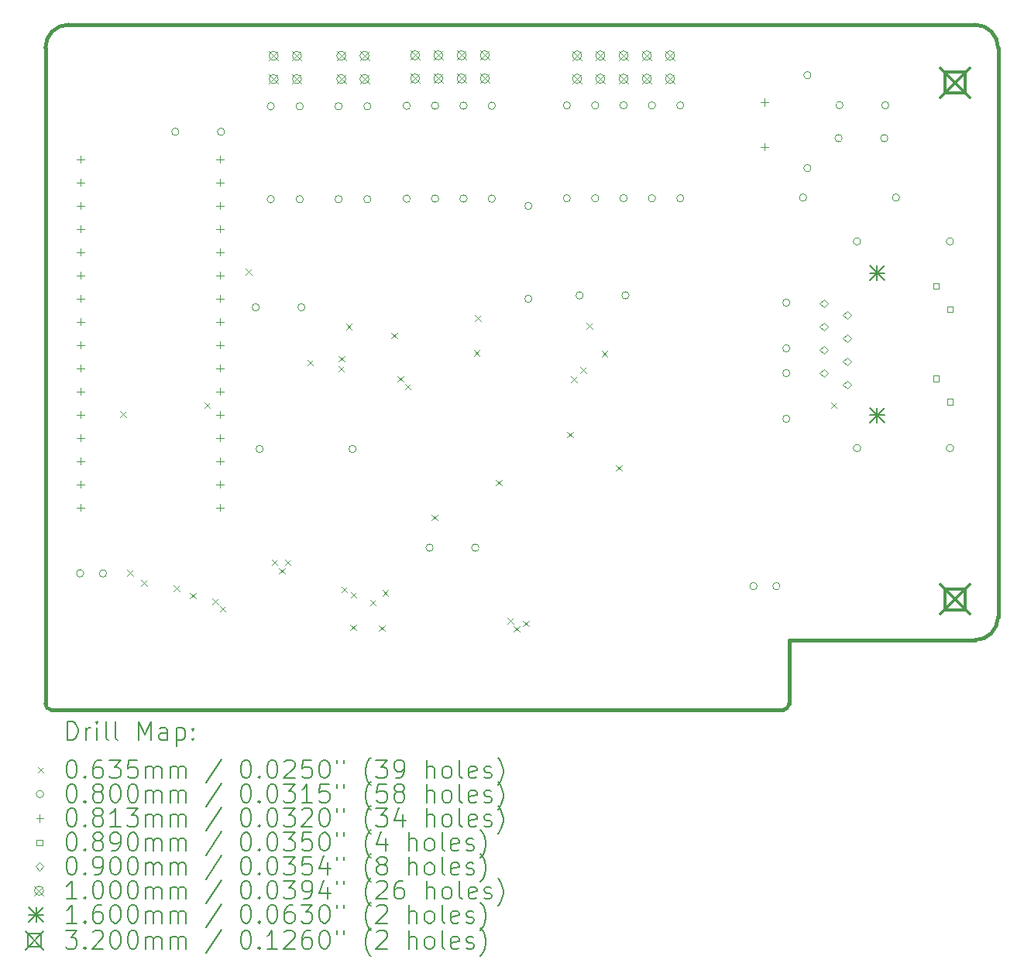
<source format=gbr>
%TF.GenerationSoftware,KiCad,Pcbnew,7.0.11*%
%TF.CreationDate,2024-10-11T23:56:51+03:00*%
%TF.ProjectId,ISA8_Ethernet,49534138-5f45-4746-9865-726e65742e6b,1.0*%
%TF.SameCoordinates,Original*%
%TF.FileFunction,Drillmap*%
%TF.FilePolarity,Positive*%
%FSLAX45Y45*%
G04 Gerber Fmt 4.5, Leading zero omitted, Abs format (unit mm)*
G04 Created by KiCad (PCBNEW 7.0.11) date 2024-10-11 23:56:51*
%MOMM*%
%LPD*%
G01*
G04 APERTURE LIST*
%ADD10C,0.381000*%
%ADD11C,0.200000*%
%ADD12C,0.100000*%
%ADD13C,0.160000*%
%ADD14C,0.320000*%
G04 APERTURE END LIST*
D10*
X10160000Y-13398500D02*
X10160000Y-6223000D01*
X20320000Y-5969000D02*
X10414000Y-5969000D01*
X20320000Y-12700000D02*
G75*
G03*
X20574000Y-12446000I0J254000D01*
G01*
X18288000Y-13398500D02*
X18288000Y-12700000D01*
X10223500Y-13462000D02*
X18224500Y-13462000D01*
X20320000Y-12700000D02*
X18288000Y-12700000D01*
X20574000Y-6223000D02*
G75*
G03*
X20320000Y-5969000I-254000J0D01*
G01*
X18224500Y-13462000D02*
G75*
G03*
X18288000Y-13398500I0J63500D01*
G01*
X20574000Y-12446000D02*
X20574000Y-6223000D01*
X10414000Y-5969000D02*
G75*
G03*
X10160000Y-6223000I0J-254000D01*
G01*
X10160000Y-13398500D02*
G75*
G03*
X10223500Y-13462000I63500J0D01*
G01*
D11*
D12*
X10979970Y-10198040D02*
X11043470Y-10261540D01*
X11043470Y-10198040D02*
X10979970Y-10261540D01*
X11054540Y-11934350D02*
X11118040Y-11997850D01*
X11118040Y-11934350D02*
X11054540Y-11997850D01*
X11206130Y-12044630D02*
X11269630Y-12108130D01*
X11269630Y-12044630D02*
X11206130Y-12108130D01*
X11563680Y-12100810D02*
X11627180Y-12164310D01*
X11627180Y-12100810D02*
X11563680Y-12164310D01*
X11742380Y-12183990D02*
X11805880Y-12247490D01*
X11805880Y-12183990D02*
X11742380Y-12247490D01*
X11897500Y-10099160D02*
X11961000Y-10162660D01*
X11961000Y-10099160D02*
X11897500Y-10162660D01*
X11987500Y-12247530D02*
X12051000Y-12311030D01*
X12051000Y-12247530D02*
X11987500Y-12311030D01*
X12067720Y-12327750D02*
X12131220Y-12391250D01*
X12131220Y-12327750D02*
X12067720Y-12391250D01*
X12349680Y-8637650D02*
X12413180Y-8701150D01*
X12413180Y-8637650D02*
X12349680Y-8701150D01*
X12634260Y-11819780D02*
X12697760Y-11883280D01*
X12697760Y-11819780D02*
X12634260Y-11883280D01*
X12715640Y-11910770D02*
X12779140Y-11974270D01*
X12779140Y-11910770D02*
X12715640Y-11974270D01*
X12775880Y-11816710D02*
X12839380Y-11880210D01*
X12839380Y-11816710D02*
X12775880Y-11880210D01*
X13021400Y-9635390D02*
X13084900Y-9698890D01*
X13084900Y-9635390D02*
X13021400Y-9698890D01*
X13364000Y-9700680D02*
X13427500Y-9764180D01*
X13427500Y-9700680D02*
X13364000Y-9764180D01*
X13365910Y-9591580D02*
X13429410Y-9655080D01*
X13429410Y-9591580D02*
X13365910Y-9655080D01*
X13398130Y-12113370D02*
X13461630Y-12176870D01*
X13461630Y-12113370D02*
X13398130Y-12176870D01*
X13445260Y-9241090D02*
X13508760Y-9304590D01*
X13508760Y-9241090D02*
X13445260Y-9304590D01*
X13492440Y-12531130D02*
X13555940Y-12594630D01*
X13555940Y-12531130D02*
X13492440Y-12594630D01*
X13498480Y-12173240D02*
X13561980Y-12236740D01*
X13561980Y-12173240D02*
X13498480Y-12236740D01*
X13711250Y-12259980D02*
X13774750Y-12323480D01*
X13774750Y-12259980D02*
X13711250Y-12323480D01*
X13807070Y-12537870D02*
X13870570Y-12601370D01*
X13870570Y-12537870D02*
X13807070Y-12601370D01*
X13845140Y-12152890D02*
X13908640Y-12216390D01*
X13908640Y-12152890D02*
X13845140Y-12216390D01*
X13943950Y-9338250D02*
X14007450Y-9401750D01*
X14007450Y-9338250D02*
X13943950Y-9401750D01*
X14008210Y-9812760D02*
X14071710Y-9876260D01*
X14071710Y-9812760D02*
X14008210Y-9876260D01*
X14089480Y-9897530D02*
X14152980Y-9961030D01*
X14152980Y-9897530D02*
X14089480Y-9961030D01*
X14381890Y-11328810D02*
X14445390Y-11392310D01*
X14445390Y-11328810D02*
X14381890Y-11392310D01*
X14845750Y-9528900D02*
X14909250Y-9592400D01*
X14909250Y-9528900D02*
X14845750Y-9592400D01*
X14857770Y-9147270D02*
X14921270Y-9210770D01*
X14921270Y-9147270D02*
X14857770Y-9210770D01*
X15086220Y-10947660D02*
X15149720Y-11011160D01*
X15149720Y-10947660D02*
X15086220Y-11011160D01*
X15213510Y-12457890D02*
X15277010Y-12521390D01*
X15277010Y-12457890D02*
X15213510Y-12521390D01*
X15279500Y-12546210D02*
X15343000Y-12609710D01*
X15343000Y-12546210D02*
X15279500Y-12609710D01*
X15379640Y-12487890D02*
X15443140Y-12551390D01*
X15443140Y-12487890D02*
X15379640Y-12551390D01*
X15861950Y-10420600D02*
X15925450Y-10484100D01*
X15925450Y-10420600D02*
X15861950Y-10484100D01*
X15905640Y-9815750D02*
X15969140Y-9879250D01*
X15969140Y-9815750D02*
X15905640Y-9879250D01*
X16006890Y-9712870D02*
X16070390Y-9776370D01*
X16070390Y-9712870D02*
X16006890Y-9776370D01*
X16077590Y-9231550D02*
X16141090Y-9295050D01*
X16141090Y-9231550D02*
X16077590Y-9295050D01*
X16240600Y-9535430D02*
X16304100Y-9598930D01*
X16304100Y-9535430D02*
X16240600Y-9598930D01*
X16398030Y-10786730D02*
X16461530Y-10850230D01*
X16461530Y-10786730D02*
X16398030Y-10850230D01*
X18745880Y-10099540D02*
X18809380Y-10163040D01*
X18809380Y-10099540D02*
X18745880Y-10163040D01*
X10580000Y-11970000D02*
G75*
G03*
X10500000Y-11970000I-40000J0D01*
G01*
X10500000Y-11970000D02*
G75*
G03*
X10580000Y-11970000I40000J0D01*
G01*
X10830000Y-11970000D02*
G75*
G03*
X10750000Y-11970000I-40000J0D01*
G01*
X10750000Y-11970000D02*
G75*
G03*
X10830000Y-11970000I40000J0D01*
G01*
X11620000Y-7140000D02*
G75*
G03*
X11540000Y-7140000I-40000J0D01*
G01*
X11540000Y-7140000D02*
G75*
G03*
X11620000Y-7140000I40000J0D01*
G01*
X12120000Y-7140000D02*
G75*
G03*
X12040000Y-7140000I-40000J0D01*
G01*
X12040000Y-7140000D02*
G75*
G03*
X12120000Y-7140000I40000J0D01*
G01*
X12500000Y-9060000D02*
G75*
G03*
X12420000Y-9060000I-40000J0D01*
G01*
X12420000Y-9060000D02*
G75*
G03*
X12500000Y-9060000I40000J0D01*
G01*
X12542000Y-10610000D02*
G75*
G03*
X12462000Y-10610000I-40000J0D01*
G01*
X12462000Y-10610000D02*
G75*
G03*
X12542000Y-10610000I40000J0D01*
G01*
X12664000Y-6862000D02*
G75*
G03*
X12584000Y-6862000I-40000J0D01*
G01*
X12584000Y-6862000D02*
G75*
G03*
X12664000Y-6862000I40000J0D01*
G01*
X12664000Y-7878000D02*
G75*
G03*
X12584000Y-7878000I-40000J0D01*
G01*
X12584000Y-7878000D02*
G75*
G03*
X12664000Y-7878000I40000J0D01*
G01*
X12980000Y-6862000D02*
G75*
G03*
X12900000Y-6862000I-40000J0D01*
G01*
X12900000Y-6862000D02*
G75*
G03*
X12980000Y-6862000I40000J0D01*
G01*
X12980000Y-7878000D02*
G75*
G03*
X12900000Y-7878000I-40000J0D01*
G01*
X12900000Y-7878000D02*
G75*
G03*
X12980000Y-7878000I40000J0D01*
G01*
X13000000Y-9060000D02*
G75*
G03*
X12920000Y-9060000I-40000J0D01*
G01*
X12920000Y-9060000D02*
G75*
G03*
X13000000Y-9060000I40000J0D01*
G01*
X13405000Y-6862000D02*
G75*
G03*
X13325000Y-6862000I-40000J0D01*
G01*
X13325000Y-6862000D02*
G75*
G03*
X13405000Y-6862000I40000J0D01*
G01*
X13405000Y-7878000D02*
G75*
G03*
X13325000Y-7878000I-40000J0D01*
G01*
X13325000Y-7878000D02*
G75*
G03*
X13405000Y-7878000I40000J0D01*
G01*
X13558000Y-10610000D02*
G75*
G03*
X13478000Y-10610000I-40000J0D01*
G01*
X13478000Y-10610000D02*
G75*
G03*
X13558000Y-10610000I40000J0D01*
G01*
X13720000Y-6862000D02*
G75*
G03*
X13640000Y-6862000I-40000J0D01*
G01*
X13640000Y-6862000D02*
G75*
G03*
X13720000Y-6862000I40000J0D01*
G01*
X13720000Y-7878000D02*
G75*
G03*
X13640000Y-7878000I-40000J0D01*
G01*
X13640000Y-7878000D02*
G75*
G03*
X13720000Y-7878000I40000J0D01*
G01*
X14150000Y-6855500D02*
G75*
G03*
X14070000Y-6855500I-40000J0D01*
G01*
X14070000Y-6855500D02*
G75*
G03*
X14150000Y-6855500I40000J0D01*
G01*
X14150000Y-7871500D02*
G75*
G03*
X14070000Y-7871500I-40000J0D01*
G01*
X14070000Y-7871500D02*
G75*
G03*
X14150000Y-7871500I40000J0D01*
G01*
X14400000Y-11690000D02*
G75*
G03*
X14320000Y-11690000I-40000J0D01*
G01*
X14320000Y-11690000D02*
G75*
G03*
X14400000Y-11690000I40000J0D01*
G01*
X14460000Y-6855500D02*
G75*
G03*
X14380000Y-6855500I-40000J0D01*
G01*
X14380000Y-6855500D02*
G75*
G03*
X14460000Y-6855500I40000J0D01*
G01*
X14460000Y-7871500D02*
G75*
G03*
X14380000Y-7871500I-40000J0D01*
G01*
X14380000Y-7871500D02*
G75*
G03*
X14460000Y-7871500I40000J0D01*
G01*
X14770000Y-6855500D02*
G75*
G03*
X14690000Y-6855500I-40000J0D01*
G01*
X14690000Y-6855500D02*
G75*
G03*
X14770000Y-6855500I40000J0D01*
G01*
X14770000Y-7871500D02*
G75*
G03*
X14690000Y-7871500I-40000J0D01*
G01*
X14690000Y-7871500D02*
G75*
G03*
X14770000Y-7871500I40000J0D01*
G01*
X14900000Y-11690000D02*
G75*
G03*
X14820000Y-11690000I-40000J0D01*
G01*
X14820000Y-11690000D02*
G75*
G03*
X14900000Y-11690000I40000J0D01*
G01*
X15080000Y-6855500D02*
G75*
G03*
X15000000Y-6855500I-40000J0D01*
G01*
X15000000Y-6855500D02*
G75*
G03*
X15080000Y-6855500I40000J0D01*
G01*
X15080000Y-7871500D02*
G75*
G03*
X15000000Y-7871500I-40000J0D01*
G01*
X15000000Y-7871500D02*
G75*
G03*
X15080000Y-7871500I40000J0D01*
G01*
X15480000Y-7952000D02*
G75*
G03*
X15400000Y-7952000I-40000J0D01*
G01*
X15400000Y-7952000D02*
G75*
G03*
X15480000Y-7952000I40000J0D01*
G01*
X15480000Y-8968000D02*
G75*
G03*
X15400000Y-8968000I-40000J0D01*
G01*
X15400000Y-8968000D02*
G75*
G03*
X15480000Y-8968000I40000J0D01*
G01*
X15900000Y-6852000D02*
G75*
G03*
X15820000Y-6852000I-40000J0D01*
G01*
X15820000Y-6852000D02*
G75*
G03*
X15900000Y-6852000I40000J0D01*
G01*
X15900000Y-7868000D02*
G75*
G03*
X15820000Y-7868000I-40000J0D01*
G01*
X15820000Y-7868000D02*
G75*
G03*
X15900000Y-7868000I40000J0D01*
G01*
X16040000Y-8930000D02*
G75*
G03*
X15960000Y-8930000I-40000J0D01*
G01*
X15960000Y-8930000D02*
G75*
G03*
X16040000Y-8930000I40000J0D01*
G01*
X16210000Y-6852000D02*
G75*
G03*
X16130000Y-6852000I-40000J0D01*
G01*
X16130000Y-6852000D02*
G75*
G03*
X16210000Y-6852000I40000J0D01*
G01*
X16210000Y-7868000D02*
G75*
G03*
X16130000Y-7868000I-40000J0D01*
G01*
X16130000Y-7868000D02*
G75*
G03*
X16210000Y-7868000I40000J0D01*
G01*
X16520000Y-6852000D02*
G75*
G03*
X16440000Y-6852000I-40000J0D01*
G01*
X16440000Y-6852000D02*
G75*
G03*
X16520000Y-6852000I40000J0D01*
G01*
X16520000Y-7868000D02*
G75*
G03*
X16440000Y-7868000I-40000J0D01*
G01*
X16440000Y-7868000D02*
G75*
G03*
X16520000Y-7868000I40000J0D01*
G01*
X16540000Y-8930000D02*
G75*
G03*
X16460000Y-8930000I-40000J0D01*
G01*
X16460000Y-8930000D02*
G75*
G03*
X16540000Y-8930000I40000J0D01*
G01*
X16830000Y-6852000D02*
G75*
G03*
X16750000Y-6852000I-40000J0D01*
G01*
X16750000Y-6852000D02*
G75*
G03*
X16830000Y-6852000I40000J0D01*
G01*
X16830000Y-7868000D02*
G75*
G03*
X16750000Y-7868000I-40000J0D01*
G01*
X16750000Y-7868000D02*
G75*
G03*
X16830000Y-7868000I40000J0D01*
G01*
X17140000Y-6852000D02*
G75*
G03*
X17060000Y-6852000I-40000J0D01*
G01*
X17060000Y-6852000D02*
G75*
G03*
X17140000Y-6852000I40000J0D01*
G01*
X17140000Y-7868000D02*
G75*
G03*
X17060000Y-7868000I-40000J0D01*
G01*
X17060000Y-7868000D02*
G75*
G03*
X17140000Y-7868000I40000J0D01*
G01*
X17940000Y-12110000D02*
G75*
G03*
X17860000Y-12110000I-40000J0D01*
G01*
X17860000Y-12110000D02*
G75*
G03*
X17940000Y-12110000I40000J0D01*
G01*
X18190000Y-12110000D02*
G75*
G03*
X18110000Y-12110000I-40000J0D01*
G01*
X18110000Y-12110000D02*
G75*
G03*
X18190000Y-12110000I40000J0D01*
G01*
X18300000Y-9010000D02*
G75*
G03*
X18220000Y-9010000I-40000J0D01*
G01*
X18220000Y-9010000D02*
G75*
G03*
X18300000Y-9010000I40000J0D01*
G01*
X18300000Y-9510000D02*
G75*
G03*
X18220000Y-9510000I-40000J0D01*
G01*
X18220000Y-9510000D02*
G75*
G03*
X18300000Y-9510000I40000J0D01*
G01*
X18300000Y-9780000D02*
G75*
G03*
X18220000Y-9780000I-40000J0D01*
G01*
X18220000Y-9780000D02*
G75*
G03*
X18300000Y-9780000I40000J0D01*
G01*
X18300000Y-10280000D02*
G75*
G03*
X18220000Y-10280000I-40000J0D01*
G01*
X18220000Y-10280000D02*
G75*
G03*
X18300000Y-10280000I40000J0D01*
G01*
X18482000Y-7860000D02*
G75*
G03*
X18402000Y-7860000I-40000J0D01*
G01*
X18402000Y-7860000D02*
G75*
G03*
X18482000Y-7860000I40000J0D01*
G01*
X18530000Y-6522000D02*
G75*
G03*
X18450000Y-6522000I-40000J0D01*
G01*
X18450000Y-6522000D02*
G75*
G03*
X18530000Y-6522000I40000J0D01*
G01*
X18530000Y-7538000D02*
G75*
G03*
X18450000Y-7538000I-40000J0D01*
G01*
X18450000Y-7538000D02*
G75*
G03*
X18530000Y-7538000I40000J0D01*
G01*
X18870000Y-7210000D02*
G75*
G03*
X18790000Y-7210000I-40000J0D01*
G01*
X18790000Y-7210000D02*
G75*
G03*
X18870000Y-7210000I40000J0D01*
G01*
X18880000Y-6850000D02*
G75*
G03*
X18800000Y-6850000I-40000J0D01*
G01*
X18800000Y-6850000D02*
G75*
G03*
X18880000Y-6850000I40000J0D01*
G01*
X19072000Y-8340000D02*
G75*
G03*
X18992000Y-8340000I-40000J0D01*
G01*
X18992000Y-8340000D02*
G75*
G03*
X19072000Y-8340000I40000J0D01*
G01*
X19072000Y-10600000D02*
G75*
G03*
X18992000Y-10600000I-40000J0D01*
G01*
X18992000Y-10600000D02*
G75*
G03*
X19072000Y-10600000I40000J0D01*
G01*
X19370000Y-7210000D02*
G75*
G03*
X19290000Y-7210000I-40000J0D01*
G01*
X19290000Y-7210000D02*
G75*
G03*
X19370000Y-7210000I40000J0D01*
G01*
X19380000Y-6850000D02*
G75*
G03*
X19300000Y-6850000I-40000J0D01*
G01*
X19300000Y-6850000D02*
G75*
G03*
X19380000Y-6850000I40000J0D01*
G01*
X19498000Y-7860000D02*
G75*
G03*
X19418000Y-7860000I-40000J0D01*
G01*
X19418000Y-7860000D02*
G75*
G03*
X19498000Y-7860000I40000J0D01*
G01*
X20088000Y-8340000D02*
G75*
G03*
X20008000Y-8340000I-40000J0D01*
G01*
X20008000Y-8340000D02*
G75*
G03*
X20088000Y-8340000I40000J0D01*
G01*
X20088000Y-10600000D02*
G75*
G03*
X20008000Y-10600000I-40000J0D01*
G01*
X20008000Y-10600000D02*
G75*
G03*
X20088000Y-10600000I40000J0D01*
G01*
X10546000Y-7399360D02*
X10546000Y-7480640D01*
X10505360Y-7440000D02*
X10586640Y-7440000D01*
X10546000Y-7653360D02*
X10546000Y-7734640D01*
X10505360Y-7694000D02*
X10586640Y-7694000D01*
X10546000Y-7907360D02*
X10546000Y-7988640D01*
X10505360Y-7948000D02*
X10586640Y-7948000D01*
X10546000Y-8161360D02*
X10546000Y-8242640D01*
X10505360Y-8202000D02*
X10586640Y-8202000D01*
X10546000Y-8415360D02*
X10546000Y-8496640D01*
X10505360Y-8456000D02*
X10586640Y-8456000D01*
X10546000Y-8669360D02*
X10546000Y-8750640D01*
X10505360Y-8710000D02*
X10586640Y-8710000D01*
X10546000Y-8923360D02*
X10546000Y-9004640D01*
X10505360Y-8964000D02*
X10586640Y-8964000D01*
X10546000Y-9177360D02*
X10546000Y-9258640D01*
X10505360Y-9218000D02*
X10586640Y-9218000D01*
X10546000Y-9431360D02*
X10546000Y-9512640D01*
X10505360Y-9472000D02*
X10586640Y-9472000D01*
X10546000Y-9685360D02*
X10546000Y-9766640D01*
X10505360Y-9726000D02*
X10586640Y-9726000D01*
X10546000Y-9939360D02*
X10546000Y-10020640D01*
X10505360Y-9980000D02*
X10586640Y-9980000D01*
X10546000Y-10193360D02*
X10546000Y-10274640D01*
X10505360Y-10234000D02*
X10586640Y-10234000D01*
X10546000Y-10447360D02*
X10546000Y-10528640D01*
X10505360Y-10488000D02*
X10586640Y-10488000D01*
X10546000Y-10701360D02*
X10546000Y-10782640D01*
X10505360Y-10742000D02*
X10586640Y-10742000D01*
X10546000Y-10955360D02*
X10546000Y-11036640D01*
X10505360Y-10996000D02*
X10586640Y-10996000D01*
X10546000Y-11209360D02*
X10546000Y-11290640D01*
X10505360Y-11250000D02*
X10586640Y-11250000D01*
X12070000Y-7399360D02*
X12070000Y-7480640D01*
X12029360Y-7440000D02*
X12110640Y-7440000D01*
X12070000Y-7653360D02*
X12070000Y-7734640D01*
X12029360Y-7694000D02*
X12110640Y-7694000D01*
X12070000Y-7907360D02*
X12070000Y-7988640D01*
X12029360Y-7948000D02*
X12110640Y-7948000D01*
X12070000Y-8161360D02*
X12070000Y-8242640D01*
X12029360Y-8202000D02*
X12110640Y-8202000D01*
X12070000Y-8415360D02*
X12070000Y-8496640D01*
X12029360Y-8456000D02*
X12110640Y-8456000D01*
X12070000Y-8669360D02*
X12070000Y-8750640D01*
X12029360Y-8710000D02*
X12110640Y-8710000D01*
X12070000Y-8923360D02*
X12070000Y-9004640D01*
X12029360Y-8964000D02*
X12110640Y-8964000D01*
X12070000Y-9177360D02*
X12070000Y-9258640D01*
X12029360Y-9218000D02*
X12110640Y-9218000D01*
X12070000Y-9431360D02*
X12070000Y-9512640D01*
X12029360Y-9472000D02*
X12110640Y-9472000D01*
X12070000Y-9685360D02*
X12070000Y-9766640D01*
X12029360Y-9726000D02*
X12110640Y-9726000D01*
X12070000Y-9939360D02*
X12070000Y-10020640D01*
X12029360Y-9980000D02*
X12110640Y-9980000D01*
X12070000Y-10193360D02*
X12070000Y-10274640D01*
X12029360Y-10234000D02*
X12110640Y-10234000D01*
X12070000Y-10447360D02*
X12070000Y-10528640D01*
X12029360Y-10488000D02*
X12110640Y-10488000D01*
X12070000Y-10701360D02*
X12070000Y-10782640D01*
X12029360Y-10742000D02*
X12110640Y-10742000D01*
X12070000Y-10955360D02*
X12070000Y-11036640D01*
X12029360Y-10996000D02*
X12110640Y-10996000D01*
X12070000Y-11209360D02*
X12070000Y-11290640D01*
X12029360Y-11250000D02*
X12110640Y-11250000D01*
X18020000Y-6775266D02*
X18020000Y-6856546D01*
X17979360Y-6815906D02*
X18060640Y-6815906D01*
X18020000Y-7263454D02*
X18020000Y-7344734D01*
X17979360Y-7304094D02*
X18060640Y-7304094D01*
X19926467Y-8860467D02*
X19926467Y-8797533D01*
X19863533Y-8797533D01*
X19863533Y-8860467D01*
X19926467Y-8860467D01*
X19926467Y-9871467D02*
X19926467Y-9808533D01*
X19863533Y-9808533D01*
X19863533Y-9871467D01*
X19926467Y-9871467D01*
X20078467Y-9114467D02*
X20078467Y-9051533D01*
X20015533Y-9051533D01*
X20015533Y-9114467D01*
X20078467Y-9114467D01*
X20078467Y-10125467D02*
X20078467Y-10062533D01*
X20015533Y-10062533D01*
X20015533Y-10125467D01*
X20078467Y-10125467D01*
X18669000Y-9062000D02*
X18714000Y-9017000D01*
X18669000Y-8972000D01*
X18624000Y-9017000D01*
X18669000Y-9062000D01*
X18669000Y-9316000D02*
X18714000Y-9271000D01*
X18669000Y-9226000D01*
X18624000Y-9271000D01*
X18669000Y-9316000D01*
X18669000Y-9570000D02*
X18714000Y-9525000D01*
X18669000Y-9480000D01*
X18624000Y-9525000D01*
X18669000Y-9570000D01*
X18669000Y-9824000D02*
X18714000Y-9779000D01*
X18669000Y-9734000D01*
X18624000Y-9779000D01*
X18669000Y-9824000D01*
X18923000Y-9189000D02*
X18968000Y-9144000D01*
X18923000Y-9099000D01*
X18878000Y-9144000D01*
X18923000Y-9189000D01*
X18923000Y-9443000D02*
X18968000Y-9398000D01*
X18923000Y-9353000D01*
X18878000Y-9398000D01*
X18923000Y-9443000D01*
X18923000Y-9697000D02*
X18968000Y-9652000D01*
X18923000Y-9607000D01*
X18878000Y-9652000D01*
X18923000Y-9697000D01*
X18923000Y-9951000D02*
X18968000Y-9906000D01*
X18923000Y-9861000D01*
X18878000Y-9906000D01*
X18923000Y-9951000D01*
X12606000Y-6260000D02*
X12706000Y-6360000D01*
X12706000Y-6260000D02*
X12606000Y-6360000D01*
X12706000Y-6310000D02*
G75*
G03*
X12606000Y-6310000I-50000J0D01*
G01*
X12606000Y-6310000D02*
G75*
G03*
X12706000Y-6310000I50000J0D01*
G01*
X12606000Y-6514000D02*
X12706000Y-6614000D01*
X12706000Y-6514000D02*
X12606000Y-6614000D01*
X12706000Y-6564000D02*
G75*
G03*
X12606000Y-6564000I-50000J0D01*
G01*
X12606000Y-6564000D02*
G75*
G03*
X12706000Y-6564000I50000J0D01*
G01*
X12860000Y-6260000D02*
X12960000Y-6360000D01*
X12960000Y-6260000D02*
X12860000Y-6360000D01*
X12960000Y-6310000D02*
G75*
G03*
X12860000Y-6310000I-50000J0D01*
G01*
X12860000Y-6310000D02*
G75*
G03*
X12960000Y-6310000I50000J0D01*
G01*
X12860000Y-6514000D02*
X12960000Y-6614000D01*
X12960000Y-6514000D02*
X12860000Y-6614000D01*
X12960000Y-6564000D02*
G75*
G03*
X12860000Y-6564000I-50000J0D01*
G01*
X12860000Y-6564000D02*
G75*
G03*
X12960000Y-6564000I50000J0D01*
G01*
X13345000Y-6260000D02*
X13445000Y-6360000D01*
X13445000Y-6260000D02*
X13345000Y-6360000D01*
X13445000Y-6310000D02*
G75*
G03*
X13345000Y-6310000I-50000J0D01*
G01*
X13345000Y-6310000D02*
G75*
G03*
X13445000Y-6310000I50000J0D01*
G01*
X13345000Y-6514000D02*
X13445000Y-6614000D01*
X13445000Y-6514000D02*
X13345000Y-6614000D01*
X13445000Y-6564000D02*
G75*
G03*
X13345000Y-6564000I-50000J0D01*
G01*
X13345000Y-6564000D02*
G75*
G03*
X13445000Y-6564000I50000J0D01*
G01*
X13599000Y-6260000D02*
X13699000Y-6360000D01*
X13699000Y-6260000D02*
X13599000Y-6360000D01*
X13699000Y-6310000D02*
G75*
G03*
X13599000Y-6310000I-50000J0D01*
G01*
X13599000Y-6310000D02*
G75*
G03*
X13699000Y-6310000I50000J0D01*
G01*
X13599000Y-6514000D02*
X13699000Y-6614000D01*
X13699000Y-6514000D02*
X13599000Y-6614000D01*
X13699000Y-6564000D02*
G75*
G03*
X13599000Y-6564000I-50000J0D01*
G01*
X13599000Y-6564000D02*
G75*
G03*
X13699000Y-6564000I50000J0D01*
G01*
X14152000Y-6253500D02*
X14252000Y-6353500D01*
X14252000Y-6253500D02*
X14152000Y-6353500D01*
X14252000Y-6303500D02*
G75*
G03*
X14152000Y-6303500I-50000J0D01*
G01*
X14152000Y-6303500D02*
G75*
G03*
X14252000Y-6303500I50000J0D01*
G01*
X14152000Y-6507500D02*
X14252000Y-6607500D01*
X14252000Y-6507500D02*
X14152000Y-6607500D01*
X14252000Y-6557500D02*
G75*
G03*
X14152000Y-6557500I-50000J0D01*
G01*
X14152000Y-6557500D02*
G75*
G03*
X14252000Y-6557500I50000J0D01*
G01*
X14406000Y-6253500D02*
X14506000Y-6353500D01*
X14506000Y-6253500D02*
X14406000Y-6353500D01*
X14506000Y-6303500D02*
G75*
G03*
X14406000Y-6303500I-50000J0D01*
G01*
X14406000Y-6303500D02*
G75*
G03*
X14506000Y-6303500I50000J0D01*
G01*
X14406000Y-6507500D02*
X14506000Y-6607500D01*
X14506000Y-6507500D02*
X14406000Y-6607500D01*
X14506000Y-6557500D02*
G75*
G03*
X14406000Y-6557500I-50000J0D01*
G01*
X14406000Y-6557500D02*
G75*
G03*
X14506000Y-6557500I50000J0D01*
G01*
X14660000Y-6253500D02*
X14760000Y-6353500D01*
X14760000Y-6253500D02*
X14660000Y-6353500D01*
X14760000Y-6303500D02*
G75*
G03*
X14660000Y-6303500I-50000J0D01*
G01*
X14660000Y-6303500D02*
G75*
G03*
X14760000Y-6303500I50000J0D01*
G01*
X14660000Y-6507500D02*
X14760000Y-6607500D01*
X14760000Y-6507500D02*
X14660000Y-6607500D01*
X14760000Y-6557500D02*
G75*
G03*
X14660000Y-6557500I-50000J0D01*
G01*
X14660000Y-6557500D02*
G75*
G03*
X14760000Y-6557500I50000J0D01*
G01*
X14914000Y-6253500D02*
X15014000Y-6353500D01*
X15014000Y-6253500D02*
X14914000Y-6353500D01*
X15014000Y-6303500D02*
G75*
G03*
X14914000Y-6303500I-50000J0D01*
G01*
X14914000Y-6303500D02*
G75*
G03*
X15014000Y-6303500I50000J0D01*
G01*
X14914000Y-6507500D02*
X15014000Y-6607500D01*
X15014000Y-6507500D02*
X14914000Y-6607500D01*
X15014000Y-6557500D02*
G75*
G03*
X14914000Y-6557500I-50000J0D01*
G01*
X14914000Y-6557500D02*
G75*
G03*
X15014000Y-6557500I50000J0D01*
G01*
X15922000Y-6256000D02*
X16022000Y-6356000D01*
X16022000Y-6256000D02*
X15922000Y-6356000D01*
X16022000Y-6306000D02*
G75*
G03*
X15922000Y-6306000I-50000J0D01*
G01*
X15922000Y-6306000D02*
G75*
G03*
X16022000Y-6306000I50000J0D01*
G01*
X15922000Y-6510000D02*
X16022000Y-6610000D01*
X16022000Y-6510000D02*
X15922000Y-6610000D01*
X16022000Y-6560000D02*
G75*
G03*
X15922000Y-6560000I-50000J0D01*
G01*
X15922000Y-6560000D02*
G75*
G03*
X16022000Y-6560000I50000J0D01*
G01*
X16176000Y-6256000D02*
X16276000Y-6356000D01*
X16276000Y-6256000D02*
X16176000Y-6356000D01*
X16276000Y-6306000D02*
G75*
G03*
X16176000Y-6306000I-50000J0D01*
G01*
X16176000Y-6306000D02*
G75*
G03*
X16276000Y-6306000I50000J0D01*
G01*
X16176000Y-6510000D02*
X16276000Y-6610000D01*
X16276000Y-6510000D02*
X16176000Y-6610000D01*
X16276000Y-6560000D02*
G75*
G03*
X16176000Y-6560000I-50000J0D01*
G01*
X16176000Y-6560000D02*
G75*
G03*
X16276000Y-6560000I50000J0D01*
G01*
X16430000Y-6256000D02*
X16530000Y-6356000D01*
X16530000Y-6256000D02*
X16430000Y-6356000D01*
X16530000Y-6306000D02*
G75*
G03*
X16430000Y-6306000I-50000J0D01*
G01*
X16430000Y-6306000D02*
G75*
G03*
X16530000Y-6306000I50000J0D01*
G01*
X16430000Y-6510000D02*
X16530000Y-6610000D01*
X16530000Y-6510000D02*
X16430000Y-6610000D01*
X16530000Y-6560000D02*
G75*
G03*
X16430000Y-6560000I-50000J0D01*
G01*
X16430000Y-6560000D02*
G75*
G03*
X16530000Y-6560000I50000J0D01*
G01*
X16684000Y-6256000D02*
X16784000Y-6356000D01*
X16784000Y-6256000D02*
X16684000Y-6356000D01*
X16784000Y-6306000D02*
G75*
G03*
X16684000Y-6306000I-50000J0D01*
G01*
X16684000Y-6306000D02*
G75*
G03*
X16784000Y-6306000I50000J0D01*
G01*
X16684000Y-6510000D02*
X16784000Y-6610000D01*
X16784000Y-6510000D02*
X16684000Y-6610000D01*
X16784000Y-6560000D02*
G75*
G03*
X16684000Y-6560000I-50000J0D01*
G01*
X16684000Y-6560000D02*
G75*
G03*
X16784000Y-6560000I50000J0D01*
G01*
X16938000Y-6256000D02*
X17038000Y-6356000D01*
X17038000Y-6256000D02*
X16938000Y-6356000D01*
X17038000Y-6306000D02*
G75*
G03*
X16938000Y-6306000I-50000J0D01*
G01*
X16938000Y-6306000D02*
G75*
G03*
X17038000Y-6306000I50000J0D01*
G01*
X16938000Y-6510000D02*
X17038000Y-6610000D01*
X17038000Y-6510000D02*
X16938000Y-6610000D01*
X17038000Y-6560000D02*
G75*
G03*
X16938000Y-6560000I-50000J0D01*
G01*
X16938000Y-6560000D02*
G75*
G03*
X17038000Y-6560000I50000J0D01*
G01*
D13*
X19172000Y-8604000D02*
X19332000Y-8764000D01*
X19332000Y-8604000D02*
X19172000Y-8764000D01*
X19252000Y-8604000D02*
X19252000Y-8764000D01*
X19172000Y-8684000D02*
X19332000Y-8684000D01*
X19172000Y-10159000D02*
X19332000Y-10319000D01*
X19332000Y-10159000D02*
X19172000Y-10319000D01*
X19252000Y-10159000D02*
X19252000Y-10319000D01*
X19172000Y-10239000D02*
X19332000Y-10239000D01*
D14*
X19944100Y-6444000D02*
X20264100Y-6764000D01*
X20264100Y-6444000D02*
X19944100Y-6764000D01*
X20217238Y-6717138D02*
X20217238Y-6490862D01*
X19990962Y-6490862D01*
X19990962Y-6717138D01*
X20217238Y-6717138D01*
X19944100Y-12095500D02*
X20264100Y-12415500D01*
X20264100Y-12095500D02*
X19944100Y-12415500D01*
X20217238Y-12368638D02*
X20217238Y-12142362D01*
X19990962Y-12142362D01*
X19990962Y-12368638D01*
X20217238Y-12368638D01*
D11*
X10401727Y-13792534D02*
X10401727Y-13592534D01*
X10401727Y-13592534D02*
X10449346Y-13592534D01*
X10449346Y-13592534D02*
X10477917Y-13602058D01*
X10477917Y-13602058D02*
X10496965Y-13621105D01*
X10496965Y-13621105D02*
X10506489Y-13640153D01*
X10506489Y-13640153D02*
X10516013Y-13678248D01*
X10516013Y-13678248D02*
X10516013Y-13706819D01*
X10516013Y-13706819D02*
X10506489Y-13744915D01*
X10506489Y-13744915D02*
X10496965Y-13763962D01*
X10496965Y-13763962D02*
X10477917Y-13783010D01*
X10477917Y-13783010D02*
X10449346Y-13792534D01*
X10449346Y-13792534D02*
X10401727Y-13792534D01*
X10601727Y-13792534D02*
X10601727Y-13659200D01*
X10601727Y-13697296D02*
X10611251Y-13678248D01*
X10611251Y-13678248D02*
X10620774Y-13668724D01*
X10620774Y-13668724D02*
X10639822Y-13659200D01*
X10639822Y-13659200D02*
X10658870Y-13659200D01*
X10725536Y-13792534D02*
X10725536Y-13659200D01*
X10725536Y-13592534D02*
X10716013Y-13602058D01*
X10716013Y-13602058D02*
X10725536Y-13611581D01*
X10725536Y-13611581D02*
X10735060Y-13602058D01*
X10735060Y-13602058D02*
X10725536Y-13592534D01*
X10725536Y-13592534D02*
X10725536Y-13611581D01*
X10849346Y-13792534D02*
X10830298Y-13783010D01*
X10830298Y-13783010D02*
X10820774Y-13763962D01*
X10820774Y-13763962D02*
X10820774Y-13592534D01*
X10954108Y-13792534D02*
X10935060Y-13783010D01*
X10935060Y-13783010D02*
X10925536Y-13763962D01*
X10925536Y-13763962D02*
X10925536Y-13592534D01*
X11182679Y-13792534D02*
X11182679Y-13592534D01*
X11182679Y-13592534D02*
X11249346Y-13735391D01*
X11249346Y-13735391D02*
X11316012Y-13592534D01*
X11316012Y-13592534D02*
X11316012Y-13792534D01*
X11496965Y-13792534D02*
X11496965Y-13687772D01*
X11496965Y-13687772D02*
X11487441Y-13668724D01*
X11487441Y-13668724D02*
X11468393Y-13659200D01*
X11468393Y-13659200D02*
X11430298Y-13659200D01*
X11430298Y-13659200D02*
X11411251Y-13668724D01*
X11496965Y-13783010D02*
X11477917Y-13792534D01*
X11477917Y-13792534D02*
X11430298Y-13792534D01*
X11430298Y-13792534D02*
X11411251Y-13783010D01*
X11411251Y-13783010D02*
X11401727Y-13763962D01*
X11401727Y-13763962D02*
X11401727Y-13744915D01*
X11401727Y-13744915D02*
X11411251Y-13725867D01*
X11411251Y-13725867D02*
X11430298Y-13716343D01*
X11430298Y-13716343D02*
X11477917Y-13716343D01*
X11477917Y-13716343D02*
X11496965Y-13706819D01*
X11592203Y-13659200D02*
X11592203Y-13859200D01*
X11592203Y-13668724D02*
X11611251Y-13659200D01*
X11611251Y-13659200D02*
X11649346Y-13659200D01*
X11649346Y-13659200D02*
X11668393Y-13668724D01*
X11668393Y-13668724D02*
X11677917Y-13678248D01*
X11677917Y-13678248D02*
X11687441Y-13697296D01*
X11687441Y-13697296D02*
X11687441Y-13754438D01*
X11687441Y-13754438D02*
X11677917Y-13773486D01*
X11677917Y-13773486D02*
X11668393Y-13783010D01*
X11668393Y-13783010D02*
X11649346Y-13792534D01*
X11649346Y-13792534D02*
X11611251Y-13792534D01*
X11611251Y-13792534D02*
X11592203Y-13783010D01*
X11773155Y-13773486D02*
X11782679Y-13783010D01*
X11782679Y-13783010D02*
X11773155Y-13792534D01*
X11773155Y-13792534D02*
X11763632Y-13783010D01*
X11763632Y-13783010D02*
X11773155Y-13773486D01*
X11773155Y-13773486D02*
X11773155Y-13792534D01*
X11773155Y-13668724D02*
X11782679Y-13678248D01*
X11782679Y-13678248D02*
X11773155Y-13687772D01*
X11773155Y-13687772D02*
X11763632Y-13678248D01*
X11763632Y-13678248D02*
X11773155Y-13668724D01*
X11773155Y-13668724D02*
X11773155Y-13687772D01*
D12*
X10077450Y-14089300D02*
X10140950Y-14152800D01*
X10140950Y-14089300D02*
X10077450Y-14152800D01*
D11*
X10439822Y-14012534D02*
X10458870Y-14012534D01*
X10458870Y-14012534D02*
X10477917Y-14022058D01*
X10477917Y-14022058D02*
X10487441Y-14031581D01*
X10487441Y-14031581D02*
X10496965Y-14050629D01*
X10496965Y-14050629D02*
X10506489Y-14088724D01*
X10506489Y-14088724D02*
X10506489Y-14136343D01*
X10506489Y-14136343D02*
X10496965Y-14174438D01*
X10496965Y-14174438D02*
X10487441Y-14193486D01*
X10487441Y-14193486D02*
X10477917Y-14203010D01*
X10477917Y-14203010D02*
X10458870Y-14212534D01*
X10458870Y-14212534D02*
X10439822Y-14212534D01*
X10439822Y-14212534D02*
X10420774Y-14203010D01*
X10420774Y-14203010D02*
X10411251Y-14193486D01*
X10411251Y-14193486D02*
X10401727Y-14174438D01*
X10401727Y-14174438D02*
X10392203Y-14136343D01*
X10392203Y-14136343D02*
X10392203Y-14088724D01*
X10392203Y-14088724D02*
X10401727Y-14050629D01*
X10401727Y-14050629D02*
X10411251Y-14031581D01*
X10411251Y-14031581D02*
X10420774Y-14022058D01*
X10420774Y-14022058D02*
X10439822Y-14012534D01*
X10592203Y-14193486D02*
X10601727Y-14203010D01*
X10601727Y-14203010D02*
X10592203Y-14212534D01*
X10592203Y-14212534D02*
X10582679Y-14203010D01*
X10582679Y-14203010D02*
X10592203Y-14193486D01*
X10592203Y-14193486D02*
X10592203Y-14212534D01*
X10773155Y-14012534D02*
X10735060Y-14012534D01*
X10735060Y-14012534D02*
X10716013Y-14022058D01*
X10716013Y-14022058D02*
X10706489Y-14031581D01*
X10706489Y-14031581D02*
X10687441Y-14060153D01*
X10687441Y-14060153D02*
X10677917Y-14098248D01*
X10677917Y-14098248D02*
X10677917Y-14174438D01*
X10677917Y-14174438D02*
X10687441Y-14193486D01*
X10687441Y-14193486D02*
X10696965Y-14203010D01*
X10696965Y-14203010D02*
X10716013Y-14212534D01*
X10716013Y-14212534D02*
X10754108Y-14212534D01*
X10754108Y-14212534D02*
X10773155Y-14203010D01*
X10773155Y-14203010D02*
X10782679Y-14193486D01*
X10782679Y-14193486D02*
X10792203Y-14174438D01*
X10792203Y-14174438D02*
X10792203Y-14126819D01*
X10792203Y-14126819D02*
X10782679Y-14107772D01*
X10782679Y-14107772D02*
X10773155Y-14098248D01*
X10773155Y-14098248D02*
X10754108Y-14088724D01*
X10754108Y-14088724D02*
X10716013Y-14088724D01*
X10716013Y-14088724D02*
X10696965Y-14098248D01*
X10696965Y-14098248D02*
X10687441Y-14107772D01*
X10687441Y-14107772D02*
X10677917Y-14126819D01*
X10858870Y-14012534D02*
X10982679Y-14012534D01*
X10982679Y-14012534D02*
X10916013Y-14088724D01*
X10916013Y-14088724D02*
X10944584Y-14088724D01*
X10944584Y-14088724D02*
X10963632Y-14098248D01*
X10963632Y-14098248D02*
X10973155Y-14107772D01*
X10973155Y-14107772D02*
X10982679Y-14126819D01*
X10982679Y-14126819D02*
X10982679Y-14174438D01*
X10982679Y-14174438D02*
X10973155Y-14193486D01*
X10973155Y-14193486D02*
X10963632Y-14203010D01*
X10963632Y-14203010D02*
X10944584Y-14212534D01*
X10944584Y-14212534D02*
X10887441Y-14212534D01*
X10887441Y-14212534D02*
X10868394Y-14203010D01*
X10868394Y-14203010D02*
X10858870Y-14193486D01*
X11163632Y-14012534D02*
X11068394Y-14012534D01*
X11068394Y-14012534D02*
X11058870Y-14107772D01*
X11058870Y-14107772D02*
X11068394Y-14098248D01*
X11068394Y-14098248D02*
X11087441Y-14088724D01*
X11087441Y-14088724D02*
X11135060Y-14088724D01*
X11135060Y-14088724D02*
X11154108Y-14098248D01*
X11154108Y-14098248D02*
X11163632Y-14107772D01*
X11163632Y-14107772D02*
X11173155Y-14126819D01*
X11173155Y-14126819D02*
X11173155Y-14174438D01*
X11173155Y-14174438D02*
X11163632Y-14193486D01*
X11163632Y-14193486D02*
X11154108Y-14203010D01*
X11154108Y-14203010D02*
X11135060Y-14212534D01*
X11135060Y-14212534D02*
X11087441Y-14212534D01*
X11087441Y-14212534D02*
X11068394Y-14203010D01*
X11068394Y-14203010D02*
X11058870Y-14193486D01*
X11258870Y-14212534D02*
X11258870Y-14079200D01*
X11258870Y-14098248D02*
X11268393Y-14088724D01*
X11268393Y-14088724D02*
X11287441Y-14079200D01*
X11287441Y-14079200D02*
X11316013Y-14079200D01*
X11316013Y-14079200D02*
X11335060Y-14088724D01*
X11335060Y-14088724D02*
X11344584Y-14107772D01*
X11344584Y-14107772D02*
X11344584Y-14212534D01*
X11344584Y-14107772D02*
X11354108Y-14088724D01*
X11354108Y-14088724D02*
X11373155Y-14079200D01*
X11373155Y-14079200D02*
X11401727Y-14079200D01*
X11401727Y-14079200D02*
X11420774Y-14088724D01*
X11420774Y-14088724D02*
X11430298Y-14107772D01*
X11430298Y-14107772D02*
X11430298Y-14212534D01*
X11525536Y-14212534D02*
X11525536Y-14079200D01*
X11525536Y-14098248D02*
X11535060Y-14088724D01*
X11535060Y-14088724D02*
X11554108Y-14079200D01*
X11554108Y-14079200D02*
X11582679Y-14079200D01*
X11582679Y-14079200D02*
X11601727Y-14088724D01*
X11601727Y-14088724D02*
X11611251Y-14107772D01*
X11611251Y-14107772D02*
X11611251Y-14212534D01*
X11611251Y-14107772D02*
X11620774Y-14088724D01*
X11620774Y-14088724D02*
X11639822Y-14079200D01*
X11639822Y-14079200D02*
X11668393Y-14079200D01*
X11668393Y-14079200D02*
X11687441Y-14088724D01*
X11687441Y-14088724D02*
X11696965Y-14107772D01*
X11696965Y-14107772D02*
X11696965Y-14212534D01*
X12087441Y-14003010D02*
X11916013Y-14260153D01*
X12344584Y-14012534D02*
X12363632Y-14012534D01*
X12363632Y-14012534D02*
X12382679Y-14022058D01*
X12382679Y-14022058D02*
X12392203Y-14031581D01*
X12392203Y-14031581D02*
X12401727Y-14050629D01*
X12401727Y-14050629D02*
X12411251Y-14088724D01*
X12411251Y-14088724D02*
X12411251Y-14136343D01*
X12411251Y-14136343D02*
X12401727Y-14174438D01*
X12401727Y-14174438D02*
X12392203Y-14193486D01*
X12392203Y-14193486D02*
X12382679Y-14203010D01*
X12382679Y-14203010D02*
X12363632Y-14212534D01*
X12363632Y-14212534D02*
X12344584Y-14212534D01*
X12344584Y-14212534D02*
X12325536Y-14203010D01*
X12325536Y-14203010D02*
X12316013Y-14193486D01*
X12316013Y-14193486D02*
X12306489Y-14174438D01*
X12306489Y-14174438D02*
X12296965Y-14136343D01*
X12296965Y-14136343D02*
X12296965Y-14088724D01*
X12296965Y-14088724D02*
X12306489Y-14050629D01*
X12306489Y-14050629D02*
X12316013Y-14031581D01*
X12316013Y-14031581D02*
X12325536Y-14022058D01*
X12325536Y-14022058D02*
X12344584Y-14012534D01*
X12496965Y-14193486D02*
X12506489Y-14203010D01*
X12506489Y-14203010D02*
X12496965Y-14212534D01*
X12496965Y-14212534D02*
X12487441Y-14203010D01*
X12487441Y-14203010D02*
X12496965Y-14193486D01*
X12496965Y-14193486D02*
X12496965Y-14212534D01*
X12630298Y-14012534D02*
X12649346Y-14012534D01*
X12649346Y-14012534D02*
X12668394Y-14022058D01*
X12668394Y-14022058D02*
X12677917Y-14031581D01*
X12677917Y-14031581D02*
X12687441Y-14050629D01*
X12687441Y-14050629D02*
X12696965Y-14088724D01*
X12696965Y-14088724D02*
X12696965Y-14136343D01*
X12696965Y-14136343D02*
X12687441Y-14174438D01*
X12687441Y-14174438D02*
X12677917Y-14193486D01*
X12677917Y-14193486D02*
X12668394Y-14203010D01*
X12668394Y-14203010D02*
X12649346Y-14212534D01*
X12649346Y-14212534D02*
X12630298Y-14212534D01*
X12630298Y-14212534D02*
X12611251Y-14203010D01*
X12611251Y-14203010D02*
X12601727Y-14193486D01*
X12601727Y-14193486D02*
X12592203Y-14174438D01*
X12592203Y-14174438D02*
X12582679Y-14136343D01*
X12582679Y-14136343D02*
X12582679Y-14088724D01*
X12582679Y-14088724D02*
X12592203Y-14050629D01*
X12592203Y-14050629D02*
X12601727Y-14031581D01*
X12601727Y-14031581D02*
X12611251Y-14022058D01*
X12611251Y-14022058D02*
X12630298Y-14012534D01*
X12773156Y-14031581D02*
X12782679Y-14022058D01*
X12782679Y-14022058D02*
X12801727Y-14012534D01*
X12801727Y-14012534D02*
X12849346Y-14012534D01*
X12849346Y-14012534D02*
X12868394Y-14022058D01*
X12868394Y-14022058D02*
X12877917Y-14031581D01*
X12877917Y-14031581D02*
X12887441Y-14050629D01*
X12887441Y-14050629D02*
X12887441Y-14069677D01*
X12887441Y-14069677D02*
X12877917Y-14098248D01*
X12877917Y-14098248D02*
X12763632Y-14212534D01*
X12763632Y-14212534D02*
X12887441Y-14212534D01*
X13068394Y-14012534D02*
X12973156Y-14012534D01*
X12973156Y-14012534D02*
X12963632Y-14107772D01*
X12963632Y-14107772D02*
X12973156Y-14098248D01*
X12973156Y-14098248D02*
X12992203Y-14088724D01*
X12992203Y-14088724D02*
X13039822Y-14088724D01*
X13039822Y-14088724D02*
X13058870Y-14098248D01*
X13058870Y-14098248D02*
X13068394Y-14107772D01*
X13068394Y-14107772D02*
X13077917Y-14126819D01*
X13077917Y-14126819D02*
X13077917Y-14174438D01*
X13077917Y-14174438D02*
X13068394Y-14193486D01*
X13068394Y-14193486D02*
X13058870Y-14203010D01*
X13058870Y-14203010D02*
X13039822Y-14212534D01*
X13039822Y-14212534D02*
X12992203Y-14212534D01*
X12992203Y-14212534D02*
X12973156Y-14203010D01*
X12973156Y-14203010D02*
X12963632Y-14193486D01*
X13201727Y-14012534D02*
X13220775Y-14012534D01*
X13220775Y-14012534D02*
X13239822Y-14022058D01*
X13239822Y-14022058D02*
X13249346Y-14031581D01*
X13249346Y-14031581D02*
X13258870Y-14050629D01*
X13258870Y-14050629D02*
X13268394Y-14088724D01*
X13268394Y-14088724D02*
X13268394Y-14136343D01*
X13268394Y-14136343D02*
X13258870Y-14174438D01*
X13258870Y-14174438D02*
X13249346Y-14193486D01*
X13249346Y-14193486D02*
X13239822Y-14203010D01*
X13239822Y-14203010D02*
X13220775Y-14212534D01*
X13220775Y-14212534D02*
X13201727Y-14212534D01*
X13201727Y-14212534D02*
X13182679Y-14203010D01*
X13182679Y-14203010D02*
X13173156Y-14193486D01*
X13173156Y-14193486D02*
X13163632Y-14174438D01*
X13163632Y-14174438D02*
X13154108Y-14136343D01*
X13154108Y-14136343D02*
X13154108Y-14088724D01*
X13154108Y-14088724D02*
X13163632Y-14050629D01*
X13163632Y-14050629D02*
X13173156Y-14031581D01*
X13173156Y-14031581D02*
X13182679Y-14022058D01*
X13182679Y-14022058D02*
X13201727Y-14012534D01*
X13344584Y-14012534D02*
X13344584Y-14050629D01*
X13420775Y-14012534D02*
X13420775Y-14050629D01*
X13716013Y-14288724D02*
X13706489Y-14279200D01*
X13706489Y-14279200D02*
X13687441Y-14250629D01*
X13687441Y-14250629D02*
X13677918Y-14231581D01*
X13677918Y-14231581D02*
X13668394Y-14203010D01*
X13668394Y-14203010D02*
X13658870Y-14155391D01*
X13658870Y-14155391D02*
X13658870Y-14117296D01*
X13658870Y-14117296D02*
X13668394Y-14069677D01*
X13668394Y-14069677D02*
X13677918Y-14041105D01*
X13677918Y-14041105D02*
X13687441Y-14022058D01*
X13687441Y-14022058D02*
X13706489Y-13993486D01*
X13706489Y-13993486D02*
X13716013Y-13983962D01*
X13773156Y-14012534D02*
X13896965Y-14012534D01*
X13896965Y-14012534D02*
X13830298Y-14088724D01*
X13830298Y-14088724D02*
X13858870Y-14088724D01*
X13858870Y-14088724D02*
X13877918Y-14098248D01*
X13877918Y-14098248D02*
X13887441Y-14107772D01*
X13887441Y-14107772D02*
X13896965Y-14126819D01*
X13896965Y-14126819D02*
X13896965Y-14174438D01*
X13896965Y-14174438D02*
X13887441Y-14193486D01*
X13887441Y-14193486D02*
X13877918Y-14203010D01*
X13877918Y-14203010D02*
X13858870Y-14212534D01*
X13858870Y-14212534D02*
X13801727Y-14212534D01*
X13801727Y-14212534D02*
X13782679Y-14203010D01*
X13782679Y-14203010D02*
X13773156Y-14193486D01*
X13992203Y-14212534D02*
X14030298Y-14212534D01*
X14030298Y-14212534D02*
X14049346Y-14203010D01*
X14049346Y-14203010D02*
X14058870Y-14193486D01*
X14058870Y-14193486D02*
X14077918Y-14164915D01*
X14077918Y-14164915D02*
X14087441Y-14126819D01*
X14087441Y-14126819D02*
X14087441Y-14050629D01*
X14087441Y-14050629D02*
X14077918Y-14031581D01*
X14077918Y-14031581D02*
X14068394Y-14022058D01*
X14068394Y-14022058D02*
X14049346Y-14012534D01*
X14049346Y-14012534D02*
X14011251Y-14012534D01*
X14011251Y-14012534D02*
X13992203Y-14022058D01*
X13992203Y-14022058D02*
X13982679Y-14031581D01*
X13982679Y-14031581D02*
X13973156Y-14050629D01*
X13973156Y-14050629D02*
X13973156Y-14098248D01*
X13973156Y-14098248D02*
X13982679Y-14117296D01*
X13982679Y-14117296D02*
X13992203Y-14126819D01*
X13992203Y-14126819D02*
X14011251Y-14136343D01*
X14011251Y-14136343D02*
X14049346Y-14136343D01*
X14049346Y-14136343D02*
X14068394Y-14126819D01*
X14068394Y-14126819D02*
X14077918Y-14117296D01*
X14077918Y-14117296D02*
X14087441Y-14098248D01*
X14325537Y-14212534D02*
X14325537Y-14012534D01*
X14411251Y-14212534D02*
X14411251Y-14107772D01*
X14411251Y-14107772D02*
X14401727Y-14088724D01*
X14401727Y-14088724D02*
X14382680Y-14079200D01*
X14382680Y-14079200D02*
X14354108Y-14079200D01*
X14354108Y-14079200D02*
X14335060Y-14088724D01*
X14335060Y-14088724D02*
X14325537Y-14098248D01*
X14535060Y-14212534D02*
X14516013Y-14203010D01*
X14516013Y-14203010D02*
X14506489Y-14193486D01*
X14506489Y-14193486D02*
X14496965Y-14174438D01*
X14496965Y-14174438D02*
X14496965Y-14117296D01*
X14496965Y-14117296D02*
X14506489Y-14098248D01*
X14506489Y-14098248D02*
X14516013Y-14088724D01*
X14516013Y-14088724D02*
X14535060Y-14079200D01*
X14535060Y-14079200D02*
X14563632Y-14079200D01*
X14563632Y-14079200D02*
X14582680Y-14088724D01*
X14582680Y-14088724D02*
X14592203Y-14098248D01*
X14592203Y-14098248D02*
X14601727Y-14117296D01*
X14601727Y-14117296D02*
X14601727Y-14174438D01*
X14601727Y-14174438D02*
X14592203Y-14193486D01*
X14592203Y-14193486D02*
X14582680Y-14203010D01*
X14582680Y-14203010D02*
X14563632Y-14212534D01*
X14563632Y-14212534D02*
X14535060Y-14212534D01*
X14716013Y-14212534D02*
X14696965Y-14203010D01*
X14696965Y-14203010D02*
X14687441Y-14183962D01*
X14687441Y-14183962D02*
X14687441Y-14012534D01*
X14868394Y-14203010D02*
X14849346Y-14212534D01*
X14849346Y-14212534D02*
X14811251Y-14212534D01*
X14811251Y-14212534D02*
X14792203Y-14203010D01*
X14792203Y-14203010D02*
X14782680Y-14183962D01*
X14782680Y-14183962D02*
X14782680Y-14107772D01*
X14782680Y-14107772D02*
X14792203Y-14088724D01*
X14792203Y-14088724D02*
X14811251Y-14079200D01*
X14811251Y-14079200D02*
X14849346Y-14079200D01*
X14849346Y-14079200D02*
X14868394Y-14088724D01*
X14868394Y-14088724D02*
X14877918Y-14107772D01*
X14877918Y-14107772D02*
X14877918Y-14126819D01*
X14877918Y-14126819D02*
X14782680Y-14145867D01*
X14954108Y-14203010D02*
X14973156Y-14212534D01*
X14973156Y-14212534D02*
X15011251Y-14212534D01*
X15011251Y-14212534D02*
X15030299Y-14203010D01*
X15030299Y-14203010D02*
X15039822Y-14183962D01*
X15039822Y-14183962D02*
X15039822Y-14174438D01*
X15039822Y-14174438D02*
X15030299Y-14155391D01*
X15030299Y-14155391D02*
X15011251Y-14145867D01*
X15011251Y-14145867D02*
X14982680Y-14145867D01*
X14982680Y-14145867D02*
X14963632Y-14136343D01*
X14963632Y-14136343D02*
X14954108Y-14117296D01*
X14954108Y-14117296D02*
X14954108Y-14107772D01*
X14954108Y-14107772D02*
X14963632Y-14088724D01*
X14963632Y-14088724D02*
X14982680Y-14079200D01*
X14982680Y-14079200D02*
X15011251Y-14079200D01*
X15011251Y-14079200D02*
X15030299Y-14088724D01*
X15106489Y-14288724D02*
X15116013Y-14279200D01*
X15116013Y-14279200D02*
X15135061Y-14250629D01*
X15135061Y-14250629D02*
X15144584Y-14231581D01*
X15144584Y-14231581D02*
X15154108Y-14203010D01*
X15154108Y-14203010D02*
X15163632Y-14155391D01*
X15163632Y-14155391D02*
X15163632Y-14117296D01*
X15163632Y-14117296D02*
X15154108Y-14069677D01*
X15154108Y-14069677D02*
X15144584Y-14041105D01*
X15144584Y-14041105D02*
X15135061Y-14022058D01*
X15135061Y-14022058D02*
X15116013Y-13993486D01*
X15116013Y-13993486D02*
X15106489Y-13983962D01*
D12*
X10140950Y-14385050D02*
G75*
G03*
X10060950Y-14385050I-40000J0D01*
G01*
X10060950Y-14385050D02*
G75*
G03*
X10140950Y-14385050I40000J0D01*
G01*
D11*
X10439822Y-14276534D02*
X10458870Y-14276534D01*
X10458870Y-14276534D02*
X10477917Y-14286058D01*
X10477917Y-14286058D02*
X10487441Y-14295581D01*
X10487441Y-14295581D02*
X10496965Y-14314629D01*
X10496965Y-14314629D02*
X10506489Y-14352724D01*
X10506489Y-14352724D02*
X10506489Y-14400343D01*
X10506489Y-14400343D02*
X10496965Y-14438438D01*
X10496965Y-14438438D02*
X10487441Y-14457486D01*
X10487441Y-14457486D02*
X10477917Y-14467010D01*
X10477917Y-14467010D02*
X10458870Y-14476534D01*
X10458870Y-14476534D02*
X10439822Y-14476534D01*
X10439822Y-14476534D02*
X10420774Y-14467010D01*
X10420774Y-14467010D02*
X10411251Y-14457486D01*
X10411251Y-14457486D02*
X10401727Y-14438438D01*
X10401727Y-14438438D02*
X10392203Y-14400343D01*
X10392203Y-14400343D02*
X10392203Y-14352724D01*
X10392203Y-14352724D02*
X10401727Y-14314629D01*
X10401727Y-14314629D02*
X10411251Y-14295581D01*
X10411251Y-14295581D02*
X10420774Y-14286058D01*
X10420774Y-14286058D02*
X10439822Y-14276534D01*
X10592203Y-14457486D02*
X10601727Y-14467010D01*
X10601727Y-14467010D02*
X10592203Y-14476534D01*
X10592203Y-14476534D02*
X10582679Y-14467010D01*
X10582679Y-14467010D02*
X10592203Y-14457486D01*
X10592203Y-14457486D02*
X10592203Y-14476534D01*
X10716013Y-14362248D02*
X10696965Y-14352724D01*
X10696965Y-14352724D02*
X10687441Y-14343200D01*
X10687441Y-14343200D02*
X10677917Y-14324153D01*
X10677917Y-14324153D02*
X10677917Y-14314629D01*
X10677917Y-14314629D02*
X10687441Y-14295581D01*
X10687441Y-14295581D02*
X10696965Y-14286058D01*
X10696965Y-14286058D02*
X10716013Y-14276534D01*
X10716013Y-14276534D02*
X10754108Y-14276534D01*
X10754108Y-14276534D02*
X10773155Y-14286058D01*
X10773155Y-14286058D02*
X10782679Y-14295581D01*
X10782679Y-14295581D02*
X10792203Y-14314629D01*
X10792203Y-14314629D02*
X10792203Y-14324153D01*
X10792203Y-14324153D02*
X10782679Y-14343200D01*
X10782679Y-14343200D02*
X10773155Y-14352724D01*
X10773155Y-14352724D02*
X10754108Y-14362248D01*
X10754108Y-14362248D02*
X10716013Y-14362248D01*
X10716013Y-14362248D02*
X10696965Y-14371772D01*
X10696965Y-14371772D02*
X10687441Y-14381296D01*
X10687441Y-14381296D02*
X10677917Y-14400343D01*
X10677917Y-14400343D02*
X10677917Y-14438438D01*
X10677917Y-14438438D02*
X10687441Y-14457486D01*
X10687441Y-14457486D02*
X10696965Y-14467010D01*
X10696965Y-14467010D02*
X10716013Y-14476534D01*
X10716013Y-14476534D02*
X10754108Y-14476534D01*
X10754108Y-14476534D02*
X10773155Y-14467010D01*
X10773155Y-14467010D02*
X10782679Y-14457486D01*
X10782679Y-14457486D02*
X10792203Y-14438438D01*
X10792203Y-14438438D02*
X10792203Y-14400343D01*
X10792203Y-14400343D02*
X10782679Y-14381296D01*
X10782679Y-14381296D02*
X10773155Y-14371772D01*
X10773155Y-14371772D02*
X10754108Y-14362248D01*
X10916013Y-14276534D02*
X10935060Y-14276534D01*
X10935060Y-14276534D02*
X10954108Y-14286058D01*
X10954108Y-14286058D02*
X10963632Y-14295581D01*
X10963632Y-14295581D02*
X10973155Y-14314629D01*
X10973155Y-14314629D02*
X10982679Y-14352724D01*
X10982679Y-14352724D02*
X10982679Y-14400343D01*
X10982679Y-14400343D02*
X10973155Y-14438438D01*
X10973155Y-14438438D02*
X10963632Y-14457486D01*
X10963632Y-14457486D02*
X10954108Y-14467010D01*
X10954108Y-14467010D02*
X10935060Y-14476534D01*
X10935060Y-14476534D02*
X10916013Y-14476534D01*
X10916013Y-14476534D02*
X10896965Y-14467010D01*
X10896965Y-14467010D02*
X10887441Y-14457486D01*
X10887441Y-14457486D02*
X10877917Y-14438438D01*
X10877917Y-14438438D02*
X10868394Y-14400343D01*
X10868394Y-14400343D02*
X10868394Y-14352724D01*
X10868394Y-14352724D02*
X10877917Y-14314629D01*
X10877917Y-14314629D02*
X10887441Y-14295581D01*
X10887441Y-14295581D02*
X10896965Y-14286058D01*
X10896965Y-14286058D02*
X10916013Y-14276534D01*
X11106489Y-14276534D02*
X11125536Y-14276534D01*
X11125536Y-14276534D02*
X11144584Y-14286058D01*
X11144584Y-14286058D02*
X11154108Y-14295581D01*
X11154108Y-14295581D02*
X11163632Y-14314629D01*
X11163632Y-14314629D02*
X11173155Y-14352724D01*
X11173155Y-14352724D02*
X11173155Y-14400343D01*
X11173155Y-14400343D02*
X11163632Y-14438438D01*
X11163632Y-14438438D02*
X11154108Y-14457486D01*
X11154108Y-14457486D02*
X11144584Y-14467010D01*
X11144584Y-14467010D02*
X11125536Y-14476534D01*
X11125536Y-14476534D02*
X11106489Y-14476534D01*
X11106489Y-14476534D02*
X11087441Y-14467010D01*
X11087441Y-14467010D02*
X11077917Y-14457486D01*
X11077917Y-14457486D02*
X11068394Y-14438438D01*
X11068394Y-14438438D02*
X11058870Y-14400343D01*
X11058870Y-14400343D02*
X11058870Y-14352724D01*
X11058870Y-14352724D02*
X11068394Y-14314629D01*
X11068394Y-14314629D02*
X11077917Y-14295581D01*
X11077917Y-14295581D02*
X11087441Y-14286058D01*
X11087441Y-14286058D02*
X11106489Y-14276534D01*
X11258870Y-14476534D02*
X11258870Y-14343200D01*
X11258870Y-14362248D02*
X11268393Y-14352724D01*
X11268393Y-14352724D02*
X11287441Y-14343200D01*
X11287441Y-14343200D02*
X11316013Y-14343200D01*
X11316013Y-14343200D02*
X11335060Y-14352724D01*
X11335060Y-14352724D02*
X11344584Y-14371772D01*
X11344584Y-14371772D02*
X11344584Y-14476534D01*
X11344584Y-14371772D02*
X11354108Y-14352724D01*
X11354108Y-14352724D02*
X11373155Y-14343200D01*
X11373155Y-14343200D02*
X11401727Y-14343200D01*
X11401727Y-14343200D02*
X11420774Y-14352724D01*
X11420774Y-14352724D02*
X11430298Y-14371772D01*
X11430298Y-14371772D02*
X11430298Y-14476534D01*
X11525536Y-14476534D02*
X11525536Y-14343200D01*
X11525536Y-14362248D02*
X11535060Y-14352724D01*
X11535060Y-14352724D02*
X11554108Y-14343200D01*
X11554108Y-14343200D02*
X11582679Y-14343200D01*
X11582679Y-14343200D02*
X11601727Y-14352724D01*
X11601727Y-14352724D02*
X11611251Y-14371772D01*
X11611251Y-14371772D02*
X11611251Y-14476534D01*
X11611251Y-14371772D02*
X11620774Y-14352724D01*
X11620774Y-14352724D02*
X11639822Y-14343200D01*
X11639822Y-14343200D02*
X11668393Y-14343200D01*
X11668393Y-14343200D02*
X11687441Y-14352724D01*
X11687441Y-14352724D02*
X11696965Y-14371772D01*
X11696965Y-14371772D02*
X11696965Y-14476534D01*
X12087441Y-14267010D02*
X11916013Y-14524153D01*
X12344584Y-14276534D02*
X12363632Y-14276534D01*
X12363632Y-14276534D02*
X12382679Y-14286058D01*
X12382679Y-14286058D02*
X12392203Y-14295581D01*
X12392203Y-14295581D02*
X12401727Y-14314629D01*
X12401727Y-14314629D02*
X12411251Y-14352724D01*
X12411251Y-14352724D02*
X12411251Y-14400343D01*
X12411251Y-14400343D02*
X12401727Y-14438438D01*
X12401727Y-14438438D02*
X12392203Y-14457486D01*
X12392203Y-14457486D02*
X12382679Y-14467010D01*
X12382679Y-14467010D02*
X12363632Y-14476534D01*
X12363632Y-14476534D02*
X12344584Y-14476534D01*
X12344584Y-14476534D02*
X12325536Y-14467010D01*
X12325536Y-14467010D02*
X12316013Y-14457486D01*
X12316013Y-14457486D02*
X12306489Y-14438438D01*
X12306489Y-14438438D02*
X12296965Y-14400343D01*
X12296965Y-14400343D02*
X12296965Y-14352724D01*
X12296965Y-14352724D02*
X12306489Y-14314629D01*
X12306489Y-14314629D02*
X12316013Y-14295581D01*
X12316013Y-14295581D02*
X12325536Y-14286058D01*
X12325536Y-14286058D02*
X12344584Y-14276534D01*
X12496965Y-14457486D02*
X12506489Y-14467010D01*
X12506489Y-14467010D02*
X12496965Y-14476534D01*
X12496965Y-14476534D02*
X12487441Y-14467010D01*
X12487441Y-14467010D02*
X12496965Y-14457486D01*
X12496965Y-14457486D02*
X12496965Y-14476534D01*
X12630298Y-14276534D02*
X12649346Y-14276534D01*
X12649346Y-14276534D02*
X12668394Y-14286058D01*
X12668394Y-14286058D02*
X12677917Y-14295581D01*
X12677917Y-14295581D02*
X12687441Y-14314629D01*
X12687441Y-14314629D02*
X12696965Y-14352724D01*
X12696965Y-14352724D02*
X12696965Y-14400343D01*
X12696965Y-14400343D02*
X12687441Y-14438438D01*
X12687441Y-14438438D02*
X12677917Y-14457486D01*
X12677917Y-14457486D02*
X12668394Y-14467010D01*
X12668394Y-14467010D02*
X12649346Y-14476534D01*
X12649346Y-14476534D02*
X12630298Y-14476534D01*
X12630298Y-14476534D02*
X12611251Y-14467010D01*
X12611251Y-14467010D02*
X12601727Y-14457486D01*
X12601727Y-14457486D02*
X12592203Y-14438438D01*
X12592203Y-14438438D02*
X12582679Y-14400343D01*
X12582679Y-14400343D02*
X12582679Y-14352724D01*
X12582679Y-14352724D02*
X12592203Y-14314629D01*
X12592203Y-14314629D02*
X12601727Y-14295581D01*
X12601727Y-14295581D02*
X12611251Y-14286058D01*
X12611251Y-14286058D02*
X12630298Y-14276534D01*
X12763632Y-14276534D02*
X12887441Y-14276534D01*
X12887441Y-14276534D02*
X12820775Y-14352724D01*
X12820775Y-14352724D02*
X12849346Y-14352724D01*
X12849346Y-14352724D02*
X12868394Y-14362248D01*
X12868394Y-14362248D02*
X12877917Y-14371772D01*
X12877917Y-14371772D02*
X12887441Y-14390819D01*
X12887441Y-14390819D02*
X12887441Y-14438438D01*
X12887441Y-14438438D02*
X12877917Y-14457486D01*
X12877917Y-14457486D02*
X12868394Y-14467010D01*
X12868394Y-14467010D02*
X12849346Y-14476534D01*
X12849346Y-14476534D02*
X12792203Y-14476534D01*
X12792203Y-14476534D02*
X12773156Y-14467010D01*
X12773156Y-14467010D02*
X12763632Y-14457486D01*
X13077917Y-14476534D02*
X12963632Y-14476534D01*
X13020775Y-14476534D02*
X13020775Y-14276534D01*
X13020775Y-14276534D02*
X13001727Y-14305105D01*
X13001727Y-14305105D02*
X12982679Y-14324153D01*
X12982679Y-14324153D02*
X12963632Y-14333677D01*
X13258870Y-14276534D02*
X13163632Y-14276534D01*
X13163632Y-14276534D02*
X13154108Y-14371772D01*
X13154108Y-14371772D02*
X13163632Y-14362248D01*
X13163632Y-14362248D02*
X13182679Y-14352724D01*
X13182679Y-14352724D02*
X13230298Y-14352724D01*
X13230298Y-14352724D02*
X13249346Y-14362248D01*
X13249346Y-14362248D02*
X13258870Y-14371772D01*
X13258870Y-14371772D02*
X13268394Y-14390819D01*
X13268394Y-14390819D02*
X13268394Y-14438438D01*
X13268394Y-14438438D02*
X13258870Y-14457486D01*
X13258870Y-14457486D02*
X13249346Y-14467010D01*
X13249346Y-14467010D02*
X13230298Y-14476534D01*
X13230298Y-14476534D02*
X13182679Y-14476534D01*
X13182679Y-14476534D02*
X13163632Y-14467010D01*
X13163632Y-14467010D02*
X13154108Y-14457486D01*
X13344584Y-14276534D02*
X13344584Y-14314629D01*
X13420775Y-14276534D02*
X13420775Y-14314629D01*
X13716013Y-14552724D02*
X13706489Y-14543200D01*
X13706489Y-14543200D02*
X13687441Y-14514629D01*
X13687441Y-14514629D02*
X13677918Y-14495581D01*
X13677918Y-14495581D02*
X13668394Y-14467010D01*
X13668394Y-14467010D02*
X13658870Y-14419391D01*
X13658870Y-14419391D02*
X13658870Y-14381296D01*
X13658870Y-14381296D02*
X13668394Y-14333677D01*
X13668394Y-14333677D02*
X13677918Y-14305105D01*
X13677918Y-14305105D02*
X13687441Y-14286058D01*
X13687441Y-14286058D02*
X13706489Y-14257486D01*
X13706489Y-14257486D02*
X13716013Y-14247962D01*
X13887441Y-14276534D02*
X13792203Y-14276534D01*
X13792203Y-14276534D02*
X13782679Y-14371772D01*
X13782679Y-14371772D02*
X13792203Y-14362248D01*
X13792203Y-14362248D02*
X13811251Y-14352724D01*
X13811251Y-14352724D02*
X13858870Y-14352724D01*
X13858870Y-14352724D02*
X13877918Y-14362248D01*
X13877918Y-14362248D02*
X13887441Y-14371772D01*
X13887441Y-14371772D02*
X13896965Y-14390819D01*
X13896965Y-14390819D02*
X13896965Y-14438438D01*
X13896965Y-14438438D02*
X13887441Y-14457486D01*
X13887441Y-14457486D02*
X13877918Y-14467010D01*
X13877918Y-14467010D02*
X13858870Y-14476534D01*
X13858870Y-14476534D02*
X13811251Y-14476534D01*
X13811251Y-14476534D02*
X13792203Y-14467010D01*
X13792203Y-14467010D02*
X13782679Y-14457486D01*
X14011251Y-14362248D02*
X13992203Y-14352724D01*
X13992203Y-14352724D02*
X13982679Y-14343200D01*
X13982679Y-14343200D02*
X13973156Y-14324153D01*
X13973156Y-14324153D02*
X13973156Y-14314629D01*
X13973156Y-14314629D02*
X13982679Y-14295581D01*
X13982679Y-14295581D02*
X13992203Y-14286058D01*
X13992203Y-14286058D02*
X14011251Y-14276534D01*
X14011251Y-14276534D02*
X14049346Y-14276534D01*
X14049346Y-14276534D02*
X14068394Y-14286058D01*
X14068394Y-14286058D02*
X14077918Y-14295581D01*
X14077918Y-14295581D02*
X14087441Y-14314629D01*
X14087441Y-14314629D02*
X14087441Y-14324153D01*
X14087441Y-14324153D02*
X14077918Y-14343200D01*
X14077918Y-14343200D02*
X14068394Y-14352724D01*
X14068394Y-14352724D02*
X14049346Y-14362248D01*
X14049346Y-14362248D02*
X14011251Y-14362248D01*
X14011251Y-14362248D02*
X13992203Y-14371772D01*
X13992203Y-14371772D02*
X13982679Y-14381296D01*
X13982679Y-14381296D02*
X13973156Y-14400343D01*
X13973156Y-14400343D02*
X13973156Y-14438438D01*
X13973156Y-14438438D02*
X13982679Y-14457486D01*
X13982679Y-14457486D02*
X13992203Y-14467010D01*
X13992203Y-14467010D02*
X14011251Y-14476534D01*
X14011251Y-14476534D02*
X14049346Y-14476534D01*
X14049346Y-14476534D02*
X14068394Y-14467010D01*
X14068394Y-14467010D02*
X14077918Y-14457486D01*
X14077918Y-14457486D02*
X14087441Y-14438438D01*
X14087441Y-14438438D02*
X14087441Y-14400343D01*
X14087441Y-14400343D02*
X14077918Y-14381296D01*
X14077918Y-14381296D02*
X14068394Y-14371772D01*
X14068394Y-14371772D02*
X14049346Y-14362248D01*
X14325537Y-14476534D02*
X14325537Y-14276534D01*
X14411251Y-14476534D02*
X14411251Y-14371772D01*
X14411251Y-14371772D02*
X14401727Y-14352724D01*
X14401727Y-14352724D02*
X14382680Y-14343200D01*
X14382680Y-14343200D02*
X14354108Y-14343200D01*
X14354108Y-14343200D02*
X14335060Y-14352724D01*
X14335060Y-14352724D02*
X14325537Y-14362248D01*
X14535060Y-14476534D02*
X14516013Y-14467010D01*
X14516013Y-14467010D02*
X14506489Y-14457486D01*
X14506489Y-14457486D02*
X14496965Y-14438438D01*
X14496965Y-14438438D02*
X14496965Y-14381296D01*
X14496965Y-14381296D02*
X14506489Y-14362248D01*
X14506489Y-14362248D02*
X14516013Y-14352724D01*
X14516013Y-14352724D02*
X14535060Y-14343200D01*
X14535060Y-14343200D02*
X14563632Y-14343200D01*
X14563632Y-14343200D02*
X14582680Y-14352724D01*
X14582680Y-14352724D02*
X14592203Y-14362248D01*
X14592203Y-14362248D02*
X14601727Y-14381296D01*
X14601727Y-14381296D02*
X14601727Y-14438438D01*
X14601727Y-14438438D02*
X14592203Y-14457486D01*
X14592203Y-14457486D02*
X14582680Y-14467010D01*
X14582680Y-14467010D02*
X14563632Y-14476534D01*
X14563632Y-14476534D02*
X14535060Y-14476534D01*
X14716013Y-14476534D02*
X14696965Y-14467010D01*
X14696965Y-14467010D02*
X14687441Y-14447962D01*
X14687441Y-14447962D02*
X14687441Y-14276534D01*
X14868394Y-14467010D02*
X14849346Y-14476534D01*
X14849346Y-14476534D02*
X14811251Y-14476534D01*
X14811251Y-14476534D02*
X14792203Y-14467010D01*
X14792203Y-14467010D02*
X14782680Y-14447962D01*
X14782680Y-14447962D02*
X14782680Y-14371772D01*
X14782680Y-14371772D02*
X14792203Y-14352724D01*
X14792203Y-14352724D02*
X14811251Y-14343200D01*
X14811251Y-14343200D02*
X14849346Y-14343200D01*
X14849346Y-14343200D02*
X14868394Y-14352724D01*
X14868394Y-14352724D02*
X14877918Y-14371772D01*
X14877918Y-14371772D02*
X14877918Y-14390819D01*
X14877918Y-14390819D02*
X14782680Y-14409867D01*
X14954108Y-14467010D02*
X14973156Y-14476534D01*
X14973156Y-14476534D02*
X15011251Y-14476534D01*
X15011251Y-14476534D02*
X15030299Y-14467010D01*
X15030299Y-14467010D02*
X15039822Y-14447962D01*
X15039822Y-14447962D02*
X15039822Y-14438438D01*
X15039822Y-14438438D02*
X15030299Y-14419391D01*
X15030299Y-14419391D02*
X15011251Y-14409867D01*
X15011251Y-14409867D02*
X14982680Y-14409867D01*
X14982680Y-14409867D02*
X14963632Y-14400343D01*
X14963632Y-14400343D02*
X14954108Y-14381296D01*
X14954108Y-14381296D02*
X14954108Y-14371772D01*
X14954108Y-14371772D02*
X14963632Y-14352724D01*
X14963632Y-14352724D02*
X14982680Y-14343200D01*
X14982680Y-14343200D02*
X15011251Y-14343200D01*
X15011251Y-14343200D02*
X15030299Y-14352724D01*
X15106489Y-14552724D02*
X15116013Y-14543200D01*
X15116013Y-14543200D02*
X15135061Y-14514629D01*
X15135061Y-14514629D02*
X15144584Y-14495581D01*
X15144584Y-14495581D02*
X15154108Y-14467010D01*
X15154108Y-14467010D02*
X15163632Y-14419391D01*
X15163632Y-14419391D02*
X15163632Y-14381296D01*
X15163632Y-14381296D02*
X15154108Y-14333677D01*
X15154108Y-14333677D02*
X15144584Y-14305105D01*
X15144584Y-14305105D02*
X15135061Y-14286058D01*
X15135061Y-14286058D02*
X15116013Y-14257486D01*
X15116013Y-14257486D02*
X15106489Y-14247962D01*
D12*
X10100310Y-14608410D02*
X10100310Y-14689690D01*
X10059670Y-14649050D02*
X10140950Y-14649050D01*
D11*
X10439822Y-14540534D02*
X10458870Y-14540534D01*
X10458870Y-14540534D02*
X10477917Y-14550058D01*
X10477917Y-14550058D02*
X10487441Y-14559581D01*
X10487441Y-14559581D02*
X10496965Y-14578629D01*
X10496965Y-14578629D02*
X10506489Y-14616724D01*
X10506489Y-14616724D02*
X10506489Y-14664343D01*
X10506489Y-14664343D02*
X10496965Y-14702438D01*
X10496965Y-14702438D02*
X10487441Y-14721486D01*
X10487441Y-14721486D02*
X10477917Y-14731010D01*
X10477917Y-14731010D02*
X10458870Y-14740534D01*
X10458870Y-14740534D02*
X10439822Y-14740534D01*
X10439822Y-14740534D02*
X10420774Y-14731010D01*
X10420774Y-14731010D02*
X10411251Y-14721486D01*
X10411251Y-14721486D02*
X10401727Y-14702438D01*
X10401727Y-14702438D02*
X10392203Y-14664343D01*
X10392203Y-14664343D02*
X10392203Y-14616724D01*
X10392203Y-14616724D02*
X10401727Y-14578629D01*
X10401727Y-14578629D02*
X10411251Y-14559581D01*
X10411251Y-14559581D02*
X10420774Y-14550058D01*
X10420774Y-14550058D02*
X10439822Y-14540534D01*
X10592203Y-14721486D02*
X10601727Y-14731010D01*
X10601727Y-14731010D02*
X10592203Y-14740534D01*
X10592203Y-14740534D02*
X10582679Y-14731010D01*
X10582679Y-14731010D02*
X10592203Y-14721486D01*
X10592203Y-14721486D02*
X10592203Y-14740534D01*
X10716013Y-14626248D02*
X10696965Y-14616724D01*
X10696965Y-14616724D02*
X10687441Y-14607200D01*
X10687441Y-14607200D02*
X10677917Y-14588153D01*
X10677917Y-14588153D02*
X10677917Y-14578629D01*
X10677917Y-14578629D02*
X10687441Y-14559581D01*
X10687441Y-14559581D02*
X10696965Y-14550058D01*
X10696965Y-14550058D02*
X10716013Y-14540534D01*
X10716013Y-14540534D02*
X10754108Y-14540534D01*
X10754108Y-14540534D02*
X10773155Y-14550058D01*
X10773155Y-14550058D02*
X10782679Y-14559581D01*
X10782679Y-14559581D02*
X10792203Y-14578629D01*
X10792203Y-14578629D02*
X10792203Y-14588153D01*
X10792203Y-14588153D02*
X10782679Y-14607200D01*
X10782679Y-14607200D02*
X10773155Y-14616724D01*
X10773155Y-14616724D02*
X10754108Y-14626248D01*
X10754108Y-14626248D02*
X10716013Y-14626248D01*
X10716013Y-14626248D02*
X10696965Y-14635772D01*
X10696965Y-14635772D02*
X10687441Y-14645296D01*
X10687441Y-14645296D02*
X10677917Y-14664343D01*
X10677917Y-14664343D02*
X10677917Y-14702438D01*
X10677917Y-14702438D02*
X10687441Y-14721486D01*
X10687441Y-14721486D02*
X10696965Y-14731010D01*
X10696965Y-14731010D02*
X10716013Y-14740534D01*
X10716013Y-14740534D02*
X10754108Y-14740534D01*
X10754108Y-14740534D02*
X10773155Y-14731010D01*
X10773155Y-14731010D02*
X10782679Y-14721486D01*
X10782679Y-14721486D02*
X10792203Y-14702438D01*
X10792203Y-14702438D02*
X10792203Y-14664343D01*
X10792203Y-14664343D02*
X10782679Y-14645296D01*
X10782679Y-14645296D02*
X10773155Y-14635772D01*
X10773155Y-14635772D02*
X10754108Y-14626248D01*
X10982679Y-14740534D02*
X10868394Y-14740534D01*
X10925536Y-14740534D02*
X10925536Y-14540534D01*
X10925536Y-14540534D02*
X10906489Y-14569105D01*
X10906489Y-14569105D02*
X10887441Y-14588153D01*
X10887441Y-14588153D02*
X10868394Y-14597677D01*
X11049346Y-14540534D02*
X11173155Y-14540534D01*
X11173155Y-14540534D02*
X11106489Y-14616724D01*
X11106489Y-14616724D02*
X11135060Y-14616724D01*
X11135060Y-14616724D02*
X11154108Y-14626248D01*
X11154108Y-14626248D02*
X11163632Y-14635772D01*
X11163632Y-14635772D02*
X11173155Y-14654819D01*
X11173155Y-14654819D02*
X11173155Y-14702438D01*
X11173155Y-14702438D02*
X11163632Y-14721486D01*
X11163632Y-14721486D02*
X11154108Y-14731010D01*
X11154108Y-14731010D02*
X11135060Y-14740534D01*
X11135060Y-14740534D02*
X11077917Y-14740534D01*
X11077917Y-14740534D02*
X11058870Y-14731010D01*
X11058870Y-14731010D02*
X11049346Y-14721486D01*
X11258870Y-14740534D02*
X11258870Y-14607200D01*
X11258870Y-14626248D02*
X11268393Y-14616724D01*
X11268393Y-14616724D02*
X11287441Y-14607200D01*
X11287441Y-14607200D02*
X11316013Y-14607200D01*
X11316013Y-14607200D02*
X11335060Y-14616724D01*
X11335060Y-14616724D02*
X11344584Y-14635772D01*
X11344584Y-14635772D02*
X11344584Y-14740534D01*
X11344584Y-14635772D02*
X11354108Y-14616724D01*
X11354108Y-14616724D02*
X11373155Y-14607200D01*
X11373155Y-14607200D02*
X11401727Y-14607200D01*
X11401727Y-14607200D02*
X11420774Y-14616724D01*
X11420774Y-14616724D02*
X11430298Y-14635772D01*
X11430298Y-14635772D02*
X11430298Y-14740534D01*
X11525536Y-14740534D02*
X11525536Y-14607200D01*
X11525536Y-14626248D02*
X11535060Y-14616724D01*
X11535060Y-14616724D02*
X11554108Y-14607200D01*
X11554108Y-14607200D02*
X11582679Y-14607200D01*
X11582679Y-14607200D02*
X11601727Y-14616724D01*
X11601727Y-14616724D02*
X11611251Y-14635772D01*
X11611251Y-14635772D02*
X11611251Y-14740534D01*
X11611251Y-14635772D02*
X11620774Y-14616724D01*
X11620774Y-14616724D02*
X11639822Y-14607200D01*
X11639822Y-14607200D02*
X11668393Y-14607200D01*
X11668393Y-14607200D02*
X11687441Y-14616724D01*
X11687441Y-14616724D02*
X11696965Y-14635772D01*
X11696965Y-14635772D02*
X11696965Y-14740534D01*
X12087441Y-14531010D02*
X11916013Y-14788153D01*
X12344584Y-14540534D02*
X12363632Y-14540534D01*
X12363632Y-14540534D02*
X12382679Y-14550058D01*
X12382679Y-14550058D02*
X12392203Y-14559581D01*
X12392203Y-14559581D02*
X12401727Y-14578629D01*
X12401727Y-14578629D02*
X12411251Y-14616724D01*
X12411251Y-14616724D02*
X12411251Y-14664343D01*
X12411251Y-14664343D02*
X12401727Y-14702438D01*
X12401727Y-14702438D02*
X12392203Y-14721486D01*
X12392203Y-14721486D02*
X12382679Y-14731010D01*
X12382679Y-14731010D02*
X12363632Y-14740534D01*
X12363632Y-14740534D02*
X12344584Y-14740534D01*
X12344584Y-14740534D02*
X12325536Y-14731010D01*
X12325536Y-14731010D02*
X12316013Y-14721486D01*
X12316013Y-14721486D02*
X12306489Y-14702438D01*
X12306489Y-14702438D02*
X12296965Y-14664343D01*
X12296965Y-14664343D02*
X12296965Y-14616724D01*
X12296965Y-14616724D02*
X12306489Y-14578629D01*
X12306489Y-14578629D02*
X12316013Y-14559581D01*
X12316013Y-14559581D02*
X12325536Y-14550058D01*
X12325536Y-14550058D02*
X12344584Y-14540534D01*
X12496965Y-14721486D02*
X12506489Y-14731010D01*
X12506489Y-14731010D02*
X12496965Y-14740534D01*
X12496965Y-14740534D02*
X12487441Y-14731010D01*
X12487441Y-14731010D02*
X12496965Y-14721486D01*
X12496965Y-14721486D02*
X12496965Y-14740534D01*
X12630298Y-14540534D02*
X12649346Y-14540534D01*
X12649346Y-14540534D02*
X12668394Y-14550058D01*
X12668394Y-14550058D02*
X12677917Y-14559581D01*
X12677917Y-14559581D02*
X12687441Y-14578629D01*
X12687441Y-14578629D02*
X12696965Y-14616724D01*
X12696965Y-14616724D02*
X12696965Y-14664343D01*
X12696965Y-14664343D02*
X12687441Y-14702438D01*
X12687441Y-14702438D02*
X12677917Y-14721486D01*
X12677917Y-14721486D02*
X12668394Y-14731010D01*
X12668394Y-14731010D02*
X12649346Y-14740534D01*
X12649346Y-14740534D02*
X12630298Y-14740534D01*
X12630298Y-14740534D02*
X12611251Y-14731010D01*
X12611251Y-14731010D02*
X12601727Y-14721486D01*
X12601727Y-14721486D02*
X12592203Y-14702438D01*
X12592203Y-14702438D02*
X12582679Y-14664343D01*
X12582679Y-14664343D02*
X12582679Y-14616724D01*
X12582679Y-14616724D02*
X12592203Y-14578629D01*
X12592203Y-14578629D02*
X12601727Y-14559581D01*
X12601727Y-14559581D02*
X12611251Y-14550058D01*
X12611251Y-14550058D02*
X12630298Y-14540534D01*
X12763632Y-14540534D02*
X12887441Y-14540534D01*
X12887441Y-14540534D02*
X12820775Y-14616724D01*
X12820775Y-14616724D02*
X12849346Y-14616724D01*
X12849346Y-14616724D02*
X12868394Y-14626248D01*
X12868394Y-14626248D02*
X12877917Y-14635772D01*
X12877917Y-14635772D02*
X12887441Y-14654819D01*
X12887441Y-14654819D02*
X12887441Y-14702438D01*
X12887441Y-14702438D02*
X12877917Y-14721486D01*
X12877917Y-14721486D02*
X12868394Y-14731010D01*
X12868394Y-14731010D02*
X12849346Y-14740534D01*
X12849346Y-14740534D02*
X12792203Y-14740534D01*
X12792203Y-14740534D02*
X12773156Y-14731010D01*
X12773156Y-14731010D02*
X12763632Y-14721486D01*
X12963632Y-14559581D02*
X12973156Y-14550058D01*
X12973156Y-14550058D02*
X12992203Y-14540534D01*
X12992203Y-14540534D02*
X13039822Y-14540534D01*
X13039822Y-14540534D02*
X13058870Y-14550058D01*
X13058870Y-14550058D02*
X13068394Y-14559581D01*
X13068394Y-14559581D02*
X13077917Y-14578629D01*
X13077917Y-14578629D02*
X13077917Y-14597677D01*
X13077917Y-14597677D02*
X13068394Y-14626248D01*
X13068394Y-14626248D02*
X12954108Y-14740534D01*
X12954108Y-14740534D02*
X13077917Y-14740534D01*
X13201727Y-14540534D02*
X13220775Y-14540534D01*
X13220775Y-14540534D02*
X13239822Y-14550058D01*
X13239822Y-14550058D02*
X13249346Y-14559581D01*
X13249346Y-14559581D02*
X13258870Y-14578629D01*
X13258870Y-14578629D02*
X13268394Y-14616724D01*
X13268394Y-14616724D02*
X13268394Y-14664343D01*
X13268394Y-14664343D02*
X13258870Y-14702438D01*
X13258870Y-14702438D02*
X13249346Y-14721486D01*
X13249346Y-14721486D02*
X13239822Y-14731010D01*
X13239822Y-14731010D02*
X13220775Y-14740534D01*
X13220775Y-14740534D02*
X13201727Y-14740534D01*
X13201727Y-14740534D02*
X13182679Y-14731010D01*
X13182679Y-14731010D02*
X13173156Y-14721486D01*
X13173156Y-14721486D02*
X13163632Y-14702438D01*
X13163632Y-14702438D02*
X13154108Y-14664343D01*
X13154108Y-14664343D02*
X13154108Y-14616724D01*
X13154108Y-14616724D02*
X13163632Y-14578629D01*
X13163632Y-14578629D02*
X13173156Y-14559581D01*
X13173156Y-14559581D02*
X13182679Y-14550058D01*
X13182679Y-14550058D02*
X13201727Y-14540534D01*
X13344584Y-14540534D02*
X13344584Y-14578629D01*
X13420775Y-14540534D02*
X13420775Y-14578629D01*
X13716013Y-14816724D02*
X13706489Y-14807200D01*
X13706489Y-14807200D02*
X13687441Y-14778629D01*
X13687441Y-14778629D02*
X13677918Y-14759581D01*
X13677918Y-14759581D02*
X13668394Y-14731010D01*
X13668394Y-14731010D02*
X13658870Y-14683391D01*
X13658870Y-14683391D02*
X13658870Y-14645296D01*
X13658870Y-14645296D02*
X13668394Y-14597677D01*
X13668394Y-14597677D02*
X13677918Y-14569105D01*
X13677918Y-14569105D02*
X13687441Y-14550058D01*
X13687441Y-14550058D02*
X13706489Y-14521486D01*
X13706489Y-14521486D02*
X13716013Y-14511962D01*
X13773156Y-14540534D02*
X13896965Y-14540534D01*
X13896965Y-14540534D02*
X13830298Y-14616724D01*
X13830298Y-14616724D02*
X13858870Y-14616724D01*
X13858870Y-14616724D02*
X13877918Y-14626248D01*
X13877918Y-14626248D02*
X13887441Y-14635772D01*
X13887441Y-14635772D02*
X13896965Y-14654819D01*
X13896965Y-14654819D02*
X13896965Y-14702438D01*
X13896965Y-14702438D02*
X13887441Y-14721486D01*
X13887441Y-14721486D02*
X13877918Y-14731010D01*
X13877918Y-14731010D02*
X13858870Y-14740534D01*
X13858870Y-14740534D02*
X13801727Y-14740534D01*
X13801727Y-14740534D02*
X13782679Y-14731010D01*
X13782679Y-14731010D02*
X13773156Y-14721486D01*
X14068394Y-14607200D02*
X14068394Y-14740534D01*
X14020775Y-14531010D02*
X13973156Y-14673867D01*
X13973156Y-14673867D02*
X14096965Y-14673867D01*
X14325537Y-14740534D02*
X14325537Y-14540534D01*
X14411251Y-14740534D02*
X14411251Y-14635772D01*
X14411251Y-14635772D02*
X14401727Y-14616724D01*
X14401727Y-14616724D02*
X14382680Y-14607200D01*
X14382680Y-14607200D02*
X14354108Y-14607200D01*
X14354108Y-14607200D02*
X14335060Y-14616724D01*
X14335060Y-14616724D02*
X14325537Y-14626248D01*
X14535060Y-14740534D02*
X14516013Y-14731010D01*
X14516013Y-14731010D02*
X14506489Y-14721486D01*
X14506489Y-14721486D02*
X14496965Y-14702438D01*
X14496965Y-14702438D02*
X14496965Y-14645296D01*
X14496965Y-14645296D02*
X14506489Y-14626248D01*
X14506489Y-14626248D02*
X14516013Y-14616724D01*
X14516013Y-14616724D02*
X14535060Y-14607200D01*
X14535060Y-14607200D02*
X14563632Y-14607200D01*
X14563632Y-14607200D02*
X14582680Y-14616724D01*
X14582680Y-14616724D02*
X14592203Y-14626248D01*
X14592203Y-14626248D02*
X14601727Y-14645296D01*
X14601727Y-14645296D02*
X14601727Y-14702438D01*
X14601727Y-14702438D02*
X14592203Y-14721486D01*
X14592203Y-14721486D02*
X14582680Y-14731010D01*
X14582680Y-14731010D02*
X14563632Y-14740534D01*
X14563632Y-14740534D02*
X14535060Y-14740534D01*
X14716013Y-14740534D02*
X14696965Y-14731010D01*
X14696965Y-14731010D02*
X14687441Y-14711962D01*
X14687441Y-14711962D02*
X14687441Y-14540534D01*
X14868394Y-14731010D02*
X14849346Y-14740534D01*
X14849346Y-14740534D02*
X14811251Y-14740534D01*
X14811251Y-14740534D02*
X14792203Y-14731010D01*
X14792203Y-14731010D02*
X14782680Y-14711962D01*
X14782680Y-14711962D02*
X14782680Y-14635772D01*
X14782680Y-14635772D02*
X14792203Y-14616724D01*
X14792203Y-14616724D02*
X14811251Y-14607200D01*
X14811251Y-14607200D02*
X14849346Y-14607200D01*
X14849346Y-14607200D02*
X14868394Y-14616724D01*
X14868394Y-14616724D02*
X14877918Y-14635772D01*
X14877918Y-14635772D02*
X14877918Y-14654819D01*
X14877918Y-14654819D02*
X14782680Y-14673867D01*
X14954108Y-14731010D02*
X14973156Y-14740534D01*
X14973156Y-14740534D02*
X15011251Y-14740534D01*
X15011251Y-14740534D02*
X15030299Y-14731010D01*
X15030299Y-14731010D02*
X15039822Y-14711962D01*
X15039822Y-14711962D02*
X15039822Y-14702438D01*
X15039822Y-14702438D02*
X15030299Y-14683391D01*
X15030299Y-14683391D02*
X15011251Y-14673867D01*
X15011251Y-14673867D02*
X14982680Y-14673867D01*
X14982680Y-14673867D02*
X14963632Y-14664343D01*
X14963632Y-14664343D02*
X14954108Y-14645296D01*
X14954108Y-14645296D02*
X14954108Y-14635772D01*
X14954108Y-14635772D02*
X14963632Y-14616724D01*
X14963632Y-14616724D02*
X14982680Y-14607200D01*
X14982680Y-14607200D02*
X15011251Y-14607200D01*
X15011251Y-14607200D02*
X15030299Y-14616724D01*
X15106489Y-14816724D02*
X15116013Y-14807200D01*
X15116013Y-14807200D02*
X15135061Y-14778629D01*
X15135061Y-14778629D02*
X15144584Y-14759581D01*
X15144584Y-14759581D02*
X15154108Y-14731010D01*
X15154108Y-14731010D02*
X15163632Y-14683391D01*
X15163632Y-14683391D02*
X15163632Y-14645296D01*
X15163632Y-14645296D02*
X15154108Y-14597677D01*
X15154108Y-14597677D02*
X15144584Y-14569105D01*
X15144584Y-14569105D02*
X15135061Y-14550058D01*
X15135061Y-14550058D02*
X15116013Y-14521486D01*
X15116013Y-14521486D02*
X15106489Y-14511962D01*
D12*
X10127917Y-14944517D02*
X10127917Y-14881583D01*
X10064983Y-14881583D01*
X10064983Y-14944517D01*
X10127917Y-14944517D01*
D11*
X10439822Y-14804534D02*
X10458870Y-14804534D01*
X10458870Y-14804534D02*
X10477917Y-14814058D01*
X10477917Y-14814058D02*
X10487441Y-14823581D01*
X10487441Y-14823581D02*
X10496965Y-14842629D01*
X10496965Y-14842629D02*
X10506489Y-14880724D01*
X10506489Y-14880724D02*
X10506489Y-14928343D01*
X10506489Y-14928343D02*
X10496965Y-14966438D01*
X10496965Y-14966438D02*
X10487441Y-14985486D01*
X10487441Y-14985486D02*
X10477917Y-14995010D01*
X10477917Y-14995010D02*
X10458870Y-15004534D01*
X10458870Y-15004534D02*
X10439822Y-15004534D01*
X10439822Y-15004534D02*
X10420774Y-14995010D01*
X10420774Y-14995010D02*
X10411251Y-14985486D01*
X10411251Y-14985486D02*
X10401727Y-14966438D01*
X10401727Y-14966438D02*
X10392203Y-14928343D01*
X10392203Y-14928343D02*
X10392203Y-14880724D01*
X10392203Y-14880724D02*
X10401727Y-14842629D01*
X10401727Y-14842629D02*
X10411251Y-14823581D01*
X10411251Y-14823581D02*
X10420774Y-14814058D01*
X10420774Y-14814058D02*
X10439822Y-14804534D01*
X10592203Y-14985486D02*
X10601727Y-14995010D01*
X10601727Y-14995010D02*
X10592203Y-15004534D01*
X10592203Y-15004534D02*
X10582679Y-14995010D01*
X10582679Y-14995010D02*
X10592203Y-14985486D01*
X10592203Y-14985486D02*
X10592203Y-15004534D01*
X10716013Y-14890248D02*
X10696965Y-14880724D01*
X10696965Y-14880724D02*
X10687441Y-14871200D01*
X10687441Y-14871200D02*
X10677917Y-14852153D01*
X10677917Y-14852153D02*
X10677917Y-14842629D01*
X10677917Y-14842629D02*
X10687441Y-14823581D01*
X10687441Y-14823581D02*
X10696965Y-14814058D01*
X10696965Y-14814058D02*
X10716013Y-14804534D01*
X10716013Y-14804534D02*
X10754108Y-14804534D01*
X10754108Y-14804534D02*
X10773155Y-14814058D01*
X10773155Y-14814058D02*
X10782679Y-14823581D01*
X10782679Y-14823581D02*
X10792203Y-14842629D01*
X10792203Y-14842629D02*
X10792203Y-14852153D01*
X10792203Y-14852153D02*
X10782679Y-14871200D01*
X10782679Y-14871200D02*
X10773155Y-14880724D01*
X10773155Y-14880724D02*
X10754108Y-14890248D01*
X10754108Y-14890248D02*
X10716013Y-14890248D01*
X10716013Y-14890248D02*
X10696965Y-14899772D01*
X10696965Y-14899772D02*
X10687441Y-14909296D01*
X10687441Y-14909296D02*
X10677917Y-14928343D01*
X10677917Y-14928343D02*
X10677917Y-14966438D01*
X10677917Y-14966438D02*
X10687441Y-14985486D01*
X10687441Y-14985486D02*
X10696965Y-14995010D01*
X10696965Y-14995010D02*
X10716013Y-15004534D01*
X10716013Y-15004534D02*
X10754108Y-15004534D01*
X10754108Y-15004534D02*
X10773155Y-14995010D01*
X10773155Y-14995010D02*
X10782679Y-14985486D01*
X10782679Y-14985486D02*
X10792203Y-14966438D01*
X10792203Y-14966438D02*
X10792203Y-14928343D01*
X10792203Y-14928343D02*
X10782679Y-14909296D01*
X10782679Y-14909296D02*
X10773155Y-14899772D01*
X10773155Y-14899772D02*
X10754108Y-14890248D01*
X10887441Y-15004534D02*
X10925536Y-15004534D01*
X10925536Y-15004534D02*
X10944584Y-14995010D01*
X10944584Y-14995010D02*
X10954108Y-14985486D01*
X10954108Y-14985486D02*
X10973155Y-14956915D01*
X10973155Y-14956915D02*
X10982679Y-14918819D01*
X10982679Y-14918819D02*
X10982679Y-14842629D01*
X10982679Y-14842629D02*
X10973155Y-14823581D01*
X10973155Y-14823581D02*
X10963632Y-14814058D01*
X10963632Y-14814058D02*
X10944584Y-14804534D01*
X10944584Y-14804534D02*
X10906489Y-14804534D01*
X10906489Y-14804534D02*
X10887441Y-14814058D01*
X10887441Y-14814058D02*
X10877917Y-14823581D01*
X10877917Y-14823581D02*
X10868394Y-14842629D01*
X10868394Y-14842629D02*
X10868394Y-14890248D01*
X10868394Y-14890248D02*
X10877917Y-14909296D01*
X10877917Y-14909296D02*
X10887441Y-14918819D01*
X10887441Y-14918819D02*
X10906489Y-14928343D01*
X10906489Y-14928343D02*
X10944584Y-14928343D01*
X10944584Y-14928343D02*
X10963632Y-14918819D01*
X10963632Y-14918819D02*
X10973155Y-14909296D01*
X10973155Y-14909296D02*
X10982679Y-14890248D01*
X11106489Y-14804534D02*
X11125536Y-14804534D01*
X11125536Y-14804534D02*
X11144584Y-14814058D01*
X11144584Y-14814058D02*
X11154108Y-14823581D01*
X11154108Y-14823581D02*
X11163632Y-14842629D01*
X11163632Y-14842629D02*
X11173155Y-14880724D01*
X11173155Y-14880724D02*
X11173155Y-14928343D01*
X11173155Y-14928343D02*
X11163632Y-14966438D01*
X11163632Y-14966438D02*
X11154108Y-14985486D01*
X11154108Y-14985486D02*
X11144584Y-14995010D01*
X11144584Y-14995010D02*
X11125536Y-15004534D01*
X11125536Y-15004534D02*
X11106489Y-15004534D01*
X11106489Y-15004534D02*
X11087441Y-14995010D01*
X11087441Y-14995010D02*
X11077917Y-14985486D01*
X11077917Y-14985486D02*
X11068394Y-14966438D01*
X11068394Y-14966438D02*
X11058870Y-14928343D01*
X11058870Y-14928343D02*
X11058870Y-14880724D01*
X11058870Y-14880724D02*
X11068394Y-14842629D01*
X11068394Y-14842629D02*
X11077917Y-14823581D01*
X11077917Y-14823581D02*
X11087441Y-14814058D01*
X11087441Y-14814058D02*
X11106489Y-14804534D01*
X11258870Y-15004534D02*
X11258870Y-14871200D01*
X11258870Y-14890248D02*
X11268393Y-14880724D01*
X11268393Y-14880724D02*
X11287441Y-14871200D01*
X11287441Y-14871200D02*
X11316013Y-14871200D01*
X11316013Y-14871200D02*
X11335060Y-14880724D01*
X11335060Y-14880724D02*
X11344584Y-14899772D01*
X11344584Y-14899772D02*
X11344584Y-15004534D01*
X11344584Y-14899772D02*
X11354108Y-14880724D01*
X11354108Y-14880724D02*
X11373155Y-14871200D01*
X11373155Y-14871200D02*
X11401727Y-14871200D01*
X11401727Y-14871200D02*
X11420774Y-14880724D01*
X11420774Y-14880724D02*
X11430298Y-14899772D01*
X11430298Y-14899772D02*
X11430298Y-15004534D01*
X11525536Y-15004534D02*
X11525536Y-14871200D01*
X11525536Y-14890248D02*
X11535060Y-14880724D01*
X11535060Y-14880724D02*
X11554108Y-14871200D01*
X11554108Y-14871200D02*
X11582679Y-14871200D01*
X11582679Y-14871200D02*
X11601727Y-14880724D01*
X11601727Y-14880724D02*
X11611251Y-14899772D01*
X11611251Y-14899772D02*
X11611251Y-15004534D01*
X11611251Y-14899772D02*
X11620774Y-14880724D01*
X11620774Y-14880724D02*
X11639822Y-14871200D01*
X11639822Y-14871200D02*
X11668393Y-14871200D01*
X11668393Y-14871200D02*
X11687441Y-14880724D01*
X11687441Y-14880724D02*
X11696965Y-14899772D01*
X11696965Y-14899772D02*
X11696965Y-15004534D01*
X12087441Y-14795010D02*
X11916013Y-15052153D01*
X12344584Y-14804534D02*
X12363632Y-14804534D01*
X12363632Y-14804534D02*
X12382679Y-14814058D01*
X12382679Y-14814058D02*
X12392203Y-14823581D01*
X12392203Y-14823581D02*
X12401727Y-14842629D01*
X12401727Y-14842629D02*
X12411251Y-14880724D01*
X12411251Y-14880724D02*
X12411251Y-14928343D01*
X12411251Y-14928343D02*
X12401727Y-14966438D01*
X12401727Y-14966438D02*
X12392203Y-14985486D01*
X12392203Y-14985486D02*
X12382679Y-14995010D01*
X12382679Y-14995010D02*
X12363632Y-15004534D01*
X12363632Y-15004534D02*
X12344584Y-15004534D01*
X12344584Y-15004534D02*
X12325536Y-14995010D01*
X12325536Y-14995010D02*
X12316013Y-14985486D01*
X12316013Y-14985486D02*
X12306489Y-14966438D01*
X12306489Y-14966438D02*
X12296965Y-14928343D01*
X12296965Y-14928343D02*
X12296965Y-14880724D01*
X12296965Y-14880724D02*
X12306489Y-14842629D01*
X12306489Y-14842629D02*
X12316013Y-14823581D01*
X12316013Y-14823581D02*
X12325536Y-14814058D01*
X12325536Y-14814058D02*
X12344584Y-14804534D01*
X12496965Y-14985486D02*
X12506489Y-14995010D01*
X12506489Y-14995010D02*
X12496965Y-15004534D01*
X12496965Y-15004534D02*
X12487441Y-14995010D01*
X12487441Y-14995010D02*
X12496965Y-14985486D01*
X12496965Y-14985486D02*
X12496965Y-15004534D01*
X12630298Y-14804534D02*
X12649346Y-14804534D01*
X12649346Y-14804534D02*
X12668394Y-14814058D01*
X12668394Y-14814058D02*
X12677917Y-14823581D01*
X12677917Y-14823581D02*
X12687441Y-14842629D01*
X12687441Y-14842629D02*
X12696965Y-14880724D01*
X12696965Y-14880724D02*
X12696965Y-14928343D01*
X12696965Y-14928343D02*
X12687441Y-14966438D01*
X12687441Y-14966438D02*
X12677917Y-14985486D01*
X12677917Y-14985486D02*
X12668394Y-14995010D01*
X12668394Y-14995010D02*
X12649346Y-15004534D01*
X12649346Y-15004534D02*
X12630298Y-15004534D01*
X12630298Y-15004534D02*
X12611251Y-14995010D01*
X12611251Y-14995010D02*
X12601727Y-14985486D01*
X12601727Y-14985486D02*
X12592203Y-14966438D01*
X12592203Y-14966438D02*
X12582679Y-14928343D01*
X12582679Y-14928343D02*
X12582679Y-14880724D01*
X12582679Y-14880724D02*
X12592203Y-14842629D01*
X12592203Y-14842629D02*
X12601727Y-14823581D01*
X12601727Y-14823581D02*
X12611251Y-14814058D01*
X12611251Y-14814058D02*
X12630298Y-14804534D01*
X12763632Y-14804534D02*
X12887441Y-14804534D01*
X12887441Y-14804534D02*
X12820775Y-14880724D01*
X12820775Y-14880724D02*
X12849346Y-14880724D01*
X12849346Y-14880724D02*
X12868394Y-14890248D01*
X12868394Y-14890248D02*
X12877917Y-14899772D01*
X12877917Y-14899772D02*
X12887441Y-14918819D01*
X12887441Y-14918819D02*
X12887441Y-14966438D01*
X12887441Y-14966438D02*
X12877917Y-14985486D01*
X12877917Y-14985486D02*
X12868394Y-14995010D01*
X12868394Y-14995010D02*
X12849346Y-15004534D01*
X12849346Y-15004534D02*
X12792203Y-15004534D01*
X12792203Y-15004534D02*
X12773156Y-14995010D01*
X12773156Y-14995010D02*
X12763632Y-14985486D01*
X13068394Y-14804534D02*
X12973156Y-14804534D01*
X12973156Y-14804534D02*
X12963632Y-14899772D01*
X12963632Y-14899772D02*
X12973156Y-14890248D01*
X12973156Y-14890248D02*
X12992203Y-14880724D01*
X12992203Y-14880724D02*
X13039822Y-14880724D01*
X13039822Y-14880724D02*
X13058870Y-14890248D01*
X13058870Y-14890248D02*
X13068394Y-14899772D01*
X13068394Y-14899772D02*
X13077917Y-14918819D01*
X13077917Y-14918819D02*
X13077917Y-14966438D01*
X13077917Y-14966438D02*
X13068394Y-14985486D01*
X13068394Y-14985486D02*
X13058870Y-14995010D01*
X13058870Y-14995010D02*
X13039822Y-15004534D01*
X13039822Y-15004534D02*
X12992203Y-15004534D01*
X12992203Y-15004534D02*
X12973156Y-14995010D01*
X12973156Y-14995010D02*
X12963632Y-14985486D01*
X13201727Y-14804534D02*
X13220775Y-14804534D01*
X13220775Y-14804534D02*
X13239822Y-14814058D01*
X13239822Y-14814058D02*
X13249346Y-14823581D01*
X13249346Y-14823581D02*
X13258870Y-14842629D01*
X13258870Y-14842629D02*
X13268394Y-14880724D01*
X13268394Y-14880724D02*
X13268394Y-14928343D01*
X13268394Y-14928343D02*
X13258870Y-14966438D01*
X13258870Y-14966438D02*
X13249346Y-14985486D01*
X13249346Y-14985486D02*
X13239822Y-14995010D01*
X13239822Y-14995010D02*
X13220775Y-15004534D01*
X13220775Y-15004534D02*
X13201727Y-15004534D01*
X13201727Y-15004534D02*
X13182679Y-14995010D01*
X13182679Y-14995010D02*
X13173156Y-14985486D01*
X13173156Y-14985486D02*
X13163632Y-14966438D01*
X13163632Y-14966438D02*
X13154108Y-14928343D01*
X13154108Y-14928343D02*
X13154108Y-14880724D01*
X13154108Y-14880724D02*
X13163632Y-14842629D01*
X13163632Y-14842629D02*
X13173156Y-14823581D01*
X13173156Y-14823581D02*
X13182679Y-14814058D01*
X13182679Y-14814058D02*
X13201727Y-14804534D01*
X13344584Y-14804534D02*
X13344584Y-14842629D01*
X13420775Y-14804534D02*
X13420775Y-14842629D01*
X13716013Y-15080724D02*
X13706489Y-15071200D01*
X13706489Y-15071200D02*
X13687441Y-15042629D01*
X13687441Y-15042629D02*
X13677918Y-15023581D01*
X13677918Y-15023581D02*
X13668394Y-14995010D01*
X13668394Y-14995010D02*
X13658870Y-14947391D01*
X13658870Y-14947391D02*
X13658870Y-14909296D01*
X13658870Y-14909296D02*
X13668394Y-14861677D01*
X13668394Y-14861677D02*
X13677918Y-14833105D01*
X13677918Y-14833105D02*
X13687441Y-14814058D01*
X13687441Y-14814058D02*
X13706489Y-14785486D01*
X13706489Y-14785486D02*
X13716013Y-14775962D01*
X13877918Y-14871200D02*
X13877918Y-15004534D01*
X13830298Y-14795010D02*
X13782679Y-14937867D01*
X13782679Y-14937867D02*
X13906489Y-14937867D01*
X14135060Y-15004534D02*
X14135060Y-14804534D01*
X14220775Y-15004534D02*
X14220775Y-14899772D01*
X14220775Y-14899772D02*
X14211251Y-14880724D01*
X14211251Y-14880724D02*
X14192203Y-14871200D01*
X14192203Y-14871200D02*
X14163632Y-14871200D01*
X14163632Y-14871200D02*
X14144584Y-14880724D01*
X14144584Y-14880724D02*
X14135060Y-14890248D01*
X14344584Y-15004534D02*
X14325537Y-14995010D01*
X14325537Y-14995010D02*
X14316013Y-14985486D01*
X14316013Y-14985486D02*
X14306489Y-14966438D01*
X14306489Y-14966438D02*
X14306489Y-14909296D01*
X14306489Y-14909296D02*
X14316013Y-14890248D01*
X14316013Y-14890248D02*
X14325537Y-14880724D01*
X14325537Y-14880724D02*
X14344584Y-14871200D01*
X14344584Y-14871200D02*
X14373156Y-14871200D01*
X14373156Y-14871200D02*
X14392203Y-14880724D01*
X14392203Y-14880724D02*
X14401727Y-14890248D01*
X14401727Y-14890248D02*
X14411251Y-14909296D01*
X14411251Y-14909296D02*
X14411251Y-14966438D01*
X14411251Y-14966438D02*
X14401727Y-14985486D01*
X14401727Y-14985486D02*
X14392203Y-14995010D01*
X14392203Y-14995010D02*
X14373156Y-15004534D01*
X14373156Y-15004534D02*
X14344584Y-15004534D01*
X14525537Y-15004534D02*
X14506489Y-14995010D01*
X14506489Y-14995010D02*
X14496965Y-14975962D01*
X14496965Y-14975962D02*
X14496965Y-14804534D01*
X14677918Y-14995010D02*
X14658870Y-15004534D01*
X14658870Y-15004534D02*
X14620775Y-15004534D01*
X14620775Y-15004534D02*
X14601727Y-14995010D01*
X14601727Y-14995010D02*
X14592203Y-14975962D01*
X14592203Y-14975962D02*
X14592203Y-14899772D01*
X14592203Y-14899772D02*
X14601727Y-14880724D01*
X14601727Y-14880724D02*
X14620775Y-14871200D01*
X14620775Y-14871200D02*
X14658870Y-14871200D01*
X14658870Y-14871200D02*
X14677918Y-14880724D01*
X14677918Y-14880724D02*
X14687441Y-14899772D01*
X14687441Y-14899772D02*
X14687441Y-14918819D01*
X14687441Y-14918819D02*
X14592203Y-14937867D01*
X14763632Y-14995010D02*
X14782680Y-15004534D01*
X14782680Y-15004534D02*
X14820775Y-15004534D01*
X14820775Y-15004534D02*
X14839822Y-14995010D01*
X14839822Y-14995010D02*
X14849346Y-14975962D01*
X14849346Y-14975962D02*
X14849346Y-14966438D01*
X14849346Y-14966438D02*
X14839822Y-14947391D01*
X14839822Y-14947391D02*
X14820775Y-14937867D01*
X14820775Y-14937867D02*
X14792203Y-14937867D01*
X14792203Y-14937867D02*
X14773156Y-14928343D01*
X14773156Y-14928343D02*
X14763632Y-14909296D01*
X14763632Y-14909296D02*
X14763632Y-14899772D01*
X14763632Y-14899772D02*
X14773156Y-14880724D01*
X14773156Y-14880724D02*
X14792203Y-14871200D01*
X14792203Y-14871200D02*
X14820775Y-14871200D01*
X14820775Y-14871200D02*
X14839822Y-14880724D01*
X14916013Y-15080724D02*
X14925537Y-15071200D01*
X14925537Y-15071200D02*
X14944584Y-15042629D01*
X14944584Y-15042629D02*
X14954108Y-15023581D01*
X14954108Y-15023581D02*
X14963632Y-14995010D01*
X14963632Y-14995010D02*
X14973156Y-14947391D01*
X14973156Y-14947391D02*
X14973156Y-14909296D01*
X14973156Y-14909296D02*
X14963632Y-14861677D01*
X14963632Y-14861677D02*
X14954108Y-14833105D01*
X14954108Y-14833105D02*
X14944584Y-14814058D01*
X14944584Y-14814058D02*
X14925537Y-14785486D01*
X14925537Y-14785486D02*
X14916013Y-14775962D01*
D12*
X10095950Y-15222050D02*
X10140950Y-15177050D01*
X10095950Y-15132050D01*
X10050950Y-15177050D01*
X10095950Y-15222050D01*
D11*
X10439822Y-15068534D02*
X10458870Y-15068534D01*
X10458870Y-15068534D02*
X10477917Y-15078058D01*
X10477917Y-15078058D02*
X10487441Y-15087581D01*
X10487441Y-15087581D02*
X10496965Y-15106629D01*
X10496965Y-15106629D02*
X10506489Y-15144724D01*
X10506489Y-15144724D02*
X10506489Y-15192343D01*
X10506489Y-15192343D02*
X10496965Y-15230438D01*
X10496965Y-15230438D02*
X10487441Y-15249486D01*
X10487441Y-15249486D02*
X10477917Y-15259010D01*
X10477917Y-15259010D02*
X10458870Y-15268534D01*
X10458870Y-15268534D02*
X10439822Y-15268534D01*
X10439822Y-15268534D02*
X10420774Y-15259010D01*
X10420774Y-15259010D02*
X10411251Y-15249486D01*
X10411251Y-15249486D02*
X10401727Y-15230438D01*
X10401727Y-15230438D02*
X10392203Y-15192343D01*
X10392203Y-15192343D02*
X10392203Y-15144724D01*
X10392203Y-15144724D02*
X10401727Y-15106629D01*
X10401727Y-15106629D02*
X10411251Y-15087581D01*
X10411251Y-15087581D02*
X10420774Y-15078058D01*
X10420774Y-15078058D02*
X10439822Y-15068534D01*
X10592203Y-15249486D02*
X10601727Y-15259010D01*
X10601727Y-15259010D02*
X10592203Y-15268534D01*
X10592203Y-15268534D02*
X10582679Y-15259010D01*
X10582679Y-15259010D02*
X10592203Y-15249486D01*
X10592203Y-15249486D02*
X10592203Y-15268534D01*
X10696965Y-15268534D02*
X10735060Y-15268534D01*
X10735060Y-15268534D02*
X10754108Y-15259010D01*
X10754108Y-15259010D02*
X10763632Y-15249486D01*
X10763632Y-15249486D02*
X10782679Y-15220915D01*
X10782679Y-15220915D02*
X10792203Y-15182819D01*
X10792203Y-15182819D02*
X10792203Y-15106629D01*
X10792203Y-15106629D02*
X10782679Y-15087581D01*
X10782679Y-15087581D02*
X10773155Y-15078058D01*
X10773155Y-15078058D02*
X10754108Y-15068534D01*
X10754108Y-15068534D02*
X10716013Y-15068534D01*
X10716013Y-15068534D02*
X10696965Y-15078058D01*
X10696965Y-15078058D02*
X10687441Y-15087581D01*
X10687441Y-15087581D02*
X10677917Y-15106629D01*
X10677917Y-15106629D02*
X10677917Y-15154248D01*
X10677917Y-15154248D02*
X10687441Y-15173296D01*
X10687441Y-15173296D02*
X10696965Y-15182819D01*
X10696965Y-15182819D02*
X10716013Y-15192343D01*
X10716013Y-15192343D02*
X10754108Y-15192343D01*
X10754108Y-15192343D02*
X10773155Y-15182819D01*
X10773155Y-15182819D02*
X10782679Y-15173296D01*
X10782679Y-15173296D02*
X10792203Y-15154248D01*
X10916013Y-15068534D02*
X10935060Y-15068534D01*
X10935060Y-15068534D02*
X10954108Y-15078058D01*
X10954108Y-15078058D02*
X10963632Y-15087581D01*
X10963632Y-15087581D02*
X10973155Y-15106629D01*
X10973155Y-15106629D02*
X10982679Y-15144724D01*
X10982679Y-15144724D02*
X10982679Y-15192343D01*
X10982679Y-15192343D02*
X10973155Y-15230438D01*
X10973155Y-15230438D02*
X10963632Y-15249486D01*
X10963632Y-15249486D02*
X10954108Y-15259010D01*
X10954108Y-15259010D02*
X10935060Y-15268534D01*
X10935060Y-15268534D02*
X10916013Y-15268534D01*
X10916013Y-15268534D02*
X10896965Y-15259010D01*
X10896965Y-15259010D02*
X10887441Y-15249486D01*
X10887441Y-15249486D02*
X10877917Y-15230438D01*
X10877917Y-15230438D02*
X10868394Y-15192343D01*
X10868394Y-15192343D02*
X10868394Y-15144724D01*
X10868394Y-15144724D02*
X10877917Y-15106629D01*
X10877917Y-15106629D02*
X10887441Y-15087581D01*
X10887441Y-15087581D02*
X10896965Y-15078058D01*
X10896965Y-15078058D02*
X10916013Y-15068534D01*
X11106489Y-15068534D02*
X11125536Y-15068534D01*
X11125536Y-15068534D02*
X11144584Y-15078058D01*
X11144584Y-15078058D02*
X11154108Y-15087581D01*
X11154108Y-15087581D02*
X11163632Y-15106629D01*
X11163632Y-15106629D02*
X11173155Y-15144724D01*
X11173155Y-15144724D02*
X11173155Y-15192343D01*
X11173155Y-15192343D02*
X11163632Y-15230438D01*
X11163632Y-15230438D02*
X11154108Y-15249486D01*
X11154108Y-15249486D02*
X11144584Y-15259010D01*
X11144584Y-15259010D02*
X11125536Y-15268534D01*
X11125536Y-15268534D02*
X11106489Y-15268534D01*
X11106489Y-15268534D02*
X11087441Y-15259010D01*
X11087441Y-15259010D02*
X11077917Y-15249486D01*
X11077917Y-15249486D02*
X11068394Y-15230438D01*
X11068394Y-15230438D02*
X11058870Y-15192343D01*
X11058870Y-15192343D02*
X11058870Y-15144724D01*
X11058870Y-15144724D02*
X11068394Y-15106629D01*
X11068394Y-15106629D02*
X11077917Y-15087581D01*
X11077917Y-15087581D02*
X11087441Y-15078058D01*
X11087441Y-15078058D02*
X11106489Y-15068534D01*
X11258870Y-15268534D02*
X11258870Y-15135200D01*
X11258870Y-15154248D02*
X11268393Y-15144724D01*
X11268393Y-15144724D02*
X11287441Y-15135200D01*
X11287441Y-15135200D02*
X11316013Y-15135200D01*
X11316013Y-15135200D02*
X11335060Y-15144724D01*
X11335060Y-15144724D02*
X11344584Y-15163772D01*
X11344584Y-15163772D02*
X11344584Y-15268534D01*
X11344584Y-15163772D02*
X11354108Y-15144724D01*
X11354108Y-15144724D02*
X11373155Y-15135200D01*
X11373155Y-15135200D02*
X11401727Y-15135200D01*
X11401727Y-15135200D02*
X11420774Y-15144724D01*
X11420774Y-15144724D02*
X11430298Y-15163772D01*
X11430298Y-15163772D02*
X11430298Y-15268534D01*
X11525536Y-15268534D02*
X11525536Y-15135200D01*
X11525536Y-15154248D02*
X11535060Y-15144724D01*
X11535060Y-15144724D02*
X11554108Y-15135200D01*
X11554108Y-15135200D02*
X11582679Y-15135200D01*
X11582679Y-15135200D02*
X11601727Y-15144724D01*
X11601727Y-15144724D02*
X11611251Y-15163772D01*
X11611251Y-15163772D02*
X11611251Y-15268534D01*
X11611251Y-15163772D02*
X11620774Y-15144724D01*
X11620774Y-15144724D02*
X11639822Y-15135200D01*
X11639822Y-15135200D02*
X11668393Y-15135200D01*
X11668393Y-15135200D02*
X11687441Y-15144724D01*
X11687441Y-15144724D02*
X11696965Y-15163772D01*
X11696965Y-15163772D02*
X11696965Y-15268534D01*
X12087441Y-15059010D02*
X11916013Y-15316153D01*
X12344584Y-15068534D02*
X12363632Y-15068534D01*
X12363632Y-15068534D02*
X12382679Y-15078058D01*
X12382679Y-15078058D02*
X12392203Y-15087581D01*
X12392203Y-15087581D02*
X12401727Y-15106629D01*
X12401727Y-15106629D02*
X12411251Y-15144724D01*
X12411251Y-15144724D02*
X12411251Y-15192343D01*
X12411251Y-15192343D02*
X12401727Y-15230438D01*
X12401727Y-15230438D02*
X12392203Y-15249486D01*
X12392203Y-15249486D02*
X12382679Y-15259010D01*
X12382679Y-15259010D02*
X12363632Y-15268534D01*
X12363632Y-15268534D02*
X12344584Y-15268534D01*
X12344584Y-15268534D02*
X12325536Y-15259010D01*
X12325536Y-15259010D02*
X12316013Y-15249486D01*
X12316013Y-15249486D02*
X12306489Y-15230438D01*
X12306489Y-15230438D02*
X12296965Y-15192343D01*
X12296965Y-15192343D02*
X12296965Y-15144724D01*
X12296965Y-15144724D02*
X12306489Y-15106629D01*
X12306489Y-15106629D02*
X12316013Y-15087581D01*
X12316013Y-15087581D02*
X12325536Y-15078058D01*
X12325536Y-15078058D02*
X12344584Y-15068534D01*
X12496965Y-15249486D02*
X12506489Y-15259010D01*
X12506489Y-15259010D02*
X12496965Y-15268534D01*
X12496965Y-15268534D02*
X12487441Y-15259010D01*
X12487441Y-15259010D02*
X12496965Y-15249486D01*
X12496965Y-15249486D02*
X12496965Y-15268534D01*
X12630298Y-15068534D02*
X12649346Y-15068534D01*
X12649346Y-15068534D02*
X12668394Y-15078058D01*
X12668394Y-15078058D02*
X12677917Y-15087581D01*
X12677917Y-15087581D02*
X12687441Y-15106629D01*
X12687441Y-15106629D02*
X12696965Y-15144724D01*
X12696965Y-15144724D02*
X12696965Y-15192343D01*
X12696965Y-15192343D02*
X12687441Y-15230438D01*
X12687441Y-15230438D02*
X12677917Y-15249486D01*
X12677917Y-15249486D02*
X12668394Y-15259010D01*
X12668394Y-15259010D02*
X12649346Y-15268534D01*
X12649346Y-15268534D02*
X12630298Y-15268534D01*
X12630298Y-15268534D02*
X12611251Y-15259010D01*
X12611251Y-15259010D02*
X12601727Y-15249486D01*
X12601727Y-15249486D02*
X12592203Y-15230438D01*
X12592203Y-15230438D02*
X12582679Y-15192343D01*
X12582679Y-15192343D02*
X12582679Y-15144724D01*
X12582679Y-15144724D02*
X12592203Y-15106629D01*
X12592203Y-15106629D02*
X12601727Y-15087581D01*
X12601727Y-15087581D02*
X12611251Y-15078058D01*
X12611251Y-15078058D02*
X12630298Y-15068534D01*
X12763632Y-15068534D02*
X12887441Y-15068534D01*
X12887441Y-15068534D02*
X12820775Y-15144724D01*
X12820775Y-15144724D02*
X12849346Y-15144724D01*
X12849346Y-15144724D02*
X12868394Y-15154248D01*
X12868394Y-15154248D02*
X12877917Y-15163772D01*
X12877917Y-15163772D02*
X12887441Y-15182819D01*
X12887441Y-15182819D02*
X12887441Y-15230438D01*
X12887441Y-15230438D02*
X12877917Y-15249486D01*
X12877917Y-15249486D02*
X12868394Y-15259010D01*
X12868394Y-15259010D02*
X12849346Y-15268534D01*
X12849346Y-15268534D02*
X12792203Y-15268534D01*
X12792203Y-15268534D02*
X12773156Y-15259010D01*
X12773156Y-15259010D02*
X12763632Y-15249486D01*
X13068394Y-15068534D02*
X12973156Y-15068534D01*
X12973156Y-15068534D02*
X12963632Y-15163772D01*
X12963632Y-15163772D02*
X12973156Y-15154248D01*
X12973156Y-15154248D02*
X12992203Y-15144724D01*
X12992203Y-15144724D02*
X13039822Y-15144724D01*
X13039822Y-15144724D02*
X13058870Y-15154248D01*
X13058870Y-15154248D02*
X13068394Y-15163772D01*
X13068394Y-15163772D02*
X13077917Y-15182819D01*
X13077917Y-15182819D02*
X13077917Y-15230438D01*
X13077917Y-15230438D02*
X13068394Y-15249486D01*
X13068394Y-15249486D02*
X13058870Y-15259010D01*
X13058870Y-15259010D02*
X13039822Y-15268534D01*
X13039822Y-15268534D02*
X12992203Y-15268534D01*
X12992203Y-15268534D02*
X12973156Y-15259010D01*
X12973156Y-15259010D02*
X12963632Y-15249486D01*
X13249346Y-15135200D02*
X13249346Y-15268534D01*
X13201727Y-15059010D02*
X13154108Y-15201867D01*
X13154108Y-15201867D02*
X13277917Y-15201867D01*
X13344584Y-15068534D02*
X13344584Y-15106629D01*
X13420775Y-15068534D02*
X13420775Y-15106629D01*
X13716013Y-15344724D02*
X13706489Y-15335200D01*
X13706489Y-15335200D02*
X13687441Y-15306629D01*
X13687441Y-15306629D02*
X13677918Y-15287581D01*
X13677918Y-15287581D02*
X13668394Y-15259010D01*
X13668394Y-15259010D02*
X13658870Y-15211391D01*
X13658870Y-15211391D02*
X13658870Y-15173296D01*
X13658870Y-15173296D02*
X13668394Y-15125677D01*
X13668394Y-15125677D02*
X13677918Y-15097105D01*
X13677918Y-15097105D02*
X13687441Y-15078058D01*
X13687441Y-15078058D02*
X13706489Y-15049486D01*
X13706489Y-15049486D02*
X13716013Y-15039962D01*
X13820775Y-15154248D02*
X13801727Y-15144724D01*
X13801727Y-15144724D02*
X13792203Y-15135200D01*
X13792203Y-15135200D02*
X13782679Y-15116153D01*
X13782679Y-15116153D02*
X13782679Y-15106629D01*
X13782679Y-15106629D02*
X13792203Y-15087581D01*
X13792203Y-15087581D02*
X13801727Y-15078058D01*
X13801727Y-15078058D02*
X13820775Y-15068534D01*
X13820775Y-15068534D02*
X13858870Y-15068534D01*
X13858870Y-15068534D02*
X13877918Y-15078058D01*
X13877918Y-15078058D02*
X13887441Y-15087581D01*
X13887441Y-15087581D02*
X13896965Y-15106629D01*
X13896965Y-15106629D02*
X13896965Y-15116153D01*
X13896965Y-15116153D02*
X13887441Y-15135200D01*
X13887441Y-15135200D02*
X13877918Y-15144724D01*
X13877918Y-15144724D02*
X13858870Y-15154248D01*
X13858870Y-15154248D02*
X13820775Y-15154248D01*
X13820775Y-15154248D02*
X13801727Y-15163772D01*
X13801727Y-15163772D02*
X13792203Y-15173296D01*
X13792203Y-15173296D02*
X13782679Y-15192343D01*
X13782679Y-15192343D02*
X13782679Y-15230438D01*
X13782679Y-15230438D02*
X13792203Y-15249486D01*
X13792203Y-15249486D02*
X13801727Y-15259010D01*
X13801727Y-15259010D02*
X13820775Y-15268534D01*
X13820775Y-15268534D02*
X13858870Y-15268534D01*
X13858870Y-15268534D02*
X13877918Y-15259010D01*
X13877918Y-15259010D02*
X13887441Y-15249486D01*
X13887441Y-15249486D02*
X13896965Y-15230438D01*
X13896965Y-15230438D02*
X13896965Y-15192343D01*
X13896965Y-15192343D02*
X13887441Y-15173296D01*
X13887441Y-15173296D02*
X13877918Y-15163772D01*
X13877918Y-15163772D02*
X13858870Y-15154248D01*
X14135060Y-15268534D02*
X14135060Y-15068534D01*
X14220775Y-15268534D02*
X14220775Y-15163772D01*
X14220775Y-15163772D02*
X14211251Y-15144724D01*
X14211251Y-15144724D02*
X14192203Y-15135200D01*
X14192203Y-15135200D02*
X14163632Y-15135200D01*
X14163632Y-15135200D02*
X14144584Y-15144724D01*
X14144584Y-15144724D02*
X14135060Y-15154248D01*
X14344584Y-15268534D02*
X14325537Y-15259010D01*
X14325537Y-15259010D02*
X14316013Y-15249486D01*
X14316013Y-15249486D02*
X14306489Y-15230438D01*
X14306489Y-15230438D02*
X14306489Y-15173296D01*
X14306489Y-15173296D02*
X14316013Y-15154248D01*
X14316013Y-15154248D02*
X14325537Y-15144724D01*
X14325537Y-15144724D02*
X14344584Y-15135200D01*
X14344584Y-15135200D02*
X14373156Y-15135200D01*
X14373156Y-15135200D02*
X14392203Y-15144724D01*
X14392203Y-15144724D02*
X14401727Y-15154248D01*
X14401727Y-15154248D02*
X14411251Y-15173296D01*
X14411251Y-15173296D02*
X14411251Y-15230438D01*
X14411251Y-15230438D02*
X14401727Y-15249486D01*
X14401727Y-15249486D02*
X14392203Y-15259010D01*
X14392203Y-15259010D02*
X14373156Y-15268534D01*
X14373156Y-15268534D02*
X14344584Y-15268534D01*
X14525537Y-15268534D02*
X14506489Y-15259010D01*
X14506489Y-15259010D02*
X14496965Y-15239962D01*
X14496965Y-15239962D02*
X14496965Y-15068534D01*
X14677918Y-15259010D02*
X14658870Y-15268534D01*
X14658870Y-15268534D02*
X14620775Y-15268534D01*
X14620775Y-15268534D02*
X14601727Y-15259010D01*
X14601727Y-15259010D02*
X14592203Y-15239962D01*
X14592203Y-15239962D02*
X14592203Y-15163772D01*
X14592203Y-15163772D02*
X14601727Y-15144724D01*
X14601727Y-15144724D02*
X14620775Y-15135200D01*
X14620775Y-15135200D02*
X14658870Y-15135200D01*
X14658870Y-15135200D02*
X14677918Y-15144724D01*
X14677918Y-15144724D02*
X14687441Y-15163772D01*
X14687441Y-15163772D02*
X14687441Y-15182819D01*
X14687441Y-15182819D02*
X14592203Y-15201867D01*
X14763632Y-15259010D02*
X14782680Y-15268534D01*
X14782680Y-15268534D02*
X14820775Y-15268534D01*
X14820775Y-15268534D02*
X14839822Y-15259010D01*
X14839822Y-15259010D02*
X14849346Y-15239962D01*
X14849346Y-15239962D02*
X14849346Y-15230438D01*
X14849346Y-15230438D02*
X14839822Y-15211391D01*
X14839822Y-15211391D02*
X14820775Y-15201867D01*
X14820775Y-15201867D02*
X14792203Y-15201867D01*
X14792203Y-15201867D02*
X14773156Y-15192343D01*
X14773156Y-15192343D02*
X14763632Y-15173296D01*
X14763632Y-15173296D02*
X14763632Y-15163772D01*
X14763632Y-15163772D02*
X14773156Y-15144724D01*
X14773156Y-15144724D02*
X14792203Y-15135200D01*
X14792203Y-15135200D02*
X14820775Y-15135200D01*
X14820775Y-15135200D02*
X14839822Y-15144724D01*
X14916013Y-15344724D02*
X14925537Y-15335200D01*
X14925537Y-15335200D02*
X14944584Y-15306629D01*
X14944584Y-15306629D02*
X14954108Y-15287581D01*
X14954108Y-15287581D02*
X14963632Y-15259010D01*
X14963632Y-15259010D02*
X14973156Y-15211391D01*
X14973156Y-15211391D02*
X14973156Y-15173296D01*
X14973156Y-15173296D02*
X14963632Y-15125677D01*
X14963632Y-15125677D02*
X14954108Y-15097105D01*
X14954108Y-15097105D02*
X14944584Y-15078058D01*
X14944584Y-15078058D02*
X14925537Y-15049486D01*
X14925537Y-15049486D02*
X14916013Y-15039962D01*
D12*
X10040950Y-15391050D02*
X10140950Y-15491050D01*
X10140950Y-15391050D02*
X10040950Y-15491050D01*
X10140950Y-15441050D02*
G75*
G03*
X10040950Y-15441050I-50000J0D01*
G01*
X10040950Y-15441050D02*
G75*
G03*
X10140950Y-15441050I50000J0D01*
G01*
D11*
X10506489Y-15532534D02*
X10392203Y-15532534D01*
X10449346Y-15532534D02*
X10449346Y-15332534D01*
X10449346Y-15332534D02*
X10430298Y-15361105D01*
X10430298Y-15361105D02*
X10411251Y-15380153D01*
X10411251Y-15380153D02*
X10392203Y-15389677D01*
X10592203Y-15513486D02*
X10601727Y-15523010D01*
X10601727Y-15523010D02*
X10592203Y-15532534D01*
X10592203Y-15532534D02*
X10582679Y-15523010D01*
X10582679Y-15523010D02*
X10592203Y-15513486D01*
X10592203Y-15513486D02*
X10592203Y-15532534D01*
X10725536Y-15332534D02*
X10744584Y-15332534D01*
X10744584Y-15332534D02*
X10763632Y-15342058D01*
X10763632Y-15342058D02*
X10773155Y-15351581D01*
X10773155Y-15351581D02*
X10782679Y-15370629D01*
X10782679Y-15370629D02*
X10792203Y-15408724D01*
X10792203Y-15408724D02*
X10792203Y-15456343D01*
X10792203Y-15456343D02*
X10782679Y-15494438D01*
X10782679Y-15494438D02*
X10773155Y-15513486D01*
X10773155Y-15513486D02*
X10763632Y-15523010D01*
X10763632Y-15523010D02*
X10744584Y-15532534D01*
X10744584Y-15532534D02*
X10725536Y-15532534D01*
X10725536Y-15532534D02*
X10706489Y-15523010D01*
X10706489Y-15523010D02*
X10696965Y-15513486D01*
X10696965Y-15513486D02*
X10687441Y-15494438D01*
X10687441Y-15494438D02*
X10677917Y-15456343D01*
X10677917Y-15456343D02*
X10677917Y-15408724D01*
X10677917Y-15408724D02*
X10687441Y-15370629D01*
X10687441Y-15370629D02*
X10696965Y-15351581D01*
X10696965Y-15351581D02*
X10706489Y-15342058D01*
X10706489Y-15342058D02*
X10725536Y-15332534D01*
X10916013Y-15332534D02*
X10935060Y-15332534D01*
X10935060Y-15332534D02*
X10954108Y-15342058D01*
X10954108Y-15342058D02*
X10963632Y-15351581D01*
X10963632Y-15351581D02*
X10973155Y-15370629D01*
X10973155Y-15370629D02*
X10982679Y-15408724D01*
X10982679Y-15408724D02*
X10982679Y-15456343D01*
X10982679Y-15456343D02*
X10973155Y-15494438D01*
X10973155Y-15494438D02*
X10963632Y-15513486D01*
X10963632Y-15513486D02*
X10954108Y-15523010D01*
X10954108Y-15523010D02*
X10935060Y-15532534D01*
X10935060Y-15532534D02*
X10916013Y-15532534D01*
X10916013Y-15532534D02*
X10896965Y-15523010D01*
X10896965Y-15523010D02*
X10887441Y-15513486D01*
X10887441Y-15513486D02*
X10877917Y-15494438D01*
X10877917Y-15494438D02*
X10868394Y-15456343D01*
X10868394Y-15456343D02*
X10868394Y-15408724D01*
X10868394Y-15408724D02*
X10877917Y-15370629D01*
X10877917Y-15370629D02*
X10887441Y-15351581D01*
X10887441Y-15351581D02*
X10896965Y-15342058D01*
X10896965Y-15342058D02*
X10916013Y-15332534D01*
X11106489Y-15332534D02*
X11125536Y-15332534D01*
X11125536Y-15332534D02*
X11144584Y-15342058D01*
X11144584Y-15342058D02*
X11154108Y-15351581D01*
X11154108Y-15351581D02*
X11163632Y-15370629D01*
X11163632Y-15370629D02*
X11173155Y-15408724D01*
X11173155Y-15408724D02*
X11173155Y-15456343D01*
X11173155Y-15456343D02*
X11163632Y-15494438D01*
X11163632Y-15494438D02*
X11154108Y-15513486D01*
X11154108Y-15513486D02*
X11144584Y-15523010D01*
X11144584Y-15523010D02*
X11125536Y-15532534D01*
X11125536Y-15532534D02*
X11106489Y-15532534D01*
X11106489Y-15532534D02*
X11087441Y-15523010D01*
X11087441Y-15523010D02*
X11077917Y-15513486D01*
X11077917Y-15513486D02*
X11068394Y-15494438D01*
X11068394Y-15494438D02*
X11058870Y-15456343D01*
X11058870Y-15456343D02*
X11058870Y-15408724D01*
X11058870Y-15408724D02*
X11068394Y-15370629D01*
X11068394Y-15370629D02*
X11077917Y-15351581D01*
X11077917Y-15351581D02*
X11087441Y-15342058D01*
X11087441Y-15342058D02*
X11106489Y-15332534D01*
X11258870Y-15532534D02*
X11258870Y-15399200D01*
X11258870Y-15418248D02*
X11268393Y-15408724D01*
X11268393Y-15408724D02*
X11287441Y-15399200D01*
X11287441Y-15399200D02*
X11316013Y-15399200D01*
X11316013Y-15399200D02*
X11335060Y-15408724D01*
X11335060Y-15408724D02*
X11344584Y-15427772D01*
X11344584Y-15427772D02*
X11344584Y-15532534D01*
X11344584Y-15427772D02*
X11354108Y-15408724D01*
X11354108Y-15408724D02*
X11373155Y-15399200D01*
X11373155Y-15399200D02*
X11401727Y-15399200D01*
X11401727Y-15399200D02*
X11420774Y-15408724D01*
X11420774Y-15408724D02*
X11430298Y-15427772D01*
X11430298Y-15427772D02*
X11430298Y-15532534D01*
X11525536Y-15532534D02*
X11525536Y-15399200D01*
X11525536Y-15418248D02*
X11535060Y-15408724D01*
X11535060Y-15408724D02*
X11554108Y-15399200D01*
X11554108Y-15399200D02*
X11582679Y-15399200D01*
X11582679Y-15399200D02*
X11601727Y-15408724D01*
X11601727Y-15408724D02*
X11611251Y-15427772D01*
X11611251Y-15427772D02*
X11611251Y-15532534D01*
X11611251Y-15427772D02*
X11620774Y-15408724D01*
X11620774Y-15408724D02*
X11639822Y-15399200D01*
X11639822Y-15399200D02*
X11668393Y-15399200D01*
X11668393Y-15399200D02*
X11687441Y-15408724D01*
X11687441Y-15408724D02*
X11696965Y-15427772D01*
X11696965Y-15427772D02*
X11696965Y-15532534D01*
X12087441Y-15323010D02*
X11916013Y-15580153D01*
X12344584Y-15332534D02*
X12363632Y-15332534D01*
X12363632Y-15332534D02*
X12382679Y-15342058D01*
X12382679Y-15342058D02*
X12392203Y-15351581D01*
X12392203Y-15351581D02*
X12401727Y-15370629D01*
X12401727Y-15370629D02*
X12411251Y-15408724D01*
X12411251Y-15408724D02*
X12411251Y-15456343D01*
X12411251Y-15456343D02*
X12401727Y-15494438D01*
X12401727Y-15494438D02*
X12392203Y-15513486D01*
X12392203Y-15513486D02*
X12382679Y-15523010D01*
X12382679Y-15523010D02*
X12363632Y-15532534D01*
X12363632Y-15532534D02*
X12344584Y-15532534D01*
X12344584Y-15532534D02*
X12325536Y-15523010D01*
X12325536Y-15523010D02*
X12316013Y-15513486D01*
X12316013Y-15513486D02*
X12306489Y-15494438D01*
X12306489Y-15494438D02*
X12296965Y-15456343D01*
X12296965Y-15456343D02*
X12296965Y-15408724D01*
X12296965Y-15408724D02*
X12306489Y-15370629D01*
X12306489Y-15370629D02*
X12316013Y-15351581D01*
X12316013Y-15351581D02*
X12325536Y-15342058D01*
X12325536Y-15342058D02*
X12344584Y-15332534D01*
X12496965Y-15513486D02*
X12506489Y-15523010D01*
X12506489Y-15523010D02*
X12496965Y-15532534D01*
X12496965Y-15532534D02*
X12487441Y-15523010D01*
X12487441Y-15523010D02*
X12496965Y-15513486D01*
X12496965Y-15513486D02*
X12496965Y-15532534D01*
X12630298Y-15332534D02*
X12649346Y-15332534D01*
X12649346Y-15332534D02*
X12668394Y-15342058D01*
X12668394Y-15342058D02*
X12677917Y-15351581D01*
X12677917Y-15351581D02*
X12687441Y-15370629D01*
X12687441Y-15370629D02*
X12696965Y-15408724D01*
X12696965Y-15408724D02*
X12696965Y-15456343D01*
X12696965Y-15456343D02*
X12687441Y-15494438D01*
X12687441Y-15494438D02*
X12677917Y-15513486D01*
X12677917Y-15513486D02*
X12668394Y-15523010D01*
X12668394Y-15523010D02*
X12649346Y-15532534D01*
X12649346Y-15532534D02*
X12630298Y-15532534D01*
X12630298Y-15532534D02*
X12611251Y-15523010D01*
X12611251Y-15523010D02*
X12601727Y-15513486D01*
X12601727Y-15513486D02*
X12592203Y-15494438D01*
X12592203Y-15494438D02*
X12582679Y-15456343D01*
X12582679Y-15456343D02*
X12582679Y-15408724D01*
X12582679Y-15408724D02*
X12592203Y-15370629D01*
X12592203Y-15370629D02*
X12601727Y-15351581D01*
X12601727Y-15351581D02*
X12611251Y-15342058D01*
X12611251Y-15342058D02*
X12630298Y-15332534D01*
X12763632Y-15332534D02*
X12887441Y-15332534D01*
X12887441Y-15332534D02*
X12820775Y-15408724D01*
X12820775Y-15408724D02*
X12849346Y-15408724D01*
X12849346Y-15408724D02*
X12868394Y-15418248D01*
X12868394Y-15418248D02*
X12877917Y-15427772D01*
X12877917Y-15427772D02*
X12887441Y-15446819D01*
X12887441Y-15446819D02*
X12887441Y-15494438D01*
X12887441Y-15494438D02*
X12877917Y-15513486D01*
X12877917Y-15513486D02*
X12868394Y-15523010D01*
X12868394Y-15523010D02*
X12849346Y-15532534D01*
X12849346Y-15532534D02*
X12792203Y-15532534D01*
X12792203Y-15532534D02*
X12773156Y-15523010D01*
X12773156Y-15523010D02*
X12763632Y-15513486D01*
X12982679Y-15532534D02*
X13020775Y-15532534D01*
X13020775Y-15532534D02*
X13039822Y-15523010D01*
X13039822Y-15523010D02*
X13049346Y-15513486D01*
X13049346Y-15513486D02*
X13068394Y-15484915D01*
X13068394Y-15484915D02*
X13077917Y-15446819D01*
X13077917Y-15446819D02*
X13077917Y-15370629D01*
X13077917Y-15370629D02*
X13068394Y-15351581D01*
X13068394Y-15351581D02*
X13058870Y-15342058D01*
X13058870Y-15342058D02*
X13039822Y-15332534D01*
X13039822Y-15332534D02*
X13001727Y-15332534D01*
X13001727Y-15332534D02*
X12982679Y-15342058D01*
X12982679Y-15342058D02*
X12973156Y-15351581D01*
X12973156Y-15351581D02*
X12963632Y-15370629D01*
X12963632Y-15370629D02*
X12963632Y-15418248D01*
X12963632Y-15418248D02*
X12973156Y-15437296D01*
X12973156Y-15437296D02*
X12982679Y-15446819D01*
X12982679Y-15446819D02*
X13001727Y-15456343D01*
X13001727Y-15456343D02*
X13039822Y-15456343D01*
X13039822Y-15456343D02*
X13058870Y-15446819D01*
X13058870Y-15446819D02*
X13068394Y-15437296D01*
X13068394Y-15437296D02*
X13077917Y-15418248D01*
X13249346Y-15399200D02*
X13249346Y-15532534D01*
X13201727Y-15323010D02*
X13154108Y-15465867D01*
X13154108Y-15465867D02*
X13277917Y-15465867D01*
X13344584Y-15332534D02*
X13344584Y-15370629D01*
X13420775Y-15332534D02*
X13420775Y-15370629D01*
X13716013Y-15608724D02*
X13706489Y-15599200D01*
X13706489Y-15599200D02*
X13687441Y-15570629D01*
X13687441Y-15570629D02*
X13677918Y-15551581D01*
X13677918Y-15551581D02*
X13668394Y-15523010D01*
X13668394Y-15523010D02*
X13658870Y-15475391D01*
X13658870Y-15475391D02*
X13658870Y-15437296D01*
X13658870Y-15437296D02*
X13668394Y-15389677D01*
X13668394Y-15389677D02*
X13677918Y-15361105D01*
X13677918Y-15361105D02*
X13687441Y-15342058D01*
X13687441Y-15342058D02*
X13706489Y-15313486D01*
X13706489Y-15313486D02*
X13716013Y-15303962D01*
X13782679Y-15351581D02*
X13792203Y-15342058D01*
X13792203Y-15342058D02*
X13811251Y-15332534D01*
X13811251Y-15332534D02*
X13858870Y-15332534D01*
X13858870Y-15332534D02*
X13877918Y-15342058D01*
X13877918Y-15342058D02*
X13887441Y-15351581D01*
X13887441Y-15351581D02*
X13896965Y-15370629D01*
X13896965Y-15370629D02*
X13896965Y-15389677D01*
X13896965Y-15389677D02*
X13887441Y-15418248D01*
X13887441Y-15418248D02*
X13773156Y-15532534D01*
X13773156Y-15532534D02*
X13896965Y-15532534D01*
X14068394Y-15332534D02*
X14030298Y-15332534D01*
X14030298Y-15332534D02*
X14011251Y-15342058D01*
X14011251Y-15342058D02*
X14001727Y-15351581D01*
X14001727Y-15351581D02*
X13982679Y-15380153D01*
X13982679Y-15380153D02*
X13973156Y-15418248D01*
X13973156Y-15418248D02*
X13973156Y-15494438D01*
X13973156Y-15494438D02*
X13982679Y-15513486D01*
X13982679Y-15513486D02*
X13992203Y-15523010D01*
X13992203Y-15523010D02*
X14011251Y-15532534D01*
X14011251Y-15532534D02*
X14049346Y-15532534D01*
X14049346Y-15532534D02*
X14068394Y-15523010D01*
X14068394Y-15523010D02*
X14077918Y-15513486D01*
X14077918Y-15513486D02*
X14087441Y-15494438D01*
X14087441Y-15494438D02*
X14087441Y-15446819D01*
X14087441Y-15446819D02*
X14077918Y-15427772D01*
X14077918Y-15427772D02*
X14068394Y-15418248D01*
X14068394Y-15418248D02*
X14049346Y-15408724D01*
X14049346Y-15408724D02*
X14011251Y-15408724D01*
X14011251Y-15408724D02*
X13992203Y-15418248D01*
X13992203Y-15418248D02*
X13982679Y-15427772D01*
X13982679Y-15427772D02*
X13973156Y-15446819D01*
X14325537Y-15532534D02*
X14325537Y-15332534D01*
X14411251Y-15532534D02*
X14411251Y-15427772D01*
X14411251Y-15427772D02*
X14401727Y-15408724D01*
X14401727Y-15408724D02*
X14382680Y-15399200D01*
X14382680Y-15399200D02*
X14354108Y-15399200D01*
X14354108Y-15399200D02*
X14335060Y-15408724D01*
X14335060Y-15408724D02*
X14325537Y-15418248D01*
X14535060Y-15532534D02*
X14516013Y-15523010D01*
X14516013Y-15523010D02*
X14506489Y-15513486D01*
X14506489Y-15513486D02*
X14496965Y-15494438D01*
X14496965Y-15494438D02*
X14496965Y-15437296D01*
X14496965Y-15437296D02*
X14506489Y-15418248D01*
X14506489Y-15418248D02*
X14516013Y-15408724D01*
X14516013Y-15408724D02*
X14535060Y-15399200D01*
X14535060Y-15399200D02*
X14563632Y-15399200D01*
X14563632Y-15399200D02*
X14582680Y-15408724D01*
X14582680Y-15408724D02*
X14592203Y-15418248D01*
X14592203Y-15418248D02*
X14601727Y-15437296D01*
X14601727Y-15437296D02*
X14601727Y-15494438D01*
X14601727Y-15494438D02*
X14592203Y-15513486D01*
X14592203Y-15513486D02*
X14582680Y-15523010D01*
X14582680Y-15523010D02*
X14563632Y-15532534D01*
X14563632Y-15532534D02*
X14535060Y-15532534D01*
X14716013Y-15532534D02*
X14696965Y-15523010D01*
X14696965Y-15523010D02*
X14687441Y-15503962D01*
X14687441Y-15503962D02*
X14687441Y-15332534D01*
X14868394Y-15523010D02*
X14849346Y-15532534D01*
X14849346Y-15532534D02*
X14811251Y-15532534D01*
X14811251Y-15532534D02*
X14792203Y-15523010D01*
X14792203Y-15523010D02*
X14782680Y-15503962D01*
X14782680Y-15503962D02*
X14782680Y-15427772D01*
X14782680Y-15427772D02*
X14792203Y-15408724D01*
X14792203Y-15408724D02*
X14811251Y-15399200D01*
X14811251Y-15399200D02*
X14849346Y-15399200D01*
X14849346Y-15399200D02*
X14868394Y-15408724D01*
X14868394Y-15408724D02*
X14877918Y-15427772D01*
X14877918Y-15427772D02*
X14877918Y-15446819D01*
X14877918Y-15446819D02*
X14782680Y-15465867D01*
X14954108Y-15523010D02*
X14973156Y-15532534D01*
X14973156Y-15532534D02*
X15011251Y-15532534D01*
X15011251Y-15532534D02*
X15030299Y-15523010D01*
X15030299Y-15523010D02*
X15039822Y-15503962D01*
X15039822Y-15503962D02*
X15039822Y-15494438D01*
X15039822Y-15494438D02*
X15030299Y-15475391D01*
X15030299Y-15475391D02*
X15011251Y-15465867D01*
X15011251Y-15465867D02*
X14982680Y-15465867D01*
X14982680Y-15465867D02*
X14963632Y-15456343D01*
X14963632Y-15456343D02*
X14954108Y-15437296D01*
X14954108Y-15437296D02*
X14954108Y-15427772D01*
X14954108Y-15427772D02*
X14963632Y-15408724D01*
X14963632Y-15408724D02*
X14982680Y-15399200D01*
X14982680Y-15399200D02*
X15011251Y-15399200D01*
X15011251Y-15399200D02*
X15030299Y-15408724D01*
X15106489Y-15608724D02*
X15116013Y-15599200D01*
X15116013Y-15599200D02*
X15135061Y-15570629D01*
X15135061Y-15570629D02*
X15144584Y-15551581D01*
X15144584Y-15551581D02*
X15154108Y-15523010D01*
X15154108Y-15523010D02*
X15163632Y-15475391D01*
X15163632Y-15475391D02*
X15163632Y-15437296D01*
X15163632Y-15437296D02*
X15154108Y-15389677D01*
X15154108Y-15389677D02*
X15144584Y-15361105D01*
X15144584Y-15361105D02*
X15135061Y-15342058D01*
X15135061Y-15342058D02*
X15116013Y-15313486D01*
X15116013Y-15313486D02*
X15106489Y-15303962D01*
D13*
X9980950Y-15625050D02*
X10140950Y-15785050D01*
X10140950Y-15625050D02*
X9980950Y-15785050D01*
X10060950Y-15625050D02*
X10060950Y-15785050D01*
X9980950Y-15705050D02*
X10140950Y-15705050D01*
D11*
X10506489Y-15796534D02*
X10392203Y-15796534D01*
X10449346Y-15796534D02*
X10449346Y-15596534D01*
X10449346Y-15596534D02*
X10430298Y-15625105D01*
X10430298Y-15625105D02*
X10411251Y-15644153D01*
X10411251Y-15644153D02*
X10392203Y-15653677D01*
X10592203Y-15777486D02*
X10601727Y-15787010D01*
X10601727Y-15787010D02*
X10592203Y-15796534D01*
X10592203Y-15796534D02*
X10582679Y-15787010D01*
X10582679Y-15787010D02*
X10592203Y-15777486D01*
X10592203Y-15777486D02*
X10592203Y-15796534D01*
X10773155Y-15596534D02*
X10735060Y-15596534D01*
X10735060Y-15596534D02*
X10716013Y-15606058D01*
X10716013Y-15606058D02*
X10706489Y-15615581D01*
X10706489Y-15615581D02*
X10687441Y-15644153D01*
X10687441Y-15644153D02*
X10677917Y-15682248D01*
X10677917Y-15682248D02*
X10677917Y-15758438D01*
X10677917Y-15758438D02*
X10687441Y-15777486D01*
X10687441Y-15777486D02*
X10696965Y-15787010D01*
X10696965Y-15787010D02*
X10716013Y-15796534D01*
X10716013Y-15796534D02*
X10754108Y-15796534D01*
X10754108Y-15796534D02*
X10773155Y-15787010D01*
X10773155Y-15787010D02*
X10782679Y-15777486D01*
X10782679Y-15777486D02*
X10792203Y-15758438D01*
X10792203Y-15758438D02*
X10792203Y-15710819D01*
X10792203Y-15710819D02*
X10782679Y-15691772D01*
X10782679Y-15691772D02*
X10773155Y-15682248D01*
X10773155Y-15682248D02*
X10754108Y-15672724D01*
X10754108Y-15672724D02*
X10716013Y-15672724D01*
X10716013Y-15672724D02*
X10696965Y-15682248D01*
X10696965Y-15682248D02*
X10687441Y-15691772D01*
X10687441Y-15691772D02*
X10677917Y-15710819D01*
X10916013Y-15596534D02*
X10935060Y-15596534D01*
X10935060Y-15596534D02*
X10954108Y-15606058D01*
X10954108Y-15606058D02*
X10963632Y-15615581D01*
X10963632Y-15615581D02*
X10973155Y-15634629D01*
X10973155Y-15634629D02*
X10982679Y-15672724D01*
X10982679Y-15672724D02*
X10982679Y-15720343D01*
X10982679Y-15720343D02*
X10973155Y-15758438D01*
X10973155Y-15758438D02*
X10963632Y-15777486D01*
X10963632Y-15777486D02*
X10954108Y-15787010D01*
X10954108Y-15787010D02*
X10935060Y-15796534D01*
X10935060Y-15796534D02*
X10916013Y-15796534D01*
X10916013Y-15796534D02*
X10896965Y-15787010D01*
X10896965Y-15787010D02*
X10887441Y-15777486D01*
X10887441Y-15777486D02*
X10877917Y-15758438D01*
X10877917Y-15758438D02*
X10868394Y-15720343D01*
X10868394Y-15720343D02*
X10868394Y-15672724D01*
X10868394Y-15672724D02*
X10877917Y-15634629D01*
X10877917Y-15634629D02*
X10887441Y-15615581D01*
X10887441Y-15615581D02*
X10896965Y-15606058D01*
X10896965Y-15606058D02*
X10916013Y-15596534D01*
X11106489Y-15596534D02*
X11125536Y-15596534D01*
X11125536Y-15596534D02*
X11144584Y-15606058D01*
X11144584Y-15606058D02*
X11154108Y-15615581D01*
X11154108Y-15615581D02*
X11163632Y-15634629D01*
X11163632Y-15634629D02*
X11173155Y-15672724D01*
X11173155Y-15672724D02*
X11173155Y-15720343D01*
X11173155Y-15720343D02*
X11163632Y-15758438D01*
X11163632Y-15758438D02*
X11154108Y-15777486D01*
X11154108Y-15777486D02*
X11144584Y-15787010D01*
X11144584Y-15787010D02*
X11125536Y-15796534D01*
X11125536Y-15796534D02*
X11106489Y-15796534D01*
X11106489Y-15796534D02*
X11087441Y-15787010D01*
X11087441Y-15787010D02*
X11077917Y-15777486D01*
X11077917Y-15777486D02*
X11068394Y-15758438D01*
X11068394Y-15758438D02*
X11058870Y-15720343D01*
X11058870Y-15720343D02*
X11058870Y-15672724D01*
X11058870Y-15672724D02*
X11068394Y-15634629D01*
X11068394Y-15634629D02*
X11077917Y-15615581D01*
X11077917Y-15615581D02*
X11087441Y-15606058D01*
X11087441Y-15606058D02*
X11106489Y-15596534D01*
X11258870Y-15796534D02*
X11258870Y-15663200D01*
X11258870Y-15682248D02*
X11268393Y-15672724D01*
X11268393Y-15672724D02*
X11287441Y-15663200D01*
X11287441Y-15663200D02*
X11316013Y-15663200D01*
X11316013Y-15663200D02*
X11335060Y-15672724D01*
X11335060Y-15672724D02*
X11344584Y-15691772D01*
X11344584Y-15691772D02*
X11344584Y-15796534D01*
X11344584Y-15691772D02*
X11354108Y-15672724D01*
X11354108Y-15672724D02*
X11373155Y-15663200D01*
X11373155Y-15663200D02*
X11401727Y-15663200D01*
X11401727Y-15663200D02*
X11420774Y-15672724D01*
X11420774Y-15672724D02*
X11430298Y-15691772D01*
X11430298Y-15691772D02*
X11430298Y-15796534D01*
X11525536Y-15796534D02*
X11525536Y-15663200D01*
X11525536Y-15682248D02*
X11535060Y-15672724D01*
X11535060Y-15672724D02*
X11554108Y-15663200D01*
X11554108Y-15663200D02*
X11582679Y-15663200D01*
X11582679Y-15663200D02*
X11601727Y-15672724D01*
X11601727Y-15672724D02*
X11611251Y-15691772D01*
X11611251Y-15691772D02*
X11611251Y-15796534D01*
X11611251Y-15691772D02*
X11620774Y-15672724D01*
X11620774Y-15672724D02*
X11639822Y-15663200D01*
X11639822Y-15663200D02*
X11668393Y-15663200D01*
X11668393Y-15663200D02*
X11687441Y-15672724D01*
X11687441Y-15672724D02*
X11696965Y-15691772D01*
X11696965Y-15691772D02*
X11696965Y-15796534D01*
X12087441Y-15587010D02*
X11916013Y-15844153D01*
X12344584Y-15596534D02*
X12363632Y-15596534D01*
X12363632Y-15596534D02*
X12382679Y-15606058D01*
X12382679Y-15606058D02*
X12392203Y-15615581D01*
X12392203Y-15615581D02*
X12401727Y-15634629D01*
X12401727Y-15634629D02*
X12411251Y-15672724D01*
X12411251Y-15672724D02*
X12411251Y-15720343D01*
X12411251Y-15720343D02*
X12401727Y-15758438D01*
X12401727Y-15758438D02*
X12392203Y-15777486D01*
X12392203Y-15777486D02*
X12382679Y-15787010D01*
X12382679Y-15787010D02*
X12363632Y-15796534D01*
X12363632Y-15796534D02*
X12344584Y-15796534D01*
X12344584Y-15796534D02*
X12325536Y-15787010D01*
X12325536Y-15787010D02*
X12316013Y-15777486D01*
X12316013Y-15777486D02*
X12306489Y-15758438D01*
X12306489Y-15758438D02*
X12296965Y-15720343D01*
X12296965Y-15720343D02*
X12296965Y-15672724D01*
X12296965Y-15672724D02*
X12306489Y-15634629D01*
X12306489Y-15634629D02*
X12316013Y-15615581D01*
X12316013Y-15615581D02*
X12325536Y-15606058D01*
X12325536Y-15606058D02*
X12344584Y-15596534D01*
X12496965Y-15777486D02*
X12506489Y-15787010D01*
X12506489Y-15787010D02*
X12496965Y-15796534D01*
X12496965Y-15796534D02*
X12487441Y-15787010D01*
X12487441Y-15787010D02*
X12496965Y-15777486D01*
X12496965Y-15777486D02*
X12496965Y-15796534D01*
X12630298Y-15596534D02*
X12649346Y-15596534D01*
X12649346Y-15596534D02*
X12668394Y-15606058D01*
X12668394Y-15606058D02*
X12677917Y-15615581D01*
X12677917Y-15615581D02*
X12687441Y-15634629D01*
X12687441Y-15634629D02*
X12696965Y-15672724D01*
X12696965Y-15672724D02*
X12696965Y-15720343D01*
X12696965Y-15720343D02*
X12687441Y-15758438D01*
X12687441Y-15758438D02*
X12677917Y-15777486D01*
X12677917Y-15777486D02*
X12668394Y-15787010D01*
X12668394Y-15787010D02*
X12649346Y-15796534D01*
X12649346Y-15796534D02*
X12630298Y-15796534D01*
X12630298Y-15796534D02*
X12611251Y-15787010D01*
X12611251Y-15787010D02*
X12601727Y-15777486D01*
X12601727Y-15777486D02*
X12592203Y-15758438D01*
X12592203Y-15758438D02*
X12582679Y-15720343D01*
X12582679Y-15720343D02*
X12582679Y-15672724D01*
X12582679Y-15672724D02*
X12592203Y-15634629D01*
X12592203Y-15634629D02*
X12601727Y-15615581D01*
X12601727Y-15615581D02*
X12611251Y-15606058D01*
X12611251Y-15606058D02*
X12630298Y-15596534D01*
X12868394Y-15596534D02*
X12830298Y-15596534D01*
X12830298Y-15596534D02*
X12811251Y-15606058D01*
X12811251Y-15606058D02*
X12801727Y-15615581D01*
X12801727Y-15615581D02*
X12782679Y-15644153D01*
X12782679Y-15644153D02*
X12773156Y-15682248D01*
X12773156Y-15682248D02*
X12773156Y-15758438D01*
X12773156Y-15758438D02*
X12782679Y-15777486D01*
X12782679Y-15777486D02*
X12792203Y-15787010D01*
X12792203Y-15787010D02*
X12811251Y-15796534D01*
X12811251Y-15796534D02*
X12849346Y-15796534D01*
X12849346Y-15796534D02*
X12868394Y-15787010D01*
X12868394Y-15787010D02*
X12877917Y-15777486D01*
X12877917Y-15777486D02*
X12887441Y-15758438D01*
X12887441Y-15758438D02*
X12887441Y-15710819D01*
X12887441Y-15710819D02*
X12877917Y-15691772D01*
X12877917Y-15691772D02*
X12868394Y-15682248D01*
X12868394Y-15682248D02*
X12849346Y-15672724D01*
X12849346Y-15672724D02*
X12811251Y-15672724D01*
X12811251Y-15672724D02*
X12792203Y-15682248D01*
X12792203Y-15682248D02*
X12782679Y-15691772D01*
X12782679Y-15691772D02*
X12773156Y-15710819D01*
X12954108Y-15596534D02*
X13077917Y-15596534D01*
X13077917Y-15596534D02*
X13011251Y-15672724D01*
X13011251Y-15672724D02*
X13039822Y-15672724D01*
X13039822Y-15672724D02*
X13058870Y-15682248D01*
X13058870Y-15682248D02*
X13068394Y-15691772D01*
X13068394Y-15691772D02*
X13077917Y-15710819D01*
X13077917Y-15710819D02*
X13077917Y-15758438D01*
X13077917Y-15758438D02*
X13068394Y-15777486D01*
X13068394Y-15777486D02*
X13058870Y-15787010D01*
X13058870Y-15787010D02*
X13039822Y-15796534D01*
X13039822Y-15796534D02*
X12982679Y-15796534D01*
X12982679Y-15796534D02*
X12963632Y-15787010D01*
X12963632Y-15787010D02*
X12954108Y-15777486D01*
X13201727Y-15596534D02*
X13220775Y-15596534D01*
X13220775Y-15596534D02*
X13239822Y-15606058D01*
X13239822Y-15606058D02*
X13249346Y-15615581D01*
X13249346Y-15615581D02*
X13258870Y-15634629D01*
X13258870Y-15634629D02*
X13268394Y-15672724D01*
X13268394Y-15672724D02*
X13268394Y-15720343D01*
X13268394Y-15720343D02*
X13258870Y-15758438D01*
X13258870Y-15758438D02*
X13249346Y-15777486D01*
X13249346Y-15777486D02*
X13239822Y-15787010D01*
X13239822Y-15787010D02*
X13220775Y-15796534D01*
X13220775Y-15796534D02*
X13201727Y-15796534D01*
X13201727Y-15796534D02*
X13182679Y-15787010D01*
X13182679Y-15787010D02*
X13173156Y-15777486D01*
X13173156Y-15777486D02*
X13163632Y-15758438D01*
X13163632Y-15758438D02*
X13154108Y-15720343D01*
X13154108Y-15720343D02*
X13154108Y-15672724D01*
X13154108Y-15672724D02*
X13163632Y-15634629D01*
X13163632Y-15634629D02*
X13173156Y-15615581D01*
X13173156Y-15615581D02*
X13182679Y-15606058D01*
X13182679Y-15606058D02*
X13201727Y-15596534D01*
X13344584Y-15596534D02*
X13344584Y-15634629D01*
X13420775Y-15596534D02*
X13420775Y-15634629D01*
X13716013Y-15872724D02*
X13706489Y-15863200D01*
X13706489Y-15863200D02*
X13687441Y-15834629D01*
X13687441Y-15834629D02*
X13677918Y-15815581D01*
X13677918Y-15815581D02*
X13668394Y-15787010D01*
X13668394Y-15787010D02*
X13658870Y-15739391D01*
X13658870Y-15739391D02*
X13658870Y-15701296D01*
X13658870Y-15701296D02*
X13668394Y-15653677D01*
X13668394Y-15653677D02*
X13677918Y-15625105D01*
X13677918Y-15625105D02*
X13687441Y-15606058D01*
X13687441Y-15606058D02*
X13706489Y-15577486D01*
X13706489Y-15577486D02*
X13716013Y-15567962D01*
X13782679Y-15615581D02*
X13792203Y-15606058D01*
X13792203Y-15606058D02*
X13811251Y-15596534D01*
X13811251Y-15596534D02*
X13858870Y-15596534D01*
X13858870Y-15596534D02*
X13877918Y-15606058D01*
X13877918Y-15606058D02*
X13887441Y-15615581D01*
X13887441Y-15615581D02*
X13896965Y-15634629D01*
X13896965Y-15634629D02*
X13896965Y-15653677D01*
X13896965Y-15653677D02*
X13887441Y-15682248D01*
X13887441Y-15682248D02*
X13773156Y-15796534D01*
X13773156Y-15796534D02*
X13896965Y-15796534D01*
X14135060Y-15796534D02*
X14135060Y-15596534D01*
X14220775Y-15796534D02*
X14220775Y-15691772D01*
X14220775Y-15691772D02*
X14211251Y-15672724D01*
X14211251Y-15672724D02*
X14192203Y-15663200D01*
X14192203Y-15663200D02*
X14163632Y-15663200D01*
X14163632Y-15663200D02*
X14144584Y-15672724D01*
X14144584Y-15672724D02*
X14135060Y-15682248D01*
X14344584Y-15796534D02*
X14325537Y-15787010D01*
X14325537Y-15787010D02*
X14316013Y-15777486D01*
X14316013Y-15777486D02*
X14306489Y-15758438D01*
X14306489Y-15758438D02*
X14306489Y-15701296D01*
X14306489Y-15701296D02*
X14316013Y-15682248D01*
X14316013Y-15682248D02*
X14325537Y-15672724D01*
X14325537Y-15672724D02*
X14344584Y-15663200D01*
X14344584Y-15663200D02*
X14373156Y-15663200D01*
X14373156Y-15663200D02*
X14392203Y-15672724D01*
X14392203Y-15672724D02*
X14401727Y-15682248D01*
X14401727Y-15682248D02*
X14411251Y-15701296D01*
X14411251Y-15701296D02*
X14411251Y-15758438D01*
X14411251Y-15758438D02*
X14401727Y-15777486D01*
X14401727Y-15777486D02*
X14392203Y-15787010D01*
X14392203Y-15787010D02*
X14373156Y-15796534D01*
X14373156Y-15796534D02*
X14344584Y-15796534D01*
X14525537Y-15796534D02*
X14506489Y-15787010D01*
X14506489Y-15787010D02*
X14496965Y-15767962D01*
X14496965Y-15767962D02*
X14496965Y-15596534D01*
X14677918Y-15787010D02*
X14658870Y-15796534D01*
X14658870Y-15796534D02*
X14620775Y-15796534D01*
X14620775Y-15796534D02*
X14601727Y-15787010D01*
X14601727Y-15787010D02*
X14592203Y-15767962D01*
X14592203Y-15767962D02*
X14592203Y-15691772D01*
X14592203Y-15691772D02*
X14601727Y-15672724D01*
X14601727Y-15672724D02*
X14620775Y-15663200D01*
X14620775Y-15663200D02*
X14658870Y-15663200D01*
X14658870Y-15663200D02*
X14677918Y-15672724D01*
X14677918Y-15672724D02*
X14687441Y-15691772D01*
X14687441Y-15691772D02*
X14687441Y-15710819D01*
X14687441Y-15710819D02*
X14592203Y-15729867D01*
X14763632Y-15787010D02*
X14782680Y-15796534D01*
X14782680Y-15796534D02*
X14820775Y-15796534D01*
X14820775Y-15796534D02*
X14839822Y-15787010D01*
X14839822Y-15787010D02*
X14849346Y-15767962D01*
X14849346Y-15767962D02*
X14849346Y-15758438D01*
X14849346Y-15758438D02*
X14839822Y-15739391D01*
X14839822Y-15739391D02*
X14820775Y-15729867D01*
X14820775Y-15729867D02*
X14792203Y-15729867D01*
X14792203Y-15729867D02*
X14773156Y-15720343D01*
X14773156Y-15720343D02*
X14763632Y-15701296D01*
X14763632Y-15701296D02*
X14763632Y-15691772D01*
X14763632Y-15691772D02*
X14773156Y-15672724D01*
X14773156Y-15672724D02*
X14792203Y-15663200D01*
X14792203Y-15663200D02*
X14820775Y-15663200D01*
X14820775Y-15663200D02*
X14839822Y-15672724D01*
X14916013Y-15872724D02*
X14925537Y-15863200D01*
X14925537Y-15863200D02*
X14944584Y-15834629D01*
X14944584Y-15834629D02*
X14954108Y-15815581D01*
X14954108Y-15815581D02*
X14963632Y-15787010D01*
X14963632Y-15787010D02*
X14973156Y-15739391D01*
X14973156Y-15739391D02*
X14973156Y-15701296D01*
X14973156Y-15701296D02*
X14963632Y-15653677D01*
X14963632Y-15653677D02*
X14954108Y-15625105D01*
X14954108Y-15625105D02*
X14944584Y-15606058D01*
X14944584Y-15606058D02*
X14925537Y-15577486D01*
X14925537Y-15577486D02*
X14916013Y-15567962D01*
X9940950Y-15885050D02*
X10140950Y-16085050D01*
X10140950Y-15885050D02*
X9940950Y-16085050D01*
X10111661Y-16055761D02*
X10111661Y-15914339D01*
X9970239Y-15914339D01*
X9970239Y-16055761D01*
X10111661Y-16055761D01*
X10382679Y-15876534D02*
X10506489Y-15876534D01*
X10506489Y-15876534D02*
X10439822Y-15952724D01*
X10439822Y-15952724D02*
X10468394Y-15952724D01*
X10468394Y-15952724D02*
X10487441Y-15962248D01*
X10487441Y-15962248D02*
X10496965Y-15971772D01*
X10496965Y-15971772D02*
X10506489Y-15990819D01*
X10506489Y-15990819D02*
X10506489Y-16038438D01*
X10506489Y-16038438D02*
X10496965Y-16057486D01*
X10496965Y-16057486D02*
X10487441Y-16067010D01*
X10487441Y-16067010D02*
X10468394Y-16076534D01*
X10468394Y-16076534D02*
X10411251Y-16076534D01*
X10411251Y-16076534D02*
X10392203Y-16067010D01*
X10392203Y-16067010D02*
X10382679Y-16057486D01*
X10592203Y-16057486D02*
X10601727Y-16067010D01*
X10601727Y-16067010D02*
X10592203Y-16076534D01*
X10592203Y-16076534D02*
X10582679Y-16067010D01*
X10582679Y-16067010D02*
X10592203Y-16057486D01*
X10592203Y-16057486D02*
X10592203Y-16076534D01*
X10677917Y-15895581D02*
X10687441Y-15886058D01*
X10687441Y-15886058D02*
X10706489Y-15876534D01*
X10706489Y-15876534D02*
X10754108Y-15876534D01*
X10754108Y-15876534D02*
X10773155Y-15886058D01*
X10773155Y-15886058D02*
X10782679Y-15895581D01*
X10782679Y-15895581D02*
X10792203Y-15914629D01*
X10792203Y-15914629D02*
X10792203Y-15933677D01*
X10792203Y-15933677D02*
X10782679Y-15962248D01*
X10782679Y-15962248D02*
X10668394Y-16076534D01*
X10668394Y-16076534D02*
X10792203Y-16076534D01*
X10916013Y-15876534D02*
X10935060Y-15876534D01*
X10935060Y-15876534D02*
X10954108Y-15886058D01*
X10954108Y-15886058D02*
X10963632Y-15895581D01*
X10963632Y-15895581D02*
X10973155Y-15914629D01*
X10973155Y-15914629D02*
X10982679Y-15952724D01*
X10982679Y-15952724D02*
X10982679Y-16000343D01*
X10982679Y-16000343D02*
X10973155Y-16038438D01*
X10973155Y-16038438D02*
X10963632Y-16057486D01*
X10963632Y-16057486D02*
X10954108Y-16067010D01*
X10954108Y-16067010D02*
X10935060Y-16076534D01*
X10935060Y-16076534D02*
X10916013Y-16076534D01*
X10916013Y-16076534D02*
X10896965Y-16067010D01*
X10896965Y-16067010D02*
X10887441Y-16057486D01*
X10887441Y-16057486D02*
X10877917Y-16038438D01*
X10877917Y-16038438D02*
X10868394Y-16000343D01*
X10868394Y-16000343D02*
X10868394Y-15952724D01*
X10868394Y-15952724D02*
X10877917Y-15914629D01*
X10877917Y-15914629D02*
X10887441Y-15895581D01*
X10887441Y-15895581D02*
X10896965Y-15886058D01*
X10896965Y-15886058D02*
X10916013Y-15876534D01*
X11106489Y-15876534D02*
X11125536Y-15876534D01*
X11125536Y-15876534D02*
X11144584Y-15886058D01*
X11144584Y-15886058D02*
X11154108Y-15895581D01*
X11154108Y-15895581D02*
X11163632Y-15914629D01*
X11163632Y-15914629D02*
X11173155Y-15952724D01*
X11173155Y-15952724D02*
X11173155Y-16000343D01*
X11173155Y-16000343D02*
X11163632Y-16038438D01*
X11163632Y-16038438D02*
X11154108Y-16057486D01*
X11154108Y-16057486D02*
X11144584Y-16067010D01*
X11144584Y-16067010D02*
X11125536Y-16076534D01*
X11125536Y-16076534D02*
X11106489Y-16076534D01*
X11106489Y-16076534D02*
X11087441Y-16067010D01*
X11087441Y-16067010D02*
X11077917Y-16057486D01*
X11077917Y-16057486D02*
X11068394Y-16038438D01*
X11068394Y-16038438D02*
X11058870Y-16000343D01*
X11058870Y-16000343D02*
X11058870Y-15952724D01*
X11058870Y-15952724D02*
X11068394Y-15914629D01*
X11068394Y-15914629D02*
X11077917Y-15895581D01*
X11077917Y-15895581D02*
X11087441Y-15886058D01*
X11087441Y-15886058D02*
X11106489Y-15876534D01*
X11258870Y-16076534D02*
X11258870Y-15943200D01*
X11258870Y-15962248D02*
X11268393Y-15952724D01*
X11268393Y-15952724D02*
X11287441Y-15943200D01*
X11287441Y-15943200D02*
X11316013Y-15943200D01*
X11316013Y-15943200D02*
X11335060Y-15952724D01*
X11335060Y-15952724D02*
X11344584Y-15971772D01*
X11344584Y-15971772D02*
X11344584Y-16076534D01*
X11344584Y-15971772D02*
X11354108Y-15952724D01*
X11354108Y-15952724D02*
X11373155Y-15943200D01*
X11373155Y-15943200D02*
X11401727Y-15943200D01*
X11401727Y-15943200D02*
X11420774Y-15952724D01*
X11420774Y-15952724D02*
X11430298Y-15971772D01*
X11430298Y-15971772D02*
X11430298Y-16076534D01*
X11525536Y-16076534D02*
X11525536Y-15943200D01*
X11525536Y-15962248D02*
X11535060Y-15952724D01*
X11535060Y-15952724D02*
X11554108Y-15943200D01*
X11554108Y-15943200D02*
X11582679Y-15943200D01*
X11582679Y-15943200D02*
X11601727Y-15952724D01*
X11601727Y-15952724D02*
X11611251Y-15971772D01*
X11611251Y-15971772D02*
X11611251Y-16076534D01*
X11611251Y-15971772D02*
X11620774Y-15952724D01*
X11620774Y-15952724D02*
X11639822Y-15943200D01*
X11639822Y-15943200D02*
X11668393Y-15943200D01*
X11668393Y-15943200D02*
X11687441Y-15952724D01*
X11687441Y-15952724D02*
X11696965Y-15971772D01*
X11696965Y-15971772D02*
X11696965Y-16076534D01*
X12087441Y-15867010D02*
X11916013Y-16124153D01*
X12344584Y-15876534D02*
X12363632Y-15876534D01*
X12363632Y-15876534D02*
X12382679Y-15886058D01*
X12382679Y-15886058D02*
X12392203Y-15895581D01*
X12392203Y-15895581D02*
X12401727Y-15914629D01*
X12401727Y-15914629D02*
X12411251Y-15952724D01*
X12411251Y-15952724D02*
X12411251Y-16000343D01*
X12411251Y-16000343D02*
X12401727Y-16038438D01*
X12401727Y-16038438D02*
X12392203Y-16057486D01*
X12392203Y-16057486D02*
X12382679Y-16067010D01*
X12382679Y-16067010D02*
X12363632Y-16076534D01*
X12363632Y-16076534D02*
X12344584Y-16076534D01*
X12344584Y-16076534D02*
X12325536Y-16067010D01*
X12325536Y-16067010D02*
X12316013Y-16057486D01*
X12316013Y-16057486D02*
X12306489Y-16038438D01*
X12306489Y-16038438D02*
X12296965Y-16000343D01*
X12296965Y-16000343D02*
X12296965Y-15952724D01*
X12296965Y-15952724D02*
X12306489Y-15914629D01*
X12306489Y-15914629D02*
X12316013Y-15895581D01*
X12316013Y-15895581D02*
X12325536Y-15886058D01*
X12325536Y-15886058D02*
X12344584Y-15876534D01*
X12496965Y-16057486D02*
X12506489Y-16067010D01*
X12506489Y-16067010D02*
X12496965Y-16076534D01*
X12496965Y-16076534D02*
X12487441Y-16067010D01*
X12487441Y-16067010D02*
X12496965Y-16057486D01*
X12496965Y-16057486D02*
X12496965Y-16076534D01*
X12696965Y-16076534D02*
X12582679Y-16076534D01*
X12639822Y-16076534D02*
X12639822Y-15876534D01*
X12639822Y-15876534D02*
X12620775Y-15905105D01*
X12620775Y-15905105D02*
X12601727Y-15924153D01*
X12601727Y-15924153D02*
X12582679Y-15933677D01*
X12773156Y-15895581D02*
X12782679Y-15886058D01*
X12782679Y-15886058D02*
X12801727Y-15876534D01*
X12801727Y-15876534D02*
X12849346Y-15876534D01*
X12849346Y-15876534D02*
X12868394Y-15886058D01*
X12868394Y-15886058D02*
X12877917Y-15895581D01*
X12877917Y-15895581D02*
X12887441Y-15914629D01*
X12887441Y-15914629D02*
X12887441Y-15933677D01*
X12887441Y-15933677D02*
X12877917Y-15962248D01*
X12877917Y-15962248D02*
X12763632Y-16076534D01*
X12763632Y-16076534D02*
X12887441Y-16076534D01*
X13058870Y-15876534D02*
X13020775Y-15876534D01*
X13020775Y-15876534D02*
X13001727Y-15886058D01*
X13001727Y-15886058D02*
X12992203Y-15895581D01*
X12992203Y-15895581D02*
X12973156Y-15924153D01*
X12973156Y-15924153D02*
X12963632Y-15962248D01*
X12963632Y-15962248D02*
X12963632Y-16038438D01*
X12963632Y-16038438D02*
X12973156Y-16057486D01*
X12973156Y-16057486D02*
X12982679Y-16067010D01*
X12982679Y-16067010D02*
X13001727Y-16076534D01*
X13001727Y-16076534D02*
X13039822Y-16076534D01*
X13039822Y-16076534D02*
X13058870Y-16067010D01*
X13058870Y-16067010D02*
X13068394Y-16057486D01*
X13068394Y-16057486D02*
X13077917Y-16038438D01*
X13077917Y-16038438D02*
X13077917Y-15990819D01*
X13077917Y-15990819D02*
X13068394Y-15971772D01*
X13068394Y-15971772D02*
X13058870Y-15962248D01*
X13058870Y-15962248D02*
X13039822Y-15952724D01*
X13039822Y-15952724D02*
X13001727Y-15952724D01*
X13001727Y-15952724D02*
X12982679Y-15962248D01*
X12982679Y-15962248D02*
X12973156Y-15971772D01*
X12973156Y-15971772D02*
X12963632Y-15990819D01*
X13201727Y-15876534D02*
X13220775Y-15876534D01*
X13220775Y-15876534D02*
X13239822Y-15886058D01*
X13239822Y-15886058D02*
X13249346Y-15895581D01*
X13249346Y-15895581D02*
X13258870Y-15914629D01*
X13258870Y-15914629D02*
X13268394Y-15952724D01*
X13268394Y-15952724D02*
X13268394Y-16000343D01*
X13268394Y-16000343D02*
X13258870Y-16038438D01*
X13258870Y-16038438D02*
X13249346Y-16057486D01*
X13249346Y-16057486D02*
X13239822Y-16067010D01*
X13239822Y-16067010D02*
X13220775Y-16076534D01*
X13220775Y-16076534D02*
X13201727Y-16076534D01*
X13201727Y-16076534D02*
X13182679Y-16067010D01*
X13182679Y-16067010D02*
X13173156Y-16057486D01*
X13173156Y-16057486D02*
X13163632Y-16038438D01*
X13163632Y-16038438D02*
X13154108Y-16000343D01*
X13154108Y-16000343D02*
X13154108Y-15952724D01*
X13154108Y-15952724D02*
X13163632Y-15914629D01*
X13163632Y-15914629D02*
X13173156Y-15895581D01*
X13173156Y-15895581D02*
X13182679Y-15886058D01*
X13182679Y-15886058D02*
X13201727Y-15876534D01*
X13344584Y-15876534D02*
X13344584Y-15914629D01*
X13420775Y-15876534D02*
X13420775Y-15914629D01*
X13716013Y-16152724D02*
X13706489Y-16143200D01*
X13706489Y-16143200D02*
X13687441Y-16114629D01*
X13687441Y-16114629D02*
X13677918Y-16095581D01*
X13677918Y-16095581D02*
X13668394Y-16067010D01*
X13668394Y-16067010D02*
X13658870Y-16019391D01*
X13658870Y-16019391D02*
X13658870Y-15981296D01*
X13658870Y-15981296D02*
X13668394Y-15933677D01*
X13668394Y-15933677D02*
X13677918Y-15905105D01*
X13677918Y-15905105D02*
X13687441Y-15886058D01*
X13687441Y-15886058D02*
X13706489Y-15857486D01*
X13706489Y-15857486D02*
X13716013Y-15847962D01*
X13782679Y-15895581D02*
X13792203Y-15886058D01*
X13792203Y-15886058D02*
X13811251Y-15876534D01*
X13811251Y-15876534D02*
X13858870Y-15876534D01*
X13858870Y-15876534D02*
X13877918Y-15886058D01*
X13877918Y-15886058D02*
X13887441Y-15895581D01*
X13887441Y-15895581D02*
X13896965Y-15914629D01*
X13896965Y-15914629D02*
X13896965Y-15933677D01*
X13896965Y-15933677D02*
X13887441Y-15962248D01*
X13887441Y-15962248D02*
X13773156Y-16076534D01*
X13773156Y-16076534D02*
X13896965Y-16076534D01*
X14135060Y-16076534D02*
X14135060Y-15876534D01*
X14220775Y-16076534D02*
X14220775Y-15971772D01*
X14220775Y-15971772D02*
X14211251Y-15952724D01*
X14211251Y-15952724D02*
X14192203Y-15943200D01*
X14192203Y-15943200D02*
X14163632Y-15943200D01*
X14163632Y-15943200D02*
X14144584Y-15952724D01*
X14144584Y-15952724D02*
X14135060Y-15962248D01*
X14344584Y-16076534D02*
X14325537Y-16067010D01*
X14325537Y-16067010D02*
X14316013Y-16057486D01*
X14316013Y-16057486D02*
X14306489Y-16038438D01*
X14306489Y-16038438D02*
X14306489Y-15981296D01*
X14306489Y-15981296D02*
X14316013Y-15962248D01*
X14316013Y-15962248D02*
X14325537Y-15952724D01*
X14325537Y-15952724D02*
X14344584Y-15943200D01*
X14344584Y-15943200D02*
X14373156Y-15943200D01*
X14373156Y-15943200D02*
X14392203Y-15952724D01*
X14392203Y-15952724D02*
X14401727Y-15962248D01*
X14401727Y-15962248D02*
X14411251Y-15981296D01*
X14411251Y-15981296D02*
X14411251Y-16038438D01*
X14411251Y-16038438D02*
X14401727Y-16057486D01*
X14401727Y-16057486D02*
X14392203Y-16067010D01*
X14392203Y-16067010D02*
X14373156Y-16076534D01*
X14373156Y-16076534D02*
X14344584Y-16076534D01*
X14525537Y-16076534D02*
X14506489Y-16067010D01*
X14506489Y-16067010D02*
X14496965Y-16047962D01*
X14496965Y-16047962D02*
X14496965Y-15876534D01*
X14677918Y-16067010D02*
X14658870Y-16076534D01*
X14658870Y-16076534D02*
X14620775Y-16076534D01*
X14620775Y-16076534D02*
X14601727Y-16067010D01*
X14601727Y-16067010D02*
X14592203Y-16047962D01*
X14592203Y-16047962D02*
X14592203Y-15971772D01*
X14592203Y-15971772D02*
X14601727Y-15952724D01*
X14601727Y-15952724D02*
X14620775Y-15943200D01*
X14620775Y-15943200D02*
X14658870Y-15943200D01*
X14658870Y-15943200D02*
X14677918Y-15952724D01*
X14677918Y-15952724D02*
X14687441Y-15971772D01*
X14687441Y-15971772D02*
X14687441Y-15990819D01*
X14687441Y-15990819D02*
X14592203Y-16009867D01*
X14763632Y-16067010D02*
X14782680Y-16076534D01*
X14782680Y-16076534D02*
X14820775Y-16076534D01*
X14820775Y-16076534D02*
X14839822Y-16067010D01*
X14839822Y-16067010D02*
X14849346Y-16047962D01*
X14849346Y-16047962D02*
X14849346Y-16038438D01*
X14849346Y-16038438D02*
X14839822Y-16019391D01*
X14839822Y-16019391D02*
X14820775Y-16009867D01*
X14820775Y-16009867D02*
X14792203Y-16009867D01*
X14792203Y-16009867D02*
X14773156Y-16000343D01*
X14773156Y-16000343D02*
X14763632Y-15981296D01*
X14763632Y-15981296D02*
X14763632Y-15971772D01*
X14763632Y-15971772D02*
X14773156Y-15952724D01*
X14773156Y-15952724D02*
X14792203Y-15943200D01*
X14792203Y-15943200D02*
X14820775Y-15943200D01*
X14820775Y-15943200D02*
X14839822Y-15952724D01*
X14916013Y-16152724D02*
X14925537Y-16143200D01*
X14925537Y-16143200D02*
X14944584Y-16114629D01*
X14944584Y-16114629D02*
X14954108Y-16095581D01*
X14954108Y-16095581D02*
X14963632Y-16067010D01*
X14963632Y-16067010D02*
X14973156Y-16019391D01*
X14973156Y-16019391D02*
X14973156Y-15981296D01*
X14973156Y-15981296D02*
X14963632Y-15933677D01*
X14963632Y-15933677D02*
X14954108Y-15905105D01*
X14954108Y-15905105D02*
X14944584Y-15886058D01*
X14944584Y-15886058D02*
X14925537Y-15857486D01*
X14925537Y-15857486D02*
X14916013Y-15847962D01*
M02*

</source>
